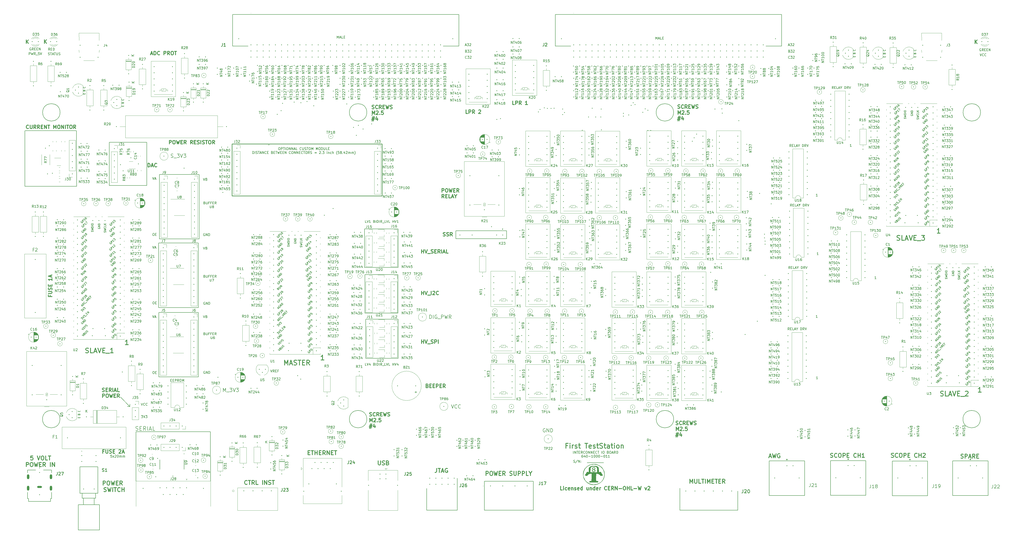
<source format=gto>
%TF.GenerationSoftware,KiCad,Pcbnew,7.0.5*%
%TF.CreationDate,2024-10-26T20:20:03-04:00*%
%TF.ProjectId,Interconnect,496e7465-7263-46f6-9e6e-6563742e6b69,1.1*%
%TF.SameCoordinates,Original*%
%TF.FileFunction,Legend,Top*%
%TF.FilePolarity,Positive*%
%FSLAX46Y46*%
G04 Gerber Fmt 4.6, Leading zero omitted, Abs format (unit mm)*
G04 Created by KiCad (PCBNEW 7.0.5) date 2024-10-26 20:20:03*
%MOMM*%
%LPD*%
G01*
G04 APERTURE LIST*
%ADD10C,0.150000*%
%ADD11C,0.254000*%
%ADD12C,0.300000*%
%ADD13C,0.200000*%
%ADD14C,0.120000*%
%ADD15C,0.100000*%
%ADD16C,0.127000*%
%ADD17C,0.076200*%
%ADD18C,0.240000*%
%ADD19C,0.350000*%
%ADD20O,2.005555X0.800000*%
%ADD21O,1.000000X2.000000*%
G04 APERTURE END LIST*
D10*
X155959278Y74330120D02*
X142497278Y74330120D01*
X155959278Y58074120D02*
X155959278Y74330120D01*
X142210778Y92872120D02*
X142210778Y76870120D01*
D11*
X86943000Y147180865D02*
X149283000Y147180865D01*
X149283000Y125600865D01*
X86943000Y125600865D01*
X86943000Y147180865D01*
D10*
X47130000Y7120000D02*
X47064500Y27600000D01*
X78076000Y7112331D02*
X78040000Y27600000D01*
X36025600Y147872465D02*
X51621200Y147872465D01*
X51621200Y129940065D01*
X36025600Y129940065D01*
X36025600Y147872465D01*
X999000Y152673065D02*
X22309600Y152673065D01*
X142046522Y111893865D02*
X142046522Y95891865D01*
X142046522Y95891865D02*
X156016522Y95891865D01*
X40623000Y42032800D02*
X44585400Y38070400D01*
X56548800Y77184265D02*
X73008000Y77184265D01*
X73008000Y50412665D01*
X56548800Y50412665D01*
X56548800Y77184265D01*
X155926778Y92872120D02*
X142210778Y92872120D01*
X156016522Y95891865D02*
X156016522Y111893865D01*
X155926778Y76870120D02*
X155926778Y92872120D01*
X156016522Y111893865D02*
X142046522Y111893865D01*
X142497278Y74330120D02*
X142497278Y58074120D01*
X397792500Y32854865D02*
G75*
G03*
X397792500Y32854865I-3619500J0D01*
G01*
X56853600Y134461265D02*
X73312800Y134461265D01*
X73312800Y107689665D01*
X56853600Y107689665D01*
X56853600Y134461265D01*
X922800Y129635265D02*
X922800Y152673065D01*
X142972300Y160272665D02*
G75*
G03*
X142972300Y160272665I-3619500J0D01*
G01*
X43518600Y38095800D02*
X44585400Y38095800D01*
X142210778Y76870120D02*
X155926778Y76870120D01*
X56523400Y105987865D02*
X72982600Y105987865D01*
X72982600Y79216265D01*
X56523400Y79216265D01*
X56523400Y105987865D01*
X15522500Y32854865D02*
G75*
G03*
X15522500Y32854865I-3619500J0D01*
G01*
X142497278Y58074120D02*
X155959278Y58074120D01*
X77995500Y27600000D02*
X47064500Y27600000D01*
X270382500Y160272665D02*
G75*
G03*
X270382500Y160272665I-3619500J0D01*
G01*
X397851500Y160272665D02*
G75*
G03*
X397851500Y160272665I-3619500J0D01*
G01*
X15572500Y160272665D02*
G75*
G03*
X15572500Y160272665I-3619500J0D01*
G01*
X22371600Y129546465D02*
X948200Y129546465D01*
X44585400Y39137200D02*
X44585400Y38070400D01*
X44585400Y38070400D02*
X44585400Y39137200D01*
X22397000Y152660465D02*
X22447800Y129597265D01*
X270412500Y32854865D02*
G75*
G03*
X270412500Y32854865I-3619500J0D01*
G01*
X142972300Y32854865D02*
G75*
G03*
X142972300Y32854865I-3619500J0D01*
G01*
X146928579Y95486981D02*
X146928579Y94677458D01*
X146928579Y94677458D02*
X146976198Y94582220D01*
X146976198Y94582220D02*
X147023817Y94534600D01*
X147023817Y94534600D02*
X147119055Y94486981D01*
X147119055Y94486981D02*
X147309531Y94486981D01*
X147309531Y94486981D02*
X147404769Y94534600D01*
X147404769Y94534600D02*
X147452388Y94582220D01*
X147452388Y94582220D02*
X147500007Y94677458D01*
X147500007Y94677458D02*
X147500007Y95486981D01*
X147928579Y95391743D02*
X147976198Y95439362D01*
X147976198Y95439362D02*
X148071436Y95486981D01*
X148071436Y95486981D02*
X148309531Y95486981D01*
X148309531Y95486981D02*
X148404769Y95439362D01*
X148404769Y95439362D02*
X148452388Y95391743D01*
X148452388Y95391743D02*
X148500007Y95296505D01*
X148500007Y95296505D02*
X148500007Y95201267D01*
X148500007Y95201267D02*
X148452388Y95058410D01*
X148452388Y95058410D02*
X147880960Y94486981D01*
X147880960Y94486981D02*
X148500007Y94486981D01*
X149119055Y95486981D02*
X149214293Y95486981D01*
X149214293Y95486981D02*
X149309531Y95439362D01*
X149309531Y95439362D02*
X149357150Y95391743D01*
X149357150Y95391743D02*
X149404769Y95296505D01*
X149404769Y95296505D02*
X149452388Y95106029D01*
X149452388Y95106029D02*
X149452388Y94867934D01*
X149452388Y94867934D02*
X149404769Y94677458D01*
X149404769Y94677458D02*
X149357150Y94582220D01*
X149357150Y94582220D02*
X149309531Y94534600D01*
X149309531Y94534600D02*
X149214293Y94486981D01*
X149214293Y94486981D02*
X149119055Y94486981D01*
X149119055Y94486981D02*
X149023817Y94534600D01*
X149023817Y94534600D02*
X148976198Y94582220D01*
X148976198Y94582220D02*
X148928579Y94677458D01*
X148928579Y94677458D02*
X148880960Y94867934D01*
X148880960Y94867934D02*
X148880960Y95106029D01*
X148880960Y95106029D02*
X148928579Y95296505D01*
X148928579Y95296505D02*
X148976198Y95391743D01*
X148976198Y95391743D02*
X149023817Y95439362D01*
X149023817Y95439362D02*
X149119055Y95486981D01*
D12*
X165739110Y84497572D02*
X165739110Y85997572D01*
X165739110Y85283286D02*
X166596253Y85283286D01*
X166596253Y84497572D02*
X166596253Y85997572D01*
X167096254Y85997572D02*
X167596254Y84497572D01*
X167596254Y84497572D02*
X168096254Y85997572D01*
X168239111Y84354715D02*
X169381968Y84354715D01*
X169739110Y84497572D02*
X169739110Y85997572D01*
X170381968Y85854715D02*
X170453396Y85926143D01*
X170453396Y85926143D02*
X170596254Y85997572D01*
X170596254Y85997572D02*
X170953396Y85997572D01*
X170953396Y85997572D02*
X171096254Y85926143D01*
X171096254Y85926143D02*
X171167682Y85854715D01*
X171167682Y85854715D02*
X171239111Y85711858D01*
X171239111Y85711858D02*
X171239111Y85569000D01*
X171239111Y85569000D02*
X171167682Y85354715D01*
X171167682Y85354715D02*
X170310539Y84497572D01*
X170310539Y84497572D02*
X171239111Y84497572D01*
X172739110Y84640429D02*
X172667682Y84569000D01*
X172667682Y84569000D02*
X172453396Y84497572D01*
X172453396Y84497572D02*
X172310539Y84497572D01*
X172310539Y84497572D02*
X172096253Y84569000D01*
X172096253Y84569000D02*
X171953396Y84711858D01*
X171953396Y84711858D02*
X171881967Y84854715D01*
X171881967Y84854715D02*
X171810539Y85140429D01*
X171810539Y85140429D02*
X171810539Y85354715D01*
X171810539Y85354715D02*
X171881967Y85640429D01*
X171881967Y85640429D02*
X171953396Y85783286D01*
X171953396Y85783286D02*
X172096253Y85926143D01*
X172096253Y85926143D02*
X172310539Y85997572D01*
X172310539Y85997572D02*
X172453396Y85997572D01*
X172453396Y85997572D02*
X172667682Y85926143D01*
X172667682Y85926143D02*
X172739110Y85854715D01*
X395558310Y188815372D02*
X395558310Y190315372D01*
X396415453Y188815372D02*
X395772596Y189672515D01*
X396415453Y190315372D02*
X395558310Y189458229D01*
D13*
X178057435Y38849972D02*
X178557435Y37349972D01*
X178557435Y37349972D02*
X179057435Y38849972D01*
X180414577Y37492829D02*
X180343149Y37421400D01*
X180343149Y37421400D02*
X180128863Y37349972D01*
X180128863Y37349972D02*
X179986006Y37349972D01*
X179986006Y37349972D02*
X179771720Y37421400D01*
X179771720Y37421400D02*
X179628863Y37564258D01*
X179628863Y37564258D02*
X179557434Y37707115D01*
X179557434Y37707115D02*
X179486006Y37992829D01*
X179486006Y37992829D02*
X179486006Y38207115D01*
X179486006Y38207115D02*
X179557434Y38492829D01*
X179557434Y38492829D02*
X179628863Y38635686D01*
X179628863Y38635686D02*
X179771720Y38778543D01*
X179771720Y38778543D02*
X179986006Y38849972D01*
X179986006Y38849972D02*
X180128863Y38849972D01*
X180128863Y38849972D02*
X180343149Y38778543D01*
X180343149Y38778543D02*
X180414577Y38707115D01*
X181914577Y37492829D02*
X181843149Y37421400D01*
X181843149Y37421400D02*
X181628863Y37349972D01*
X181628863Y37349972D02*
X181486006Y37349972D01*
X181486006Y37349972D02*
X181271720Y37421400D01*
X181271720Y37421400D02*
X181128863Y37564258D01*
X181128863Y37564258D02*
X181057434Y37707115D01*
X181057434Y37707115D02*
X180986006Y37992829D01*
X180986006Y37992829D02*
X180986006Y38207115D01*
X180986006Y38207115D02*
X181057434Y38492829D01*
X181057434Y38492829D02*
X181128863Y38635686D01*
X181128863Y38635686D02*
X181271720Y38778543D01*
X181271720Y38778543D02*
X181486006Y38849972D01*
X181486006Y38849972D02*
X181628863Y38849972D01*
X181628863Y38849972D02*
X181843149Y38778543D01*
X181843149Y38778543D02*
X181914577Y38707115D01*
D10*
X344251588Y146048981D02*
X343680160Y146048981D01*
X343965874Y146048981D02*
X343965874Y147048981D01*
X343965874Y147048981D02*
X343870636Y146906124D01*
X343870636Y146906124D02*
X343775398Y146810886D01*
X343775398Y146810886D02*
X343680160Y146763267D01*
D13*
X217030435Y28897943D02*
X216887578Y28969372D01*
X216887578Y28969372D02*
X216673292Y28969372D01*
X216673292Y28969372D02*
X216459006Y28897943D01*
X216459006Y28897943D02*
X216316149Y28755086D01*
X216316149Y28755086D02*
X216244720Y28612229D01*
X216244720Y28612229D02*
X216173292Y28326515D01*
X216173292Y28326515D02*
X216173292Y28112229D01*
X216173292Y28112229D02*
X216244720Y27826515D01*
X216244720Y27826515D02*
X216316149Y27683658D01*
X216316149Y27683658D02*
X216459006Y27540800D01*
X216459006Y27540800D02*
X216673292Y27469372D01*
X216673292Y27469372D02*
X216816149Y27469372D01*
X216816149Y27469372D02*
X217030435Y27540800D01*
X217030435Y27540800D02*
X217101863Y27612229D01*
X217101863Y27612229D02*
X217101863Y28112229D01*
X217101863Y28112229D02*
X216816149Y28112229D01*
X217744720Y27469372D02*
X217744720Y28969372D01*
X217744720Y28969372D02*
X218601863Y27469372D01*
X218601863Y27469372D02*
X218601863Y28969372D01*
X219316149Y27469372D02*
X219316149Y28969372D01*
X219316149Y28969372D02*
X219673292Y28969372D01*
X219673292Y28969372D02*
X219887578Y28897943D01*
X219887578Y28897943D02*
X220030435Y28755086D01*
X220030435Y28755086D02*
X220101864Y28612229D01*
X220101864Y28612229D02*
X220173292Y28326515D01*
X220173292Y28326515D02*
X220173292Y28112229D01*
X220173292Y28112229D02*
X220101864Y27826515D01*
X220101864Y27826515D02*
X220030435Y27683658D01*
X220030435Y27683658D02*
X219887578Y27540800D01*
X219887578Y27540800D02*
X219673292Y27469372D01*
X219673292Y27469372D02*
X219316149Y27469372D01*
D12*
X171989667Y12380347D02*
X171989667Y11166061D01*
X171989667Y11166061D02*
X171908714Y10923204D01*
X171908714Y10923204D02*
X171746810Y10761299D01*
X171746810Y10761299D02*
X171503952Y10680347D01*
X171503952Y10680347D02*
X171342048Y10680347D01*
X172556333Y12380347D02*
X173527762Y12380347D01*
X173042048Y10680347D02*
X173042048Y12380347D01*
X174013476Y11166061D02*
X174823000Y11166061D01*
X173851571Y10680347D02*
X174418238Y12380347D01*
X174418238Y12380347D02*
X174984905Y10680347D01*
X176442048Y12299395D02*
X176280143Y12380347D01*
X176280143Y12380347D02*
X176037286Y12380347D01*
X176037286Y12380347D02*
X175794429Y12299395D01*
X175794429Y12299395D02*
X175632524Y12137490D01*
X175632524Y12137490D02*
X175551571Y11975585D01*
X175551571Y11975585D02*
X175470619Y11651776D01*
X175470619Y11651776D02*
X175470619Y11408919D01*
X175470619Y11408919D02*
X175551571Y11085109D01*
X175551571Y11085109D02*
X175632524Y10923204D01*
X175632524Y10923204D02*
X175794429Y10761299D01*
X175794429Y10761299D02*
X176037286Y10680347D01*
X176037286Y10680347D02*
X176199190Y10680347D01*
X176199190Y10680347D02*
X176442048Y10761299D01*
X176442048Y10761299D02*
X176523000Y10842252D01*
X176523000Y10842252D02*
X176523000Y11408919D01*
X176523000Y11408919D02*
X176199190Y11408919D01*
D10*
X49294086Y34399181D02*
X49913133Y34399181D01*
X49913133Y34399181D02*
X49579800Y34018229D01*
X49579800Y34018229D02*
X49722657Y34018229D01*
X49722657Y34018229D02*
X49817895Y33970610D01*
X49817895Y33970610D02*
X49865514Y33922991D01*
X49865514Y33922991D02*
X49913133Y33827753D01*
X49913133Y33827753D02*
X49913133Y33589658D01*
X49913133Y33589658D02*
X49865514Y33494420D01*
X49865514Y33494420D02*
X49817895Y33446800D01*
X49817895Y33446800D02*
X49722657Y33399181D01*
X49722657Y33399181D02*
X49436943Y33399181D01*
X49436943Y33399181D02*
X49341705Y33446800D01*
X49341705Y33446800D02*
X49294086Y33494420D01*
X50198848Y34399181D02*
X50532181Y33399181D01*
X50532181Y33399181D02*
X50865514Y34399181D01*
X51103610Y34399181D02*
X51722657Y34399181D01*
X51722657Y34399181D02*
X51389324Y34018229D01*
X51389324Y34018229D02*
X51532181Y34018229D01*
X51532181Y34018229D02*
X51627419Y33970610D01*
X51627419Y33970610D02*
X51675038Y33922991D01*
X51675038Y33922991D02*
X51722657Y33827753D01*
X51722657Y33827753D02*
X51722657Y33589658D01*
X51722657Y33589658D02*
X51675038Y33494420D01*
X51675038Y33494420D02*
X51627419Y33446800D01*
X51627419Y33446800D02*
X51532181Y33399181D01*
X51532181Y33399181D02*
X51246467Y33399181D01*
X51246467Y33399181D02*
X51151229Y33446800D01*
X51151229Y33446800D02*
X51103610Y33494420D01*
D12*
X43868177Y63756162D02*
X42725320Y63756162D01*
X43296748Y63756162D02*
X43296748Y65756162D01*
X43296748Y65756162D02*
X43106272Y65470448D01*
X43106272Y65470448D02*
X42915796Y65279972D01*
X42915796Y65279972D02*
X42725320Y65184734D01*
X145144482Y161839800D02*
X145358768Y161768372D01*
X145358768Y161768372D02*
X145715910Y161768372D01*
X145715910Y161768372D02*
X145858768Y161839800D01*
X145858768Y161839800D02*
X145930196Y161911229D01*
X145930196Y161911229D02*
X146001625Y162054086D01*
X146001625Y162054086D02*
X146001625Y162196943D01*
X146001625Y162196943D02*
X145930196Y162339800D01*
X145930196Y162339800D02*
X145858768Y162411229D01*
X145858768Y162411229D02*
X145715910Y162482658D01*
X145715910Y162482658D02*
X145430196Y162554086D01*
X145430196Y162554086D02*
X145287339Y162625515D01*
X145287339Y162625515D02*
X145215910Y162696943D01*
X145215910Y162696943D02*
X145144482Y162839800D01*
X145144482Y162839800D02*
X145144482Y162982658D01*
X145144482Y162982658D02*
X145215910Y163125515D01*
X145215910Y163125515D02*
X145287339Y163196943D01*
X145287339Y163196943D02*
X145430196Y163268372D01*
X145430196Y163268372D02*
X145787339Y163268372D01*
X145787339Y163268372D02*
X146001625Y163196943D01*
X147501624Y161911229D02*
X147430196Y161839800D01*
X147430196Y161839800D02*
X147215910Y161768372D01*
X147215910Y161768372D02*
X147073053Y161768372D01*
X147073053Y161768372D02*
X146858767Y161839800D01*
X146858767Y161839800D02*
X146715910Y161982658D01*
X146715910Y161982658D02*
X146644481Y162125515D01*
X146644481Y162125515D02*
X146573053Y162411229D01*
X146573053Y162411229D02*
X146573053Y162625515D01*
X146573053Y162625515D02*
X146644481Y162911229D01*
X146644481Y162911229D02*
X146715910Y163054086D01*
X146715910Y163054086D02*
X146858767Y163196943D01*
X146858767Y163196943D02*
X147073053Y163268372D01*
X147073053Y163268372D02*
X147215910Y163268372D01*
X147215910Y163268372D02*
X147430196Y163196943D01*
X147430196Y163196943D02*
X147501624Y163125515D01*
X149001624Y161768372D02*
X148501624Y162482658D01*
X148144481Y161768372D02*
X148144481Y163268372D01*
X148144481Y163268372D02*
X148715910Y163268372D01*
X148715910Y163268372D02*
X148858767Y163196943D01*
X148858767Y163196943D02*
X148930196Y163125515D01*
X148930196Y163125515D02*
X149001624Y162982658D01*
X149001624Y162982658D02*
X149001624Y162768372D01*
X149001624Y162768372D02*
X148930196Y162625515D01*
X148930196Y162625515D02*
X148858767Y162554086D01*
X148858767Y162554086D02*
X148715910Y162482658D01*
X148715910Y162482658D02*
X148144481Y162482658D01*
X149644481Y162554086D02*
X150144481Y162554086D01*
X150358767Y161768372D02*
X149644481Y161768372D01*
X149644481Y161768372D02*
X149644481Y163268372D01*
X149644481Y163268372D02*
X150358767Y163268372D01*
X150858767Y163268372D02*
X151215910Y161768372D01*
X151215910Y161768372D02*
X151501624Y162839800D01*
X151501624Y162839800D02*
X151787339Y161768372D01*
X151787339Y161768372D02*
X152144482Y163268372D01*
X152644482Y161839800D02*
X152858768Y161768372D01*
X152858768Y161768372D02*
X153215910Y161768372D01*
X153215910Y161768372D02*
X153358768Y161839800D01*
X153358768Y161839800D02*
X153430196Y161911229D01*
X153430196Y161911229D02*
X153501625Y162054086D01*
X153501625Y162054086D02*
X153501625Y162196943D01*
X153501625Y162196943D02*
X153430196Y162339800D01*
X153430196Y162339800D02*
X153358768Y162411229D01*
X153358768Y162411229D02*
X153215910Y162482658D01*
X153215910Y162482658D02*
X152930196Y162554086D01*
X152930196Y162554086D02*
X152787339Y162625515D01*
X152787339Y162625515D02*
X152715910Y162696943D01*
X152715910Y162696943D02*
X152644482Y162839800D01*
X152644482Y162839800D02*
X152644482Y162982658D01*
X152644482Y162982658D02*
X152715910Y163125515D01*
X152715910Y163125515D02*
X152787339Y163196943D01*
X152787339Y163196943D02*
X152930196Y163268372D01*
X152930196Y163268372D02*
X153287339Y163268372D01*
X153287339Y163268372D02*
X153501625Y163196943D01*
X145215910Y159353372D02*
X145215910Y160853372D01*
X145215910Y160853372D02*
X145715910Y159781943D01*
X145715910Y159781943D02*
X146215910Y160853372D01*
X146215910Y160853372D02*
X146215910Y159353372D01*
X146858768Y160710515D02*
X146930196Y160781943D01*
X146930196Y160781943D02*
X147073054Y160853372D01*
X147073054Y160853372D02*
X147430196Y160853372D01*
X147430196Y160853372D02*
X147573054Y160781943D01*
X147573054Y160781943D02*
X147644482Y160710515D01*
X147644482Y160710515D02*
X147715911Y160567658D01*
X147715911Y160567658D02*
X147715911Y160424800D01*
X147715911Y160424800D02*
X147644482Y160210515D01*
X147644482Y160210515D02*
X146787339Y159353372D01*
X146787339Y159353372D02*
X147715911Y159353372D01*
X148358767Y159496229D02*
X148430196Y159424800D01*
X148430196Y159424800D02*
X148358767Y159353372D01*
X148358767Y159353372D02*
X148287339Y159424800D01*
X148287339Y159424800D02*
X148358767Y159496229D01*
X148358767Y159496229D02*
X148358767Y159353372D01*
X149787339Y160853372D02*
X149073053Y160853372D01*
X149073053Y160853372D02*
X149001625Y160139086D01*
X149001625Y160139086D02*
X149073053Y160210515D01*
X149073053Y160210515D02*
X149215911Y160281943D01*
X149215911Y160281943D02*
X149573053Y160281943D01*
X149573053Y160281943D02*
X149715911Y160210515D01*
X149715911Y160210515D02*
X149787339Y160139086D01*
X149787339Y160139086D02*
X149858768Y159996229D01*
X149858768Y159996229D02*
X149858768Y159639086D01*
X149858768Y159639086D02*
X149787339Y159496229D01*
X149787339Y159496229D02*
X149715911Y159424800D01*
X149715911Y159424800D02*
X149573053Y159353372D01*
X149573053Y159353372D02*
X149215911Y159353372D01*
X149215911Y159353372D02*
X149073053Y159424800D01*
X149073053Y159424800D02*
X149001625Y159496229D01*
X145144482Y157938372D02*
X146215910Y157938372D01*
X145573053Y158581229D02*
X145144482Y156652658D01*
X146073053Y157295515D02*
X145001625Y157295515D01*
X145644482Y156652658D02*
X146073053Y158581229D01*
X147358768Y157938372D02*
X147358768Y156938372D01*
X147001625Y158509800D02*
X146644482Y157438372D01*
X146644482Y157438372D02*
X147573053Y157438372D01*
D10*
X397585322Y184691781D02*
X397918655Y183691781D01*
X397918655Y183691781D02*
X398251988Y184691781D01*
X399156750Y183787020D02*
X399109131Y183739400D01*
X399109131Y183739400D02*
X398966274Y183691781D01*
X398966274Y183691781D02*
X398871036Y183691781D01*
X398871036Y183691781D02*
X398728179Y183739400D01*
X398728179Y183739400D02*
X398632941Y183834639D01*
X398632941Y183834639D02*
X398585322Y183929877D01*
X398585322Y183929877D02*
X398537703Y184120353D01*
X398537703Y184120353D02*
X398537703Y184263210D01*
X398537703Y184263210D02*
X398585322Y184453686D01*
X398585322Y184453686D02*
X398632941Y184548924D01*
X398632941Y184548924D02*
X398728179Y184644162D01*
X398728179Y184644162D02*
X398871036Y184691781D01*
X398871036Y184691781D02*
X398966274Y184691781D01*
X398966274Y184691781D02*
X399109131Y184644162D01*
X399109131Y184644162D02*
X399156750Y184596543D01*
X400156750Y183787020D02*
X400109131Y183739400D01*
X400109131Y183739400D02*
X399966274Y183691781D01*
X399966274Y183691781D02*
X399871036Y183691781D01*
X399871036Y183691781D02*
X399728179Y183739400D01*
X399728179Y183739400D02*
X399632941Y183834639D01*
X399632941Y183834639D02*
X399585322Y183929877D01*
X399585322Y183929877D02*
X399537703Y184120353D01*
X399537703Y184120353D02*
X399537703Y184263210D01*
X399537703Y184263210D02*
X399585322Y184453686D01*
X399585322Y184453686D02*
X399632941Y184548924D01*
X399632941Y184548924D02*
X399728179Y184644162D01*
X399728179Y184644162D02*
X399871036Y184691781D01*
X399871036Y184691781D02*
X399966274Y184691781D01*
X399966274Y184691781D02*
X400109131Y184644162D01*
X400109131Y184644162D02*
X400156750Y184596543D01*
D12*
X310083809Y17294861D02*
X310893333Y17294861D01*
X309921904Y16809147D02*
X310488571Y18509147D01*
X310488571Y18509147D02*
X311055238Y16809147D01*
X311460000Y18509147D02*
X311864762Y16809147D01*
X311864762Y16809147D02*
X312188571Y18023433D01*
X312188571Y18023433D02*
X312512381Y16809147D01*
X312512381Y16809147D02*
X312917143Y18509147D01*
X314455238Y18428195D02*
X314293333Y18509147D01*
X314293333Y18509147D02*
X314050476Y18509147D01*
X314050476Y18509147D02*
X313807619Y18428195D01*
X313807619Y18428195D02*
X313645714Y18266290D01*
X313645714Y18266290D02*
X313564761Y18104385D01*
X313564761Y18104385D02*
X313483809Y17780576D01*
X313483809Y17780576D02*
X313483809Y17537719D01*
X313483809Y17537719D02*
X313564761Y17213909D01*
X313564761Y17213909D02*
X313645714Y17052004D01*
X313645714Y17052004D02*
X313807619Y16890099D01*
X313807619Y16890099D02*
X314050476Y16809147D01*
X314050476Y16809147D02*
X314212380Y16809147D01*
X314212380Y16809147D02*
X314455238Y16890099D01*
X314455238Y16890099D02*
X314536190Y16971052D01*
X314536190Y16971052D02*
X314536190Y17537719D01*
X314536190Y17537719D02*
X314212380Y17537719D01*
D10*
X319229407Y145972781D02*
X318896074Y146448972D01*
X318657979Y145972781D02*
X318657979Y146972781D01*
X318657979Y146972781D02*
X319038931Y146972781D01*
X319038931Y146972781D02*
X319134169Y146925162D01*
X319134169Y146925162D02*
X319181788Y146877543D01*
X319181788Y146877543D02*
X319229407Y146782305D01*
X319229407Y146782305D02*
X319229407Y146639448D01*
X319229407Y146639448D02*
X319181788Y146544210D01*
X319181788Y146544210D02*
X319134169Y146496591D01*
X319134169Y146496591D02*
X319038931Y146448972D01*
X319038931Y146448972D02*
X318657979Y146448972D01*
X319657979Y146496591D02*
X319991312Y146496591D01*
X320134169Y145972781D02*
X319657979Y145972781D01*
X319657979Y145972781D02*
X319657979Y146972781D01*
X319657979Y146972781D02*
X320134169Y146972781D01*
X321038931Y145972781D02*
X320562741Y145972781D01*
X320562741Y145972781D02*
X320562741Y146972781D01*
X321324646Y146258496D02*
X321800836Y146258496D01*
X321229408Y145972781D02*
X321562741Y146972781D01*
X321562741Y146972781D02*
X321896074Y145972781D01*
X322419884Y146448972D02*
X322419884Y145972781D01*
X322086551Y146972781D02*
X322419884Y146448972D01*
X322419884Y146448972D02*
X322753217Y146972781D01*
X323848456Y145972781D02*
X323848456Y146972781D01*
X323848456Y146972781D02*
X324086551Y146972781D01*
X324086551Y146972781D02*
X324229408Y146925162D01*
X324229408Y146925162D02*
X324324646Y146829924D01*
X324324646Y146829924D02*
X324372265Y146734686D01*
X324372265Y146734686D02*
X324419884Y146544210D01*
X324419884Y146544210D02*
X324419884Y146401353D01*
X324419884Y146401353D02*
X324372265Y146210877D01*
X324372265Y146210877D02*
X324324646Y146115639D01*
X324324646Y146115639D02*
X324229408Y146020400D01*
X324229408Y146020400D02*
X324086551Y145972781D01*
X324086551Y145972781D02*
X323848456Y145972781D01*
X325419884Y145972781D02*
X325086551Y146448972D01*
X324848456Y145972781D02*
X324848456Y146972781D01*
X324848456Y146972781D02*
X325229408Y146972781D01*
X325229408Y146972781D02*
X325324646Y146925162D01*
X325324646Y146925162D02*
X325372265Y146877543D01*
X325372265Y146877543D02*
X325419884Y146782305D01*
X325419884Y146782305D02*
X325419884Y146639448D01*
X325419884Y146639448D02*
X325372265Y146544210D01*
X325372265Y146544210D02*
X325324646Y146496591D01*
X325324646Y146496591D02*
X325229408Y146448972D01*
X325229408Y146448972D02*
X324848456Y146448972D01*
X325705599Y146972781D02*
X326038932Y145972781D01*
X326038932Y145972781D02*
X326372265Y146972781D01*
X228815542Y14879400D02*
X228958399Y14831781D01*
X228958399Y14831781D02*
X229196494Y14831781D01*
X229196494Y14831781D02*
X229291732Y14879400D01*
X229291732Y14879400D02*
X229339351Y14927020D01*
X229339351Y14927020D02*
X229386970Y15022258D01*
X229386970Y15022258D02*
X229386970Y15117496D01*
X229386970Y15117496D02*
X229339351Y15212734D01*
X229339351Y15212734D02*
X229291732Y15260353D01*
X229291732Y15260353D02*
X229196494Y15307972D01*
X229196494Y15307972D02*
X229006018Y15355591D01*
X229006018Y15355591D02*
X228910780Y15403210D01*
X228910780Y15403210D02*
X228863161Y15450829D01*
X228863161Y15450829D02*
X228815542Y15546067D01*
X228815542Y15546067D02*
X228815542Y15641305D01*
X228815542Y15641305D02*
X228863161Y15736543D01*
X228863161Y15736543D02*
X228910780Y15784162D01*
X228910780Y15784162D02*
X229006018Y15831781D01*
X229006018Y15831781D02*
X229244113Y15831781D01*
X229244113Y15831781D02*
X229386970Y15784162D01*
X230529827Y15879400D02*
X229672685Y14593686D01*
X230863161Y14831781D02*
X230863161Y15831781D01*
X230863161Y15831781D02*
X231434589Y14831781D01*
X231434589Y14831781D02*
X231434589Y15831781D01*
X231910780Y14927020D02*
X231958399Y14879400D01*
X231958399Y14879400D02*
X231910780Y14831781D01*
X231910780Y14831781D02*
X231863161Y14879400D01*
X231863161Y14879400D02*
X231910780Y14927020D01*
X231910780Y14927020D02*
X231910780Y14831781D01*
X231910780Y15450829D02*
X231958399Y15403210D01*
X231958399Y15403210D02*
X231910780Y15355591D01*
X231910780Y15355591D02*
X231863161Y15403210D01*
X231863161Y15403210D02*
X231910780Y15450829D01*
X231910780Y15450829D02*
X231910780Y15355591D01*
X234434590Y14736543D02*
X235196494Y14736543D01*
X235196495Y14736543D02*
X235958399Y14736543D01*
X235958400Y14736543D02*
X236720304Y14736543D01*
X236720305Y14736543D02*
X237482209Y14736543D01*
X237482210Y14736543D02*
X238244114Y14736543D01*
X238244115Y14736543D02*
X239006019Y14736543D01*
X239006020Y14736543D02*
X239767924Y14736543D01*
X239767925Y14736543D02*
X240529829Y14736543D01*
X240529830Y14736543D02*
X241291734Y14736543D01*
X228750905Y18569781D02*
X228750905Y19569781D01*
X229227095Y18569781D02*
X229227095Y19569781D01*
X229227095Y19569781D02*
X229798523Y18569781D01*
X229798523Y18569781D02*
X229798523Y19569781D01*
X230131857Y19569781D02*
X230703285Y19569781D01*
X230417571Y18569781D02*
X230417571Y19569781D01*
X231036619Y19093591D02*
X231369952Y19093591D01*
X231512809Y18569781D02*
X231036619Y18569781D01*
X231036619Y18569781D02*
X231036619Y19569781D01*
X231036619Y19569781D02*
X231512809Y19569781D01*
X232512809Y18569781D02*
X232179476Y19045972D01*
X231941381Y18569781D02*
X231941381Y19569781D01*
X231941381Y19569781D02*
X232322333Y19569781D01*
X232322333Y19569781D02*
X232417571Y19522162D01*
X232417571Y19522162D02*
X232465190Y19474543D01*
X232465190Y19474543D02*
X232512809Y19379305D01*
X232512809Y19379305D02*
X232512809Y19236448D01*
X232512809Y19236448D02*
X232465190Y19141210D01*
X232465190Y19141210D02*
X232417571Y19093591D01*
X232417571Y19093591D02*
X232322333Y19045972D01*
X232322333Y19045972D02*
X231941381Y19045972D01*
X233512809Y18665020D02*
X233465190Y18617400D01*
X233465190Y18617400D02*
X233322333Y18569781D01*
X233322333Y18569781D02*
X233227095Y18569781D01*
X233227095Y18569781D02*
X233084238Y18617400D01*
X233084238Y18617400D02*
X232989000Y18712639D01*
X232989000Y18712639D02*
X232941381Y18807877D01*
X232941381Y18807877D02*
X232893762Y18998353D01*
X232893762Y18998353D02*
X232893762Y19141210D01*
X232893762Y19141210D02*
X232941381Y19331686D01*
X232941381Y19331686D02*
X232989000Y19426924D01*
X232989000Y19426924D02*
X233084238Y19522162D01*
X233084238Y19522162D02*
X233227095Y19569781D01*
X233227095Y19569781D02*
X233322333Y19569781D01*
X233322333Y19569781D02*
X233465190Y19522162D01*
X233465190Y19522162D02*
X233512809Y19474543D01*
X234131857Y19569781D02*
X234322333Y19569781D01*
X234322333Y19569781D02*
X234417571Y19522162D01*
X234417571Y19522162D02*
X234512809Y19426924D01*
X234512809Y19426924D02*
X234560428Y19236448D01*
X234560428Y19236448D02*
X234560428Y18903115D01*
X234560428Y18903115D02*
X234512809Y18712639D01*
X234512809Y18712639D02*
X234417571Y18617400D01*
X234417571Y18617400D02*
X234322333Y18569781D01*
X234322333Y18569781D02*
X234131857Y18569781D01*
X234131857Y18569781D02*
X234036619Y18617400D01*
X234036619Y18617400D02*
X233941381Y18712639D01*
X233941381Y18712639D02*
X233893762Y18903115D01*
X233893762Y18903115D02*
X233893762Y19236448D01*
X233893762Y19236448D02*
X233941381Y19426924D01*
X233941381Y19426924D02*
X234036619Y19522162D01*
X234036619Y19522162D02*
X234131857Y19569781D01*
X234989000Y18569781D02*
X234989000Y19569781D01*
X234989000Y19569781D02*
X235560428Y18569781D01*
X235560428Y18569781D02*
X235560428Y19569781D01*
X236036619Y18569781D02*
X236036619Y19569781D01*
X236036619Y19569781D02*
X236608047Y18569781D01*
X236608047Y18569781D02*
X236608047Y19569781D01*
X237084238Y19093591D02*
X237417571Y19093591D01*
X237560428Y18569781D02*
X237084238Y18569781D01*
X237084238Y18569781D02*
X237084238Y19569781D01*
X237084238Y19569781D02*
X237560428Y19569781D01*
X238560428Y18665020D02*
X238512809Y18617400D01*
X238512809Y18617400D02*
X238369952Y18569781D01*
X238369952Y18569781D02*
X238274714Y18569781D01*
X238274714Y18569781D02*
X238131857Y18617400D01*
X238131857Y18617400D02*
X238036619Y18712639D01*
X238036619Y18712639D02*
X237989000Y18807877D01*
X237989000Y18807877D02*
X237941381Y18998353D01*
X237941381Y18998353D02*
X237941381Y19141210D01*
X237941381Y19141210D02*
X237989000Y19331686D01*
X237989000Y19331686D02*
X238036619Y19426924D01*
X238036619Y19426924D02*
X238131857Y19522162D01*
X238131857Y19522162D02*
X238274714Y19569781D01*
X238274714Y19569781D02*
X238369952Y19569781D01*
X238369952Y19569781D02*
X238512809Y19522162D01*
X238512809Y19522162D02*
X238560428Y19474543D01*
X238846143Y19569781D02*
X239417571Y19569781D01*
X239131857Y18569781D02*
X239131857Y19569781D01*
X240512810Y18569781D02*
X240512810Y19569781D01*
X241179476Y19569781D02*
X241369952Y19569781D01*
X241369952Y19569781D02*
X241465190Y19522162D01*
X241465190Y19522162D02*
X241560428Y19426924D01*
X241560428Y19426924D02*
X241608047Y19236448D01*
X241608047Y19236448D02*
X241608047Y18903115D01*
X241608047Y18903115D02*
X241560428Y18712639D01*
X241560428Y18712639D02*
X241465190Y18617400D01*
X241465190Y18617400D02*
X241369952Y18569781D01*
X241369952Y18569781D02*
X241179476Y18569781D01*
X241179476Y18569781D02*
X241084238Y18617400D01*
X241084238Y18617400D02*
X240989000Y18712639D01*
X240989000Y18712639D02*
X240941381Y18903115D01*
X240941381Y18903115D02*
X240941381Y19236448D01*
X240941381Y19236448D02*
X240989000Y19426924D01*
X240989000Y19426924D02*
X241084238Y19522162D01*
X241084238Y19522162D02*
X241179476Y19569781D01*
X243131857Y19093591D02*
X243274714Y19045972D01*
X243274714Y19045972D02*
X243322333Y18998353D01*
X243322333Y18998353D02*
X243369952Y18903115D01*
X243369952Y18903115D02*
X243369952Y18760258D01*
X243369952Y18760258D02*
X243322333Y18665020D01*
X243322333Y18665020D02*
X243274714Y18617400D01*
X243274714Y18617400D02*
X243179476Y18569781D01*
X243179476Y18569781D02*
X242798524Y18569781D01*
X242798524Y18569781D02*
X242798524Y19569781D01*
X242798524Y19569781D02*
X243131857Y19569781D01*
X243131857Y19569781D02*
X243227095Y19522162D01*
X243227095Y19522162D02*
X243274714Y19474543D01*
X243274714Y19474543D02*
X243322333Y19379305D01*
X243322333Y19379305D02*
X243322333Y19284067D01*
X243322333Y19284067D02*
X243274714Y19188829D01*
X243274714Y19188829D02*
X243227095Y19141210D01*
X243227095Y19141210D02*
X243131857Y19093591D01*
X243131857Y19093591D02*
X242798524Y19093591D01*
X243989000Y19569781D02*
X244179476Y19569781D01*
X244179476Y19569781D02*
X244274714Y19522162D01*
X244274714Y19522162D02*
X244369952Y19426924D01*
X244369952Y19426924D02*
X244417571Y19236448D01*
X244417571Y19236448D02*
X244417571Y18903115D01*
X244417571Y18903115D02*
X244369952Y18712639D01*
X244369952Y18712639D02*
X244274714Y18617400D01*
X244274714Y18617400D02*
X244179476Y18569781D01*
X244179476Y18569781D02*
X243989000Y18569781D01*
X243989000Y18569781D02*
X243893762Y18617400D01*
X243893762Y18617400D02*
X243798524Y18712639D01*
X243798524Y18712639D02*
X243750905Y18903115D01*
X243750905Y18903115D02*
X243750905Y19236448D01*
X243750905Y19236448D02*
X243798524Y19426924D01*
X243798524Y19426924D02*
X243893762Y19522162D01*
X243893762Y19522162D02*
X243989000Y19569781D01*
X244798524Y18855496D02*
X245274714Y18855496D01*
X244703286Y18569781D02*
X245036619Y19569781D01*
X245036619Y19569781D02*
X245369952Y18569781D01*
X246274714Y18569781D02*
X245941381Y19045972D01*
X245703286Y18569781D02*
X245703286Y19569781D01*
X245703286Y19569781D02*
X246084238Y19569781D01*
X246084238Y19569781D02*
X246179476Y19522162D01*
X246179476Y19522162D02*
X246227095Y19474543D01*
X246227095Y19474543D02*
X246274714Y19379305D01*
X246274714Y19379305D02*
X246274714Y19236448D01*
X246274714Y19236448D02*
X246227095Y19141210D01*
X246227095Y19141210D02*
X246179476Y19093591D01*
X246179476Y19093591D02*
X246084238Y19045972D01*
X246084238Y19045972D02*
X245703286Y19045972D01*
X246703286Y18569781D02*
X246703286Y19569781D01*
X246703286Y19569781D02*
X246941381Y19569781D01*
X246941381Y19569781D02*
X247084238Y19522162D01*
X247084238Y19522162D02*
X247179476Y19426924D01*
X247179476Y19426924D02*
X247227095Y19331686D01*
X247227095Y19331686D02*
X247274714Y19141210D01*
X247274714Y19141210D02*
X247274714Y18998353D01*
X247274714Y18998353D02*
X247227095Y18807877D01*
X247227095Y18807877D02*
X247179476Y18712639D01*
X247179476Y18712639D02*
X247084238Y18617400D01*
X247084238Y18617400D02*
X246941381Y18569781D01*
X246941381Y18569781D02*
X246703286Y18569781D01*
X232655666Y17959781D02*
X232465190Y17959781D01*
X232465190Y17959781D02*
X232369952Y17912162D01*
X232369952Y17912162D02*
X232322333Y17864543D01*
X232322333Y17864543D02*
X232227095Y17721686D01*
X232227095Y17721686D02*
X232179476Y17531210D01*
X232179476Y17531210D02*
X232179476Y17150258D01*
X232179476Y17150258D02*
X232227095Y17055020D01*
X232227095Y17055020D02*
X232274714Y17007400D01*
X232274714Y17007400D02*
X232369952Y16959781D01*
X232369952Y16959781D02*
X232560428Y16959781D01*
X232560428Y16959781D02*
X232655666Y17007400D01*
X232655666Y17007400D02*
X232703285Y17055020D01*
X232703285Y17055020D02*
X232750904Y17150258D01*
X232750904Y17150258D02*
X232750904Y17388353D01*
X232750904Y17388353D02*
X232703285Y17483591D01*
X232703285Y17483591D02*
X232655666Y17531210D01*
X232655666Y17531210D02*
X232560428Y17578829D01*
X232560428Y17578829D02*
X232369952Y17578829D01*
X232369952Y17578829D02*
X232274714Y17531210D01*
X232274714Y17531210D02*
X232227095Y17483591D01*
X232227095Y17483591D02*
X232179476Y17388353D01*
X233608047Y17626448D02*
X233608047Y16959781D01*
X233369952Y18007400D02*
X233131857Y17293115D01*
X233131857Y17293115D02*
X233750904Y17293115D01*
X234322333Y17959781D02*
X234417571Y17959781D01*
X234417571Y17959781D02*
X234512809Y17912162D01*
X234512809Y17912162D02*
X234560428Y17864543D01*
X234560428Y17864543D02*
X234608047Y17769305D01*
X234608047Y17769305D02*
X234655666Y17578829D01*
X234655666Y17578829D02*
X234655666Y17340734D01*
X234655666Y17340734D02*
X234608047Y17150258D01*
X234608047Y17150258D02*
X234560428Y17055020D01*
X234560428Y17055020D02*
X234512809Y17007400D01*
X234512809Y17007400D02*
X234417571Y16959781D01*
X234417571Y16959781D02*
X234322333Y16959781D01*
X234322333Y16959781D02*
X234227095Y17007400D01*
X234227095Y17007400D02*
X234179476Y17055020D01*
X234179476Y17055020D02*
X234131857Y17150258D01*
X234131857Y17150258D02*
X234084238Y17340734D01*
X234084238Y17340734D02*
X234084238Y17578829D01*
X234084238Y17578829D02*
X234131857Y17769305D01*
X234131857Y17769305D02*
X234179476Y17864543D01*
X234179476Y17864543D02*
X234227095Y17912162D01*
X234227095Y17912162D02*
X234322333Y17959781D01*
X235084238Y17340734D02*
X235846143Y17340734D01*
X236846142Y16959781D02*
X236274714Y16959781D01*
X236560428Y16959781D02*
X236560428Y17959781D01*
X236560428Y17959781D02*
X236465190Y17816924D01*
X236465190Y17816924D02*
X236369952Y17721686D01*
X236369952Y17721686D02*
X236274714Y17674067D01*
X237465190Y17959781D02*
X237560428Y17959781D01*
X237560428Y17959781D02*
X237655666Y17912162D01*
X237655666Y17912162D02*
X237703285Y17864543D01*
X237703285Y17864543D02*
X237750904Y17769305D01*
X237750904Y17769305D02*
X237798523Y17578829D01*
X237798523Y17578829D02*
X237798523Y17340734D01*
X237798523Y17340734D02*
X237750904Y17150258D01*
X237750904Y17150258D02*
X237703285Y17055020D01*
X237703285Y17055020D02*
X237655666Y17007400D01*
X237655666Y17007400D02*
X237560428Y16959781D01*
X237560428Y16959781D02*
X237465190Y16959781D01*
X237465190Y16959781D02*
X237369952Y17007400D01*
X237369952Y17007400D02*
X237322333Y17055020D01*
X237322333Y17055020D02*
X237274714Y17150258D01*
X237274714Y17150258D02*
X237227095Y17340734D01*
X237227095Y17340734D02*
X237227095Y17578829D01*
X237227095Y17578829D02*
X237274714Y17769305D01*
X237274714Y17769305D02*
X237322333Y17864543D01*
X237322333Y17864543D02*
X237369952Y17912162D01*
X237369952Y17912162D02*
X237465190Y17959781D01*
X238417571Y17959781D02*
X238512809Y17959781D01*
X238512809Y17959781D02*
X238608047Y17912162D01*
X238608047Y17912162D02*
X238655666Y17864543D01*
X238655666Y17864543D02*
X238703285Y17769305D01*
X238703285Y17769305D02*
X238750904Y17578829D01*
X238750904Y17578829D02*
X238750904Y17340734D01*
X238750904Y17340734D02*
X238703285Y17150258D01*
X238703285Y17150258D02*
X238655666Y17055020D01*
X238655666Y17055020D02*
X238608047Y17007400D01*
X238608047Y17007400D02*
X238512809Y16959781D01*
X238512809Y16959781D02*
X238417571Y16959781D01*
X238417571Y16959781D02*
X238322333Y17007400D01*
X238322333Y17007400D02*
X238274714Y17055020D01*
X238274714Y17055020D02*
X238227095Y17150258D01*
X238227095Y17150258D02*
X238179476Y17340734D01*
X238179476Y17340734D02*
X238179476Y17578829D01*
X238179476Y17578829D02*
X238227095Y17769305D01*
X238227095Y17769305D02*
X238274714Y17864543D01*
X238274714Y17864543D02*
X238322333Y17912162D01*
X238322333Y17912162D02*
X238417571Y17959781D01*
X239369952Y17959781D02*
X239465190Y17959781D01*
X239465190Y17959781D02*
X239560428Y17912162D01*
X239560428Y17912162D02*
X239608047Y17864543D01*
X239608047Y17864543D02*
X239655666Y17769305D01*
X239655666Y17769305D02*
X239703285Y17578829D01*
X239703285Y17578829D02*
X239703285Y17340734D01*
X239703285Y17340734D02*
X239655666Y17150258D01*
X239655666Y17150258D02*
X239608047Y17055020D01*
X239608047Y17055020D02*
X239560428Y17007400D01*
X239560428Y17007400D02*
X239465190Y16959781D01*
X239465190Y16959781D02*
X239369952Y16959781D01*
X239369952Y16959781D02*
X239274714Y17007400D01*
X239274714Y17007400D02*
X239227095Y17055020D01*
X239227095Y17055020D02*
X239179476Y17150258D01*
X239179476Y17150258D02*
X239131857Y17340734D01*
X239131857Y17340734D02*
X239131857Y17578829D01*
X239131857Y17578829D02*
X239179476Y17769305D01*
X239179476Y17769305D02*
X239227095Y17864543D01*
X239227095Y17864543D02*
X239274714Y17912162D01*
X239274714Y17912162D02*
X239369952Y17959781D01*
X240131857Y17340734D02*
X240893762Y17340734D01*
X241560428Y17959781D02*
X241655666Y17959781D01*
X241655666Y17959781D02*
X241750904Y17912162D01*
X241750904Y17912162D02*
X241798523Y17864543D01*
X241798523Y17864543D02*
X241846142Y17769305D01*
X241846142Y17769305D02*
X241893761Y17578829D01*
X241893761Y17578829D02*
X241893761Y17340734D01*
X241893761Y17340734D02*
X241846142Y17150258D01*
X241846142Y17150258D02*
X241798523Y17055020D01*
X241798523Y17055020D02*
X241750904Y17007400D01*
X241750904Y17007400D02*
X241655666Y16959781D01*
X241655666Y16959781D02*
X241560428Y16959781D01*
X241560428Y16959781D02*
X241465190Y17007400D01*
X241465190Y17007400D02*
X241417571Y17055020D01*
X241417571Y17055020D02*
X241369952Y17150258D01*
X241369952Y17150258D02*
X241322333Y17340734D01*
X241322333Y17340734D02*
X241322333Y17578829D01*
X241322333Y17578829D02*
X241369952Y17769305D01*
X241369952Y17769305D02*
X241417571Y17864543D01*
X241417571Y17864543D02*
X241465190Y17912162D01*
X241465190Y17912162D02*
X241560428Y17959781D01*
X242846142Y16959781D02*
X242274714Y16959781D01*
X242560428Y16959781D02*
X242560428Y17959781D01*
X242560428Y17959781D02*
X242465190Y17816924D01*
X242465190Y17816924D02*
X242369952Y17721686D01*
X242369952Y17721686D02*
X242274714Y17674067D01*
X243798523Y16959781D02*
X243227095Y16959781D01*
X243512809Y16959781D02*
X243512809Y17959781D01*
X243512809Y17959781D02*
X243417571Y17816924D01*
X243417571Y17816924D02*
X243322333Y17721686D01*
X243322333Y17721686D02*
X243227095Y17674067D01*
X37067169Y17991581D02*
X36590979Y17991581D01*
X36590979Y17991581D02*
X36543360Y17515391D01*
X36543360Y17515391D02*
X36590979Y17563010D01*
X36590979Y17563010D02*
X36686217Y17610629D01*
X36686217Y17610629D02*
X36924312Y17610629D01*
X36924312Y17610629D02*
X37019550Y17563010D01*
X37019550Y17563010D02*
X37067169Y17515391D01*
X37067169Y17515391D02*
X37114788Y17420153D01*
X37114788Y17420153D02*
X37114788Y17182058D01*
X37114788Y17182058D02*
X37067169Y17086820D01*
X37067169Y17086820D02*
X37019550Y17039200D01*
X37019550Y17039200D02*
X36924312Y16991581D01*
X36924312Y16991581D02*
X36686217Y16991581D01*
X36686217Y16991581D02*
X36590979Y17039200D01*
X36590979Y17039200D02*
X36543360Y17086820D01*
X37448122Y16991581D02*
X37971931Y17658248D01*
X37448122Y17658248D02*
X37971931Y16991581D01*
X38305265Y17896343D02*
X38352884Y17943962D01*
X38352884Y17943962D02*
X38448122Y17991581D01*
X38448122Y17991581D02*
X38686217Y17991581D01*
X38686217Y17991581D02*
X38781455Y17943962D01*
X38781455Y17943962D02*
X38829074Y17896343D01*
X38829074Y17896343D02*
X38876693Y17801105D01*
X38876693Y17801105D02*
X38876693Y17705867D01*
X38876693Y17705867D02*
X38829074Y17563010D01*
X38829074Y17563010D02*
X38257646Y16991581D01*
X38257646Y16991581D02*
X38876693Y16991581D01*
X39495741Y17991581D02*
X39590979Y17991581D01*
X39590979Y17991581D02*
X39686217Y17943962D01*
X39686217Y17943962D02*
X39733836Y17896343D01*
X39733836Y17896343D02*
X39781455Y17801105D01*
X39781455Y17801105D02*
X39829074Y17610629D01*
X39829074Y17610629D02*
X39829074Y17372534D01*
X39829074Y17372534D02*
X39781455Y17182058D01*
X39781455Y17182058D02*
X39733836Y17086820D01*
X39733836Y17086820D02*
X39686217Y17039200D01*
X39686217Y17039200D02*
X39590979Y16991581D01*
X39590979Y16991581D02*
X39495741Y16991581D01*
X39495741Y16991581D02*
X39400503Y17039200D01*
X39400503Y17039200D02*
X39352884Y17086820D01*
X39352884Y17086820D02*
X39305265Y17182058D01*
X39305265Y17182058D02*
X39257646Y17372534D01*
X39257646Y17372534D02*
X39257646Y17610629D01*
X39257646Y17610629D02*
X39305265Y17801105D01*
X39305265Y17801105D02*
X39352884Y17896343D01*
X39352884Y17896343D02*
X39400503Y17943962D01*
X39400503Y17943962D02*
X39495741Y17991581D01*
X40257646Y16991581D02*
X40257646Y17658248D01*
X40257646Y17563010D02*
X40305265Y17610629D01*
X40305265Y17610629D02*
X40400503Y17658248D01*
X40400503Y17658248D02*
X40543360Y17658248D01*
X40543360Y17658248D02*
X40638598Y17610629D01*
X40638598Y17610629D02*
X40686217Y17515391D01*
X40686217Y17515391D02*
X40686217Y16991581D01*
X40686217Y17515391D02*
X40733836Y17610629D01*
X40733836Y17610629D02*
X40829074Y17658248D01*
X40829074Y17658248D02*
X40971931Y17658248D01*
X40971931Y17658248D02*
X41067170Y17610629D01*
X41067170Y17610629D02*
X41114789Y17515391D01*
X41114789Y17515391D02*
X41114789Y16991581D01*
X41590979Y16991581D02*
X41590979Y17658248D01*
X41590979Y17563010D02*
X41638598Y17610629D01*
X41638598Y17610629D02*
X41733836Y17658248D01*
X41733836Y17658248D02*
X41876693Y17658248D01*
X41876693Y17658248D02*
X41971931Y17610629D01*
X41971931Y17610629D02*
X42019550Y17515391D01*
X42019550Y17515391D02*
X42019550Y16991581D01*
X42019550Y17515391D02*
X42067169Y17610629D01*
X42067169Y17610629D02*
X42162407Y17658248D01*
X42162407Y17658248D02*
X42305264Y17658248D01*
X42305264Y17658248D02*
X42400503Y17610629D01*
X42400503Y17610629D02*
X42448122Y17515391D01*
X42448122Y17515391D02*
X42448122Y16991581D01*
D12*
X381027777Y110085762D02*
X379884920Y110085762D01*
X380456348Y110085762D02*
X380456348Y112085762D01*
X380456348Y112085762D02*
X380265872Y111800048D01*
X380265872Y111800048D02*
X380075396Y111609572D01*
X380075396Y111609572D02*
X379884920Y111514334D01*
X4242381Y17577647D02*
X3432857Y17577647D01*
X3432857Y17577647D02*
X3351905Y16768123D01*
X3351905Y16768123D02*
X3432857Y16849076D01*
X3432857Y16849076D02*
X3594762Y16930028D01*
X3594762Y16930028D02*
X3999524Y16930028D01*
X3999524Y16930028D02*
X4161429Y16849076D01*
X4161429Y16849076D02*
X4242381Y16768123D01*
X4242381Y16768123D02*
X4323334Y16606219D01*
X4323334Y16606219D02*
X4323334Y16201457D01*
X4323334Y16201457D02*
X4242381Y16039552D01*
X4242381Y16039552D02*
X4161429Y15958599D01*
X4161429Y15958599D02*
X3999524Y15877647D01*
X3999524Y15877647D02*
X3594762Y15877647D01*
X3594762Y15877647D02*
X3432857Y15958599D01*
X3432857Y15958599D02*
X3351905Y16039552D01*
X6104286Y17577647D02*
X6670953Y15877647D01*
X6670953Y15877647D02*
X7237620Y17577647D01*
X8128096Y17577647D02*
X8451905Y17577647D01*
X8451905Y17577647D02*
X8613810Y17496695D01*
X8613810Y17496695D02*
X8775715Y17334790D01*
X8775715Y17334790D02*
X8856667Y17010980D01*
X8856667Y17010980D02*
X8856667Y16444314D01*
X8856667Y16444314D02*
X8775715Y16120504D01*
X8775715Y16120504D02*
X8613810Y15958599D01*
X8613810Y15958599D02*
X8451905Y15877647D01*
X8451905Y15877647D02*
X8128096Y15877647D01*
X8128096Y15877647D02*
X7966191Y15958599D01*
X7966191Y15958599D02*
X7804286Y16120504D01*
X7804286Y16120504D02*
X7723334Y16444314D01*
X7723334Y16444314D02*
X7723334Y17010980D01*
X7723334Y17010980D02*
X7804286Y17334790D01*
X7804286Y17334790D02*
X7966191Y17496695D01*
X7966191Y17496695D02*
X8128096Y17577647D01*
X10394762Y15877647D02*
X9585238Y15877647D01*
X9585238Y15877647D02*
X9585238Y17577647D01*
X10718571Y17577647D02*
X11690000Y17577647D01*
X11204286Y15877647D02*
X11204286Y17577647D01*
X1570952Y13140647D02*
X1570952Y14840647D01*
X1570952Y14840647D02*
X2218571Y14840647D01*
X2218571Y14840647D02*
X2380476Y14759695D01*
X2380476Y14759695D02*
X2461429Y14678742D01*
X2461429Y14678742D02*
X2542381Y14516838D01*
X2542381Y14516838D02*
X2542381Y14273980D01*
X2542381Y14273980D02*
X2461429Y14112076D01*
X2461429Y14112076D02*
X2380476Y14031123D01*
X2380476Y14031123D02*
X2218571Y13950171D01*
X2218571Y13950171D02*
X1570952Y13950171D01*
X3594762Y14840647D02*
X3918571Y14840647D01*
X3918571Y14840647D02*
X4080476Y14759695D01*
X4080476Y14759695D02*
X4242381Y14597790D01*
X4242381Y14597790D02*
X4323333Y14273980D01*
X4323333Y14273980D02*
X4323333Y13707314D01*
X4323333Y13707314D02*
X4242381Y13383504D01*
X4242381Y13383504D02*
X4080476Y13221599D01*
X4080476Y13221599D02*
X3918571Y13140647D01*
X3918571Y13140647D02*
X3594762Y13140647D01*
X3594762Y13140647D02*
X3432857Y13221599D01*
X3432857Y13221599D02*
X3270952Y13383504D01*
X3270952Y13383504D02*
X3190000Y13707314D01*
X3190000Y13707314D02*
X3190000Y14273980D01*
X3190000Y14273980D02*
X3270952Y14597790D01*
X3270952Y14597790D02*
X3432857Y14759695D01*
X3432857Y14759695D02*
X3594762Y14840647D01*
X4890000Y14840647D02*
X5294762Y13140647D01*
X5294762Y13140647D02*
X5618571Y14354933D01*
X5618571Y14354933D02*
X5942381Y13140647D01*
X5942381Y13140647D02*
X6347143Y14840647D01*
X6994761Y14031123D02*
X7561428Y14031123D01*
X7804285Y13140647D02*
X6994761Y13140647D01*
X6994761Y13140647D02*
X6994761Y14840647D01*
X6994761Y14840647D02*
X7804285Y14840647D01*
X9504285Y13140647D02*
X8937618Y13950171D01*
X8532856Y13140647D02*
X8532856Y14840647D01*
X8532856Y14840647D02*
X9180475Y14840647D01*
X9180475Y14840647D02*
X9342380Y14759695D01*
X9342380Y14759695D02*
X9423333Y14678742D01*
X9423333Y14678742D02*
X9504285Y14516838D01*
X9504285Y14516838D02*
X9504285Y14273980D01*
X9504285Y14273980D02*
X9423333Y14112076D01*
X9423333Y14112076D02*
X9342380Y14031123D01*
X9342380Y14031123D02*
X9180475Y13950171D01*
X9180475Y13950171D02*
X8532856Y13950171D01*
X11528094Y13140647D02*
X11528094Y14840647D01*
X12337618Y13140647D02*
X12337618Y14840647D01*
X12337618Y14840647D02*
X13309047Y13140647D01*
X13309047Y13140647D02*
X13309047Y14840647D01*
D10*
X318746807Y95325181D02*
X318413474Y95801372D01*
X318175379Y95325181D02*
X318175379Y96325181D01*
X318175379Y96325181D02*
X318556331Y96325181D01*
X318556331Y96325181D02*
X318651569Y96277562D01*
X318651569Y96277562D02*
X318699188Y96229943D01*
X318699188Y96229943D02*
X318746807Y96134705D01*
X318746807Y96134705D02*
X318746807Y95991848D01*
X318746807Y95991848D02*
X318699188Y95896610D01*
X318699188Y95896610D02*
X318651569Y95848991D01*
X318651569Y95848991D02*
X318556331Y95801372D01*
X318556331Y95801372D02*
X318175379Y95801372D01*
X319175379Y95848991D02*
X319508712Y95848991D01*
X319651569Y95325181D02*
X319175379Y95325181D01*
X319175379Y95325181D02*
X319175379Y96325181D01*
X319175379Y96325181D02*
X319651569Y96325181D01*
X320556331Y95325181D02*
X320080141Y95325181D01*
X320080141Y95325181D02*
X320080141Y96325181D01*
X320842046Y95610896D02*
X321318236Y95610896D01*
X320746808Y95325181D02*
X321080141Y96325181D01*
X321080141Y96325181D02*
X321413474Y95325181D01*
X321937284Y95801372D02*
X321937284Y95325181D01*
X321603951Y96325181D02*
X321937284Y95801372D01*
X321937284Y95801372D02*
X322270617Y96325181D01*
X323365856Y95325181D02*
X323365856Y96325181D01*
X323365856Y96325181D02*
X323603951Y96325181D01*
X323603951Y96325181D02*
X323746808Y96277562D01*
X323746808Y96277562D02*
X323842046Y96182324D01*
X323842046Y96182324D02*
X323889665Y96087086D01*
X323889665Y96087086D02*
X323937284Y95896610D01*
X323937284Y95896610D02*
X323937284Y95753753D01*
X323937284Y95753753D02*
X323889665Y95563277D01*
X323889665Y95563277D02*
X323842046Y95468039D01*
X323842046Y95468039D02*
X323746808Y95372800D01*
X323746808Y95372800D02*
X323603951Y95325181D01*
X323603951Y95325181D02*
X323365856Y95325181D01*
X324937284Y95325181D02*
X324603951Y95801372D01*
X324365856Y95325181D02*
X324365856Y96325181D01*
X324365856Y96325181D02*
X324746808Y96325181D01*
X324746808Y96325181D02*
X324842046Y96277562D01*
X324842046Y96277562D02*
X324889665Y96229943D01*
X324889665Y96229943D02*
X324937284Y96134705D01*
X324937284Y96134705D02*
X324937284Y95991848D01*
X324937284Y95991848D02*
X324889665Y95896610D01*
X324889665Y95896610D02*
X324842046Y95848991D01*
X324842046Y95848991D02*
X324746808Y95801372D01*
X324746808Y95801372D02*
X324365856Y95801372D01*
X325222999Y96325181D02*
X325556332Y95325181D01*
X325556332Y95325181D02*
X325889665Y96325181D01*
D12*
X2488570Y153644529D02*
X2417142Y153573100D01*
X2417142Y153573100D02*
X2202856Y153501672D01*
X2202856Y153501672D02*
X2059999Y153501672D01*
X2059999Y153501672D02*
X1845713Y153573100D01*
X1845713Y153573100D02*
X1702856Y153715958D01*
X1702856Y153715958D02*
X1631427Y153858815D01*
X1631427Y153858815D02*
X1559999Y154144529D01*
X1559999Y154144529D02*
X1559999Y154358815D01*
X1559999Y154358815D02*
X1631427Y154644529D01*
X1631427Y154644529D02*
X1702856Y154787386D01*
X1702856Y154787386D02*
X1845713Y154930243D01*
X1845713Y154930243D02*
X2059999Y155001672D01*
X2059999Y155001672D02*
X2202856Y155001672D01*
X2202856Y155001672D02*
X2417142Y154930243D01*
X2417142Y154930243D02*
X2488570Y154858815D01*
X3131427Y155001672D02*
X3131427Y153787386D01*
X3131427Y153787386D02*
X3202856Y153644529D01*
X3202856Y153644529D02*
X3274285Y153573100D01*
X3274285Y153573100D02*
X3417142Y153501672D01*
X3417142Y153501672D02*
X3702856Y153501672D01*
X3702856Y153501672D02*
X3845713Y153573100D01*
X3845713Y153573100D02*
X3917142Y153644529D01*
X3917142Y153644529D02*
X3988570Y153787386D01*
X3988570Y153787386D02*
X3988570Y155001672D01*
X5559999Y153501672D02*
X5059999Y154215958D01*
X4702856Y153501672D02*
X4702856Y155001672D01*
X4702856Y155001672D02*
X5274285Y155001672D01*
X5274285Y155001672D02*
X5417142Y154930243D01*
X5417142Y154930243D02*
X5488571Y154858815D01*
X5488571Y154858815D02*
X5559999Y154715958D01*
X5559999Y154715958D02*
X5559999Y154501672D01*
X5559999Y154501672D02*
X5488571Y154358815D01*
X5488571Y154358815D02*
X5417142Y154287386D01*
X5417142Y154287386D02*
X5274285Y154215958D01*
X5274285Y154215958D02*
X4702856Y154215958D01*
X7059999Y153501672D02*
X6559999Y154215958D01*
X6202856Y153501672D02*
X6202856Y155001672D01*
X6202856Y155001672D02*
X6774285Y155001672D01*
X6774285Y155001672D02*
X6917142Y154930243D01*
X6917142Y154930243D02*
X6988571Y154858815D01*
X6988571Y154858815D02*
X7059999Y154715958D01*
X7059999Y154715958D02*
X7059999Y154501672D01*
X7059999Y154501672D02*
X6988571Y154358815D01*
X6988571Y154358815D02*
X6917142Y154287386D01*
X6917142Y154287386D02*
X6774285Y154215958D01*
X6774285Y154215958D02*
X6202856Y154215958D01*
X7702856Y154287386D02*
X8202856Y154287386D01*
X8417142Y153501672D02*
X7702856Y153501672D01*
X7702856Y153501672D02*
X7702856Y155001672D01*
X7702856Y155001672D02*
X8417142Y155001672D01*
X9059999Y153501672D02*
X9059999Y155001672D01*
X9059999Y155001672D02*
X9917142Y153501672D01*
X9917142Y153501672D02*
X9917142Y155001672D01*
X10417143Y155001672D02*
X11274286Y155001672D01*
X10845714Y153501672D02*
X10845714Y155001672D01*
X12917142Y153501672D02*
X12917142Y155001672D01*
X12917142Y155001672D02*
X13417142Y153930243D01*
X13417142Y153930243D02*
X13917142Y155001672D01*
X13917142Y155001672D02*
X13917142Y153501672D01*
X14917143Y155001672D02*
X15202857Y155001672D01*
X15202857Y155001672D02*
X15345714Y154930243D01*
X15345714Y154930243D02*
X15488571Y154787386D01*
X15488571Y154787386D02*
X15560000Y154501672D01*
X15560000Y154501672D02*
X15560000Y154001672D01*
X15560000Y154001672D02*
X15488571Y153715958D01*
X15488571Y153715958D02*
X15345714Y153573100D01*
X15345714Y153573100D02*
X15202857Y153501672D01*
X15202857Y153501672D02*
X14917143Y153501672D01*
X14917143Y153501672D02*
X14774286Y153573100D01*
X14774286Y153573100D02*
X14631428Y153715958D01*
X14631428Y153715958D02*
X14560000Y154001672D01*
X14560000Y154001672D02*
X14560000Y154501672D01*
X14560000Y154501672D02*
X14631428Y154787386D01*
X14631428Y154787386D02*
X14774286Y154930243D01*
X14774286Y154930243D02*
X14917143Y155001672D01*
X16202857Y153501672D02*
X16202857Y155001672D01*
X16202857Y155001672D02*
X17060000Y153501672D01*
X17060000Y153501672D02*
X17060000Y155001672D01*
X17774286Y153501672D02*
X17774286Y155001672D01*
X18274287Y155001672D02*
X19131430Y155001672D01*
X18702858Y153501672D02*
X18702858Y155001672D01*
X19917144Y155001672D02*
X20202858Y155001672D01*
X20202858Y155001672D02*
X20345715Y154930243D01*
X20345715Y154930243D02*
X20488572Y154787386D01*
X20488572Y154787386D02*
X20560001Y154501672D01*
X20560001Y154501672D02*
X20560001Y154001672D01*
X20560001Y154001672D02*
X20488572Y153715958D01*
X20488572Y153715958D02*
X20345715Y153573100D01*
X20345715Y153573100D02*
X20202858Y153501672D01*
X20202858Y153501672D02*
X19917144Y153501672D01*
X19917144Y153501672D02*
X19774287Y153573100D01*
X19774287Y153573100D02*
X19631429Y153715958D01*
X19631429Y153715958D02*
X19560001Y154001672D01*
X19560001Y154001672D02*
X19560001Y154501672D01*
X19560001Y154501672D02*
X19631429Y154787386D01*
X19631429Y154787386D02*
X19774287Y154930243D01*
X19774287Y154930243D02*
X19917144Y155001672D01*
X22060001Y153501672D02*
X21560001Y154215958D01*
X21202858Y153501672D02*
X21202858Y155001672D01*
X21202858Y155001672D02*
X21774287Y155001672D01*
X21774287Y155001672D02*
X21917144Y154930243D01*
X21917144Y154930243D02*
X21988573Y154858815D01*
X21988573Y154858815D02*
X22060001Y154715958D01*
X22060001Y154715958D02*
X22060001Y154501672D01*
X22060001Y154501672D02*
X21988573Y154358815D01*
X21988573Y154358815D02*
X21917144Y154287386D01*
X21917144Y154287386D02*
X21774287Y154215958D01*
X21774287Y154215958D02*
X21202858Y154215958D01*
X11418714Y84260711D02*
X11418714Y83760711D01*
X12204428Y83760711D02*
X10704428Y83760711D01*
X10704428Y83760711D02*
X10704428Y84474997D01*
X10704428Y85046425D02*
X11918714Y85046425D01*
X11918714Y85046425D02*
X12061571Y85117854D01*
X12061571Y85117854D02*
X12133000Y85189282D01*
X12133000Y85189282D02*
X12204428Y85332140D01*
X12204428Y85332140D02*
X12204428Y85617854D01*
X12204428Y85617854D02*
X12133000Y85760711D01*
X12133000Y85760711D02*
X12061571Y85832140D01*
X12061571Y85832140D02*
X11918714Y85903568D01*
X11918714Y85903568D02*
X10704428Y85903568D01*
X12133000Y86546426D02*
X12204428Y86760711D01*
X12204428Y86760711D02*
X12204428Y87117854D01*
X12204428Y87117854D02*
X12133000Y87260711D01*
X12133000Y87260711D02*
X12061571Y87332140D01*
X12061571Y87332140D02*
X11918714Y87403569D01*
X11918714Y87403569D02*
X11775857Y87403569D01*
X11775857Y87403569D02*
X11633000Y87332140D01*
X11633000Y87332140D02*
X11561571Y87260711D01*
X11561571Y87260711D02*
X11490142Y87117854D01*
X11490142Y87117854D02*
X11418714Y86832140D01*
X11418714Y86832140D02*
X11347285Y86689283D01*
X11347285Y86689283D02*
X11275857Y86617854D01*
X11275857Y86617854D02*
X11133000Y86546426D01*
X11133000Y86546426D02*
X10990142Y86546426D01*
X10990142Y86546426D02*
X10847285Y86617854D01*
X10847285Y86617854D02*
X10775857Y86689283D01*
X10775857Y86689283D02*
X10704428Y86832140D01*
X10704428Y86832140D02*
X10704428Y87189283D01*
X10704428Y87189283D02*
X10775857Y87403569D01*
X11418714Y88046425D02*
X11418714Y88546425D01*
X12204428Y88760711D02*
X12204428Y88046425D01*
X12204428Y88046425D02*
X10704428Y88046425D01*
X10704428Y88046425D02*
X10704428Y88760711D01*
X12204428Y91332140D02*
X12204428Y90474997D01*
X12204428Y90903568D02*
X10704428Y90903568D01*
X10704428Y90903568D02*
X10918714Y90760711D01*
X10918714Y90760711D02*
X11061571Y90617854D01*
X11061571Y90617854D02*
X11133000Y90474997D01*
X11775857Y91903568D02*
X11775857Y92617853D01*
X12204428Y91760711D02*
X10704428Y92260711D01*
X10704428Y92260711D02*
X12204428Y92760711D01*
X52096085Y137595072D02*
X52096085Y139095072D01*
X52096085Y139095072D02*
X52453228Y139095072D01*
X52453228Y139095072D02*
X52667514Y139023643D01*
X52667514Y139023643D02*
X52810371Y138880786D01*
X52810371Y138880786D02*
X52881800Y138737929D01*
X52881800Y138737929D02*
X52953228Y138452215D01*
X52953228Y138452215D02*
X52953228Y138237929D01*
X52953228Y138237929D02*
X52881800Y137952215D01*
X52881800Y137952215D02*
X52810371Y137809358D01*
X52810371Y137809358D02*
X52667514Y137666500D01*
X52667514Y137666500D02*
X52453228Y137595072D01*
X52453228Y137595072D02*
X52096085Y137595072D01*
X53524657Y138023643D02*
X54238943Y138023643D01*
X53381800Y137595072D02*
X53881800Y139095072D01*
X53881800Y139095072D02*
X54381800Y137595072D01*
X55738942Y137737929D02*
X55667514Y137666500D01*
X55667514Y137666500D02*
X55453228Y137595072D01*
X55453228Y137595072D02*
X55310371Y137595072D01*
X55310371Y137595072D02*
X55096085Y137666500D01*
X55096085Y137666500D02*
X54953228Y137809358D01*
X54953228Y137809358D02*
X54881799Y137952215D01*
X54881799Y137952215D02*
X54810371Y138237929D01*
X54810371Y138237929D02*
X54810371Y138452215D01*
X54810371Y138452215D02*
X54881799Y138737929D01*
X54881799Y138737929D02*
X54953228Y138880786D01*
X54953228Y138880786D02*
X55096085Y139023643D01*
X55096085Y139023643D02*
X55310371Y139095072D01*
X55310371Y139095072D02*
X55453228Y139095072D01*
X55453228Y139095072D02*
X55667514Y139023643D01*
X55667514Y139023643D02*
X55738942Y138952215D01*
X272144482Y161966800D02*
X272358768Y161895372D01*
X272358768Y161895372D02*
X272715910Y161895372D01*
X272715910Y161895372D02*
X272858768Y161966800D01*
X272858768Y161966800D02*
X272930196Y162038229D01*
X272930196Y162038229D02*
X273001625Y162181086D01*
X273001625Y162181086D02*
X273001625Y162323943D01*
X273001625Y162323943D02*
X272930196Y162466800D01*
X272930196Y162466800D02*
X272858768Y162538229D01*
X272858768Y162538229D02*
X272715910Y162609658D01*
X272715910Y162609658D02*
X272430196Y162681086D01*
X272430196Y162681086D02*
X272287339Y162752515D01*
X272287339Y162752515D02*
X272215910Y162823943D01*
X272215910Y162823943D02*
X272144482Y162966800D01*
X272144482Y162966800D02*
X272144482Y163109658D01*
X272144482Y163109658D02*
X272215910Y163252515D01*
X272215910Y163252515D02*
X272287339Y163323943D01*
X272287339Y163323943D02*
X272430196Y163395372D01*
X272430196Y163395372D02*
X272787339Y163395372D01*
X272787339Y163395372D02*
X273001625Y163323943D01*
X274501624Y162038229D02*
X274430196Y161966800D01*
X274430196Y161966800D02*
X274215910Y161895372D01*
X274215910Y161895372D02*
X274073053Y161895372D01*
X274073053Y161895372D02*
X273858767Y161966800D01*
X273858767Y161966800D02*
X273715910Y162109658D01*
X273715910Y162109658D02*
X273644481Y162252515D01*
X273644481Y162252515D02*
X273573053Y162538229D01*
X273573053Y162538229D02*
X273573053Y162752515D01*
X273573053Y162752515D02*
X273644481Y163038229D01*
X273644481Y163038229D02*
X273715910Y163181086D01*
X273715910Y163181086D02*
X273858767Y163323943D01*
X273858767Y163323943D02*
X274073053Y163395372D01*
X274073053Y163395372D02*
X274215910Y163395372D01*
X274215910Y163395372D02*
X274430196Y163323943D01*
X274430196Y163323943D02*
X274501624Y163252515D01*
X276001624Y161895372D02*
X275501624Y162609658D01*
X275144481Y161895372D02*
X275144481Y163395372D01*
X275144481Y163395372D02*
X275715910Y163395372D01*
X275715910Y163395372D02*
X275858767Y163323943D01*
X275858767Y163323943D02*
X275930196Y163252515D01*
X275930196Y163252515D02*
X276001624Y163109658D01*
X276001624Y163109658D02*
X276001624Y162895372D01*
X276001624Y162895372D02*
X275930196Y162752515D01*
X275930196Y162752515D02*
X275858767Y162681086D01*
X275858767Y162681086D02*
X275715910Y162609658D01*
X275715910Y162609658D02*
X275144481Y162609658D01*
X276644481Y162681086D02*
X277144481Y162681086D01*
X277358767Y161895372D02*
X276644481Y161895372D01*
X276644481Y161895372D02*
X276644481Y163395372D01*
X276644481Y163395372D02*
X277358767Y163395372D01*
X277858767Y163395372D02*
X278215910Y161895372D01*
X278215910Y161895372D02*
X278501624Y162966800D01*
X278501624Y162966800D02*
X278787339Y161895372D01*
X278787339Y161895372D02*
X279144482Y163395372D01*
X279644482Y161966800D02*
X279858768Y161895372D01*
X279858768Y161895372D02*
X280215910Y161895372D01*
X280215910Y161895372D02*
X280358768Y161966800D01*
X280358768Y161966800D02*
X280430196Y162038229D01*
X280430196Y162038229D02*
X280501625Y162181086D01*
X280501625Y162181086D02*
X280501625Y162323943D01*
X280501625Y162323943D02*
X280430196Y162466800D01*
X280430196Y162466800D02*
X280358768Y162538229D01*
X280358768Y162538229D02*
X280215910Y162609658D01*
X280215910Y162609658D02*
X279930196Y162681086D01*
X279930196Y162681086D02*
X279787339Y162752515D01*
X279787339Y162752515D02*
X279715910Y162823943D01*
X279715910Y162823943D02*
X279644482Y162966800D01*
X279644482Y162966800D02*
X279644482Y163109658D01*
X279644482Y163109658D02*
X279715910Y163252515D01*
X279715910Y163252515D02*
X279787339Y163323943D01*
X279787339Y163323943D02*
X279930196Y163395372D01*
X279930196Y163395372D02*
X280287339Y163395372D01*
X280287339Y163395372D02*
X280501625Y163323943D01*
X272215910Y159480372D02*
X272215910Y160980372D01*
X272215910Y160980372D02*
X272715910Y159908943D01*
X272715910Y159908943D02*
X273215910Y160980372D01*
X273215910Y160980372D02*
X273215910Y159480372D01*
X273858768Y160837515D02*
X273930196Y160908943D01*
X273930196Y160908943D02*
X274073054Y160980372D01*
X274073054Y160980372D02*
X274430196Y160980372D01*
X274430196Y160980372D02*
X274573054Y160908943D01*
X274573054Y160908943D02*
X274644482Y160837515D01*
X274644482Y160837515D02*
X274715911Y160694658D01*
X274715911Y160694658D02*
X274715911Y160551800D01*
X274715911Y160551800D02*
X274644482Y160337515D01*
X274644482Y160337515D02*
X273787339Y159480372D01*
X273787339Y159480372D02*
X274715911Y159480372D01*
X275358767Y159623229D02*
X275430196Y159551800D01*
X275430196Y159551800D02*
X275358767Y159480372D01*
X275358767Y159480372D02*
X275287339Y159551800D01*
X275287339Y159551800D02*
X275358767Y159623229D01*
X275358767Y159623229D02*
X275358767Y159480372D01*
X276787339Y160980372D02*
X276073053Y160980372D01*
X276073053Y160980372D02*
X276001625Y160266086D01*
X276001625Y160266086D02*
X276073053Y160337515D01*
X276073053Y160337515D02*
X276215911Y160408943D01*
X276215911Y160408943D02*
X276573053Y160408943D01*
X276573053Y160408943D02*
X276715911Y160337515D01*
X276715911Y160337515D02*
X276787339Y160266086D01*
X276787339Y160266086D02*
X276858768Y160123229D01*
X276858768Y160123229D02*
X276858768Y159766086D01*
X276858768Y159766086D02*
X276787339Y159623229D01*
X276787339Y159623229D02*
X276715911Y159551800D01*
X276715911Y159551800D02*
X276573053Y159480372D01*
X276573053Y159480372D02*
X276215911Y159480372D01*
X276215911Y159480372D02*
X276073053Y159551800D01*
X276073053Y159551800D02*
X276001625Y159623229D01*
X272144482Y158065372D02*
X273215910Y158065372D01*
X272573053Y158708229D02*
X272144482Y156779658D01*
X273073053Y157422515D02*
X272001625Y157422515D01*
X272644482Y156779658D02*
X273073053Y158708229D01*
X274358768Y158065372D02*
X274358768Y157065372D01*
X274001625Y158636800D02*
X273644482Y157565372D01*
X273644482Y157565372D02*
X274573053Y157565372D01*
D13*
X61665092Y141561400D02*
X61879378Y141489972D01*
X61879378Y141489972D02*
X62236520Y141489972D01*
X62236520Y141489972D02*
X62379378Y141561400D01*
X62379378Y141561400D02*
X62450806Y141632829D01*
X62450806Y141632829D02*
X62522235Y141775686D01*
X62522235Y141775686D02*
X62522235Y141918543D01*
X62522235Y141918543D02*
X62450806Y142061400D01*
X62450806Y142061400D02*
X62379378Y142132829D01*
X62379378Y142132829D02*
X62236520Y142204258D01*
X62236520Y142204258D02*
X61950806Y142275686D01*
X61950806Y142275686D02*
X61807949Y142347115D01*
X61807949Y142347115D02*
X61736520Y142418543D01*
X61736520Y142418543D02*
X61665092Y142561400D01*
X61665092Y142561400D02*
X61665092Y142704258D01*
X61665092Y142704258D02*
X61736520Y142847115D01*
X61736520Y142847115D02*
X61807949Y142918543D01*
X61807949Y142918543D02*
X61950806Y142989972D01*
X61950806Y142989972D02*
X62307949Y142989972D01*
X62307949Y142989972D02*
X62522235Y142918543D01*
X62807949Y141347115D02*
X63950806Y141347115D01*
X64165091Y142989972D02*
X65093663Y142989972D01*
X65093663Y142989972D02*
X64593663Y142418543D01*
X64593663Y142418543D02*
X64807948Y142418543D01*
X64807948Y142418543D02*
X64950806Y142347115D01*
X64950806Y142347115D02*
X65022234Y142275686D01*
X65022234Y142275686D02*
X65093663Y142132829D01*
X65093663Y142132829D02*
X65093663Y141775686D01*
X65093663Y141775686D02*
X65022234Y141632829D01*
X65022234Y141632829D02*
X64950806Y141561400D01*
X64950806Y141561400D02*
X64807948Y141489972D01*
X64807948Y141489972D02*
X64379377Y141489972D01*
X64379377Y141489972D02*
X64236520Y141561400D01*
X64236520Y141561400D02*
X64165091Y141632829D01*
X65522234Y142989972D02*
X66022234Y141489972D01*
X66022234Y141489972D02*
X66522234Y142989972D01*
X66879376Y142989972D02*
X67807948Y142989972D01*
X67807948Y142989972D02*
X67307948Y142418543D01*
X67307948Y142418543D02*
X67522233Y142418543D01*
X67522233Y142418543D02*
X67665091Y142347115D01*
X67665091Y142347115D02*
X67736519Y142275686D01*
X67736519Y142275686D02*
X67807948Y142132829D01*
X67807948Y142132829D02*
X67807948Y141775686D01*
X67807948Y141775686D02*
X67736519Y141632829D01*
X67736519Y141632829D02*
X67665091Y141561400D01*
X67665091Y141561400D02*
X67522233Y141489972D01*
X67522233Y141489972D02*
X67093662Y141489972D01*
X67093662Y141489972D02*
X66950805Y141561400D01*
X66950805Y141561400D02*
X66879376Y141632829D01*
D10*
X142801647Y55141581D02*
X142325457Y55141581D01*
X142325457Y55141581D02*
X142325457Y56141581D01*
X142992124Y56141581D02*
X143325457Y55141581D01*
X143325457Y55141581D02*
X143658790Y56141581D01*
X144420695Y55808248D02*
X144420695Y55141581D01*
X144182600Y56189200D02*
X143944505Y55474915D01*
X143944505Y55474915D02*
X144563552Y55474915D01*
X146039743Y55665391D02*
X146182600Y55617772D01*
X146182600Y55617772D02*
X146230219Y55570153D01*
X146230219Y55570153D02*
X146277838Y55474915D01*
X146277838Y55474915D02*
X146277838Y55332058D01*
X146277838Y55332058D02*
X146230219Y55236820D01*
X146230219Y55236820D02*
X146182600Y55189200D01*
X146182600Y55189200D02*
X146087362Y55141581D01*
X146087362Y55141581D02*
X145706410Y55141581D01*
X145706410Y55141581D02*
X145706410Y56141581D01*
X145706410Y56141581D02*
X146039743Y56141581D01*
X146039743Y56141581D02*
X146134981Y56093962D01*
X146134981Y56093962D02*
X146182600Y56046343D01*
X146182600Y56046343D02*
X146230219Y55951105D01*
X146230219Y55951105D02*
X146230219Y55855867D01*
X146230219Y55855867D02*
X146182600Y55760629D01*
X146182600Y55760629D02*
X146134981Y55713010D01*
X146134981Y55713010D02*
X146039743Y55665391D01*
X146039743Y55665391D02*
X145706410Y55665391D01*
X146706410Y55141581D02*
X146706410Y56141581D01*
X147182600Y55141581D02*
X147182600Y56141581D01*
X147182600Y56141581D02*
X147420695Y56141581D01*
X147420695Y56141581D02*
X147563552Y56093962D01*
X147563552Y56093962D02*
X147658790Y55998724D01*
X147658790Y55998724D02*
X147706409Y55903486D01*
X147706409Y55903486D02*
X147754028Y55713010D01*
X147754028Y55713010D02*
X147754028Y55570153D01*
X147754028Y55570153D02*
X147706409Y55379677D01*
X147706409Y55379677D02*
X147658790Y55284439D01*
X147658790Y55284439D02*
X147563552Y55189200D01*
X147563552Y55189200D02*
X147420695Y55141581D01*
X147420695Y55141581D02*
X147182600Y55141581D01*
X148182600Y55141581D02*
X148182600Y56141581D01*
X149230218Y55141581D02*
X148896885Y55617772D01*
X148658790Y55141581D02*
X148658790Y56141581D01*
X148658790Y56141581D02*
X149039742Y56141581D01*
X149039742Y56141581D02*
X149134980Y56093962D01*
X149134980Y56093962D02*
X149182599Y56046343D01*
X149182599Y56046343D02*
X149230218Y55951105D01*
X149230218Y55951105D02*
X149230218Y55808248D01*
X149230218Y55808248D02*
X149182599Y55713010D01*
X149182599Y55713010D02*
X149134980Y55665391D01*
X149134980Y55665391D02*
X149039742Y55617772D01*
X149039742Y55617772D02*
X148658790Y55617772D01*
X149420695Y55046343D02*
X150182599Y55046343D01*
X150896885Y55141581D02*
X150420695Y55141581D01*
X150420695Y55141581D02*
X150420695Y56141581D01*
X151087362Y56141581D02*
X151420695Y55141581D01*
X151420695Y55141581D02*
X151754028Y56141581D01*
X152563552Y55141581D02*
X152087362Y55141581D01*
X152087362Y55141581D02*
X152087362Y56141581D01*
X153658791Y55141581D02*
X153658791Y56141581D01*
X153658791Y55665391D02*
X154230219Y55665391D01*
X154230219Y55141581D02*
X154230219Y56141581D01*
X154563553Y56141581D02*
X154896886Y55141581D01*
X154896886Y55141581D02*
X155230219Y56141581D01*
X155992124Y55808248D02*
X155992124Y55141581D01*
X155754029Y56189200D02*
X155515934Y55474915D01*
X155515934Y55474915D02*
X156134981Y55474915D01*
X10660760Y184145800D02*
X10803617Y184098181D01*
X10803617Y184098181D02*
X11041712Y184098181D01*
X11041712Y184098181D02*
X11136950Y184145800D01*
X11136950Y184145800D02*
X11184569Y184193420D01*
X11184569Y184193420D02*
X11232188Y184288658D01*
X11232188Y184288658D02*
X11232188Y184383896D01*
X11232188Y184383896D02*
X11184569Y184479134D01*
X11184569Y184479134D02*
X11136950Y184526753D01*
X11136950Y184526753D02*
X11041712Y184574372D01*
X11041712Y184574372D02*
X10851236Y184621991D01*
X10851236Y184621991D02*
X10755998Y184669610D01*
X10755998Y184669610D02*
X10708379Y184717229D01*
X10708379Y184717229D02*
X10660760Y184812467D01*
X10660760Y184812467D02*
X10660760Y184907705D01*
X10660760Y184907705D02*
X10708379Y185002943D01*
X10708379Y185002943D02*
X10755998Y185050562D01*
X10755998Y185050562D02*
X10851236Y185098181D01*
X10851236Y185098181D02*
X11089331Y185098181D01*
X11089331Y185098181D02*
X11232188Y185050562D01*
X11517903Y185098181D02*
X12089331Y185098181D01*
X11803617Y184098181D02*
X11803617Y185098181D01*
X12375046Y184383896D02*
X12851236Y184383896D01*
X12279808Y184098181D02*
X12613141Y185098181D01*
X12613141Y185098181D02*
X12946474Y184098181D01*
X13136951Y185098181D02*
X13708379Y185098181D01*
X13422665Y184098181D02*
X13422665Y185098181D01*
X14041713Y185098181D02*
X14041713Y184288658D01*
X14041713Y184288658D02*
X14089332Y184193420D01*
X14089332Y184193420D02*
X14136951Y184145800D01*
X14136951Y184145800D02*
X14232189Y184098181D01*
X14232189Y184098181D02*
X14422665Y184098181D01*
X14422665Y184098181D02*
X14517903Y184145800D01*
X14517903Y184145800D02*
X14565522Y184193420D01*
X14565522Y184193420D02*
X14613141Y184288658D01*
X14613141Y184288658D02*
X14613141Y185098181D01*
X15041713Y184145800D02*
X15184570Y184098181D01*
X15184570Y184098181D02*
X15422665Y184098181D01*
X15422665Y184098181D02*
X15517903Y184145800D01*
X15517903Y184145800D02*
X15565522Y184193420D01*
X15565522Y184193420D02*
X15613141Y184288658D01*
X15613141Y184288658D02*
X15613141Y184383896D01*
X15613141Y184383896D02*
X15565522Y184479134D01*
X15565522Y184479134D02*
X15517903Y184526753D01*
X15517903Y184526753D02*
X15422665Y184574372D01*
X15422665Y184574372D02*
X15232189Y184621991D01*
X15232189Y184621991D02*
X15136951Y184669610D01*
X15136951Y184669610D02*
X15089332Y184717229D01*
X15089332Y184717229D02*
X15041713Y184812467D01*
X15041713Y184812467D02*
X15041713Y184907705D01*
X15041713Y184907705D02*
X15089332Y185002943D01*
X15089332Y185002943D02*
X15136951Y185050562D01*
X15136951Y185050562D02*
X15232189Y185098181D01*
X15232189Y185098181D02*
X15470284Y185098181D01*
X15470284Y185098181D02*
X15613141Y185050562D01*
D12*
X60964110Y147133972D02*
X60964110Y148633972D01*
X60964110Y148633972D02*
X61535539Y148633972D01*
X61535539Y148633972D02*
X61678396Y148562543D01*
X61678396Y148562543D02*
X61749825Y148491115D01*
X61749825Y148491115D02*
X61821253Y148348258D01*
X61821253Y148348258D02*
X61821253Y148133972D01*
X61821253Y148133972D02*
X61749825Y147991115D01*
X61749825Y147991115D02*
X61678396Y147919686D01*
X61678396Y147919686D02*
X61535539Y147848258D01*
X61535539Y147848258D02*
X60964110Y147848258D01*
X62749825Y148633972D02*
X63035539Y148633972D01*
X63035539Y148633972D02*
X63178396Y148562543D01*
X63178396Y148562543D02*
X63321253Y148419686D01*
X63321253Y148419686D02*
X63392682Y148133972D01*
X63392682Y148133972D02*
X63392682Y147633972D01*
X63392682Y147633972D02*
X63321253Y147348258D01*
X63321253Y147348258D02*
X63178396Y147205400D01*
X63178396Y147205400D02*
X63035539Y147133972D01*
X63035539Y147133972D02*
X62749825Y147133972D01*
X62749825Y147133972D02*
X62606968Y147205400D01*
X62606968Y147205400D02*
X62464110Y147348258D01*
X62464110Y147348258D02*
X62392682Y147633972D01*
X62392682Y147633972D02*
X62392682Y148133972D01*
X62392682Y148133972D02*
X62464110Y148419686D01*
X62464110Y148419686D02*
X62606968Y148562543D01*
X62606968Y148562543D02*
X62749825Y148633972D01*
X63892682Y148633972D02*
X64249825Y147133972D01*
X64249825Y147133972D02*
X64535539Y148205400D01*
X64535539Y148205400D02*
X64821254Y147133972D01*
X64821254Y147133972D02*
X65178397Y148633972D01*
X65749825Y147919686D02*
X66249825Y147919686D01*
X66464111Y147133972D02*
X65749825Y147133972D01*
X65749825Y147133972D02*
X65749825Y148633972D01*
X65749825Y148633972D02*
X66464111Y148633972D01*
X67964111Y147133972D02*
X67464111Y147848258D01*
X67106968Y147133972D02*
X67106968Y148633972D01*
X67106968Y148633972D02*
X67678397Y148633972D01*
X67678397Y148633972D02*
X67821254Y148562543D01*
X67821254Y148562543D02*
X67892683Y148491115D01*
X67892683Y148491115D02*
X67964111Y148348258D01*
X67964111Y148348258D02*
X67964111Y148133972D01*
X67964111Y148133972D02*
X67892683Y147991115D01*
X67892683Y147991115D02*
X67821254Y147919686D01*
X67821254Y147919686D02*
X67678397Y147848258D01*
X67678397Y147848258D02*
X67106968Y147848258D01*
X70606968Y147133972D02*
X70106968Y147848258D01*
X69749825Y147133972D02*
X69749825Y148633972D01*
X69749825Y148633972D02*
X70321254Y148633972D01*
X70321254Y148633972D02*
X70464111Y148562543D01*
X70464111Y148562543D02*
X70535540Y148491115D01*
X70535540Y148491115D02*
X70606968Y148348258D01*
X70606968Y148348258D02*
X70606968Y148133972D01*
X70606968Y148133972D02*
X70535540Y147991115D01*
X70535540Y147991115D02*
X70464111Y147919686D01*
X70464111Y147919686D02*
X70321254Y147848258D01*
X70321254Y147848258D02*
X69749825Y147848258D01*
X71249825Y147919686D02*
X71749825Y147919686D01*
X71964111Y147133972D02*
X71249825Y147133972D01*
X71249825Y147133972D02*
X71249825Y148633972D01*
X71249825Y148633972D02*
X71964111Y148633972D01*
X72535540Y147205400D02*
X72749826Y147133972D01*
X72749826Y147133972D02*
X73106968Y147133972D01*
X73106968Y147133972D02*
X73249826Y147205400D01*
X73249826Y147205400D02*
X73321254Y147276829D01*
X73321254Y147276829D02*
X73392683Y147419686D01*
X73392683Y147419686D02*
X73392683Y147562543D01*
X73392683Y147562543D02*
X73321254Y147705400D01*
X73321254Y147705400D02*
X73249826Y147776829D01*
X73249826Y147776829D02*
X73106968Y147848258D01*
X73106968Y147848258D02*
X72821254Y147919686D01*
X72821254Y147919686D02*
X72678397Y147991115D01*
X72678397Y147991115D02*
X72606968Y148062543D01*
X72606968Y148062543D02*
X72535540Y148205400D01*
X72535540Y148205400D02*
X72535540Y148348258D01*
X72535540Y148348258D02*
X72606968Y148491115D01*
X72606968Y148491115D02*
X72678397Y148562543D01*
X72678397Y148562543D02*
X72821254Y148633972D01*
X72821254Y148633972D02*
X73178397Y148633972D01*
X73178397Y148633972D02*
X73392683Y148562543D01*
X74035539Y147133972D02*
X74035539Y148633972D01*
X74678397Y147205400D02*
X74892683Y147133972D01*
X74892683Y147133972D02*
X75249825Y147133972D01*
X75249825Y147133972D02*
X75392683Y147205400D01*
X75392683Y147205400D02*
X75464111Y147276829D01*
X75464111Y147276829D02*
X75535540Y147419686D01*
X75535540Y147419686D02*
X75535540Y147562543D01*
X75535540Y147562543D02*
X75464111Y147705400D01*
X75464111Y147705400D02*
X75392683Y147776829D01*
X75392683Y147776829D02*
X75249825Y147848258D01*
X75249825Y147848258D02*
X74964111Y147919686D01*
X74964111Y147919686D02*
X74821254Y147991115D01*
X74821254Y147991115D02*
X74749825Y148062543D01*
X74749825Y148062543D02*
X74678397Y148205400D01*
X74678397Y148205400D02*
X74678397Y148348258D01*
X74678397Y148348258D02*
X74749825Y148491115D01*
X74749825Y148491115D02*
X74821254Y148562543D01*
X74821254Y148562543D02*
X74964111Y148633972D01*
X74964111Y148633972D02*
X75321254Y148633972D01*
X75321254Y148633972D02*
X75535540Y148562543D01*
X75964111Y148633972D02*
X76821254Y148633972D01*
X76392682Y147133972D02*
X76392682Y148633972D01*
X77606968Y148633972D02*
X77892682Y148633972D01*
X77892682Y148633972D02*
X78035539Y148562543D01*
X78035539Y148562543D02*
X78178396Y148419686D01*
X78178396Y148419686D02*
X78249825Y148133972D01*
X78249825Y148133972D02*
X78249825Y147633972D01*
X78249825Y147633972D02*
X78178396Y147348258D01*
X78178396Y147348258D02*
X78035539Y147205400D01*
X78035539Y147205400D02*
X77892682Y147133972D01*
X77892682Y147133972D02*
X77606968Y147133972D01*
X77606968Y147133972D02*
X77464111Y147205400D01*
X77464111Y147205400D02*
X77321253Y147348258D01*
X77321253Y147348258D02*
X77249825Y147633972D01*
X77249825Y147633972D02*
X77249825Y148133972D01*
X77249825Y148133972D02*
X77321253Y148419686D01*
X77321253Y148419686D02*
X77464111Y148562543D01*
X77464111Y148562543D02*
X77606968Y148633972D01*
X79749825Y147133972D02*
X79249825Y147848258D01*
X78892682Y147133972D02*
X78892682Y148633972D01*
X78892682Y148633972D02*
X79464111Y148633972D01*
X79464111Y148633972D02*
X79606968Y148562543D01*
X79606968Y148562543D02*
X79678397Y148491115D01*
X79678397Y148491115D02*
X79749825Y148348258D01*
X79749825Y148348258D02*
X79749825Y148133972D01*
X79749825Y148133972D02*
X79678397Y147991115D01*
X79678397Y147991115D02*
X79606968Y147919686D01*
X79606968Y147919686D02*
X79464111Y147848258D01*
X79464111Y147848258D02*
X78892682Y147848258D01*
D10*
X184230112Y185698656D02*
X184372969Y185651037D01*
X184372969Y185651037D02*
X184420588Y185603418D01*
X184420588Y185603418D02*
X184468207Y185508180D01*
X184468207Y185508180D02*
X184468207Y185365323D01*
X184468207Y185365323D02*
X184420588Y185270085D01*
X184420588Y185270085D02*
X184372969Y185222465D01*
X184372969Y185222465D02*
X184277731Y185174846D01*
X184277731Y185174846D02*
X183896779Y185174846D01*
X183896779Y185174846D02*
X183896779Y186174846D01*
X183896779Y186174846D02*
X184230112Y186174846D01*
X184230112Y186174846D02*
X184325350Y186127227D01*
X184325350Y186127227D02*
X184372969Y186079608D01*
X184372969Y186079608D02*
X184420588Y185984370D01*
X184420588Y185984370D02*
X184420588Y185889132D01*
X184420588Y185889132D02*
X184372969Y185793894D01*
X184372969Y185793894D02*
X184325350Y185746275D01*
X184325350Y185746275D02*
X184230112Y185698656D01*
X184230112Y185698656D02*
X183896779Y185698656D01*
X184801541Y186174846D02*
X185420588Y186174846D01*
X185420588Y186174846D02*
X185087255Y185793894D01*
X185087255Y185793894D02*
X185230112Y185793894D01*
X185230112Y185793894D02*
X185325350Y185746275D01*
X185325350Y185746275D02*
X185372969Y185698656D01*
X185372969Y185698656D02*
X185420588Y185603418D01*
X185420588Y185603418D02*
X185420588Y185365323D01*
X185420588Y185365323D02*
X185372969Y185270085D01*
X185372969Y185270085D02*
X185325350Y185222465D01*
X185325350Y185222465D02*
X185230112Y185174846D01*
X185230112Y185174846D02*
X184944398Y185174846D01*
X184944398Y185174846D02*
X184849160Y185222465D01*
X184849160Y185222465D02*
X184801541Y185270085D01*
X185801541Y186079608D02*
X185849160Y186127227D01*
X185849160Y186127227D02*
X185944398Y186174846D01*
X185944398Y186174846D02*
X186182493Y186174846D01*
X186182493Y186174846D02*
X186277731Y186127227D01*
X186277731Y186127227D02*
X186325350Y186079608D01*
X186325350Y186079608D02*
X186372969Y185984370D01*
X186372969Y185984370D02*
X186372969Y185889132D01*
X186372969Y185889132D02*
X186325350Y185746275D01*
X186325350Y185746275D02*
X185753922Y185174846D01*
X185753922Y185174846D02*
X186372969Y185174846D01*
X3497933Y187054227D02*
X3402695Y187101846D01*
X3402695Y187101846D02*
X3259838Y187101846D01*
X3259838Y187101846D02*
X3116981Y187054227D01*
X3116981Y187054227D02*
X3021743Y186958989D01*
X3021743Y186958989D02*
X2974124Y186863751D01*
X2974124Y186863751D02*
X2926505Y186673275D01*
X2926505Y186673275D02*
X2926505Y186530418D01*
X2926505Y186530418D02*
X2974124Y186339942D01*
X2974124Y186339942D02*
X3021743Y186244704D01*
X3021743Y186244704D02*
X3116981Y186149465D01*
X3116981Y186149465D02*
X3259838Y186101846D01*
X3259838Y186101846D02*
X3355076Y186101846D01*
X3355076Y186101846D02*
X3497933Y186149465D01*
X3497933Y186149465D02*
X3545552Y186197085D01*
X3545552Y186197085D02*
X3545552Y186530418D01*
X3545552Y186530418D02*
X3355076Y186530418D01*
X4545552Y186101846D02*
X4212219Y186578037D01*
X3974124Y186101846D02*
X3974124Y187101846D01*
X3974124Y187101846D02*
X4355076Y187101846D01*
X4355076Y187101846D02*
X4450314Y187054227D01*
X4450314Y187054227D02*
X4497933Y187006608D01*
X4497933Y187006608D02*
X4545552Y186911370D01*
X4545552Y186911370D02*
X4545552Y186768513D01*
X4545552Y186768513D02*
X4497933Y186673275D01*
X4497933Y186673275D02*
X4450314Y186625656D01*
X4450314Y186625656D02*
X4355076Y186578037D01*
X4355076Y186578037D02*
X3974124Y186578037D01*
X4974124Y186625656D02*
X5307457Y186625656D01*
X5450314Y186101846D02*
X4974124Y186101846D01*
X4974124Y186101846D02*
X4974124Y187101846D01*
X4974124Y187101846D02*
X5450314Y187101846D01*
X5878886Y186625656D02*
X6212219Y186625656D01*
X6355076Y186101846D02*
X5878886Y186101846D01*
X5878886Y186101846D02*
X5878886Y187101846D01*
X5878886Y187101846D02*
X6355076Y187101846D01*
X6783648Y186101846D02*
X6783648Y187101846D01*
X6783648Y187101846D02*
X7355076Y186101846D01*
X7355076Y186101846D02*
X7355076Y187101846D01*
D12*
X9097310Y188942372D02*
X9097310Y190442372D01*
X9954453Y188942372D02*
X9311596Y189799515D01*
X9954453Y190442372D02*
X9097310Y189585229D01*
D10*
X75071905Y104372316D02*
X75405238Y103372316D01*
X75405238Y103372316D02*
X75738571Y104372316D01*
X76405238Y103896126D02*
X76548095Y103848507D01*
X76548095Y103848507D02*
X76595714Y103800888D01*
X76595714Y103800888D02*
X76643333Y103705650D01*
X76643333Y103705650D02*
X76643333Y103562793D01*
X76643333Y103562793D02*
X76595714Y103467555D01*
X76595714Y103467555D02*
X76548095Y103419935D01*
X76548095Y103419935D02*
X76452857Y103372316D01*
X76452857Y103372316D02*
X76071905Y103372316D01*
X76071905Y103372316D02*
X76071905Y104372316D01*
X76071905Y104372316D02*
X76405238Y104372316D01*
X76405238Y104372316D02*
X76500476Y104324697D01*
X76500476Y104324697D02*
X76548095Y104277078D01*
X76548095Y104277078D02*
X76595714Y104181840D01*
X76595714Y104181840D02*
X76595714Y104086602D01*
X76595714Y104086602D02*
X76548095Y103991364D01*
X76548095Y103991364D02*
X76500476Y103943745D01*
X76500476Y103943745D02*
X76405238Y103896126D01*
X76405238Y103896126D02*
X76071905Y103896126D01*
X318668207Y182760085D02*
X318620588Y182712465D01*
X318620588Y182712465D02*
X318477731Y182664846D01*
X318477731Y182664846D02*
X318382493Y182664846D01*
X318382493Y182664846D02*
X318239636Y182712465D01*
X318239636Y182712465D02*
X318144398Y182807704D01*
X318144398Y182807704D02*
X318096779Y182902942D01*
X318096779Y182902942D02*
X318049160Y183093418D01*
X318049160Y183093418D02*
X318049160Y183236275D01*
X318049160Y183236275D02*
X318096779Y183426751D01*
X318096779Y183426751D02*
X318144398Y183521989D01*
X318144398Y183521989D02*
X318239636Y183617227D01*
X318239636Y183617227D02*
X318382493Y183664846D01*
X318382493Y183664846D02*
X318477731Y183664846D01*
X318477731Y183664846D02*
X318620588Y183617227D01*
X318620588Y183617227D02*
X318668207Y183569608D01*
X319001541Y183664846D02*
X319620588Y183664846D01*
X319620588Y183664846D02*
X319287255Y183283894D01*
X319287255Y183283894D02*
X319430112Y183283894D01*
X319430112Y183283894D02*
X319525350Y183236275D01*
X319525350Y183236275D02*
X319572969Y183188656D01*
X319572969Y183188656D02*
X319620588Y183093418D01*
X319620588Y183093418D02*
X319620588Y182855323D01*
X319620588Y182855323D02*
X319572969Y182760085D01*
X319572969Y182760085D02*
X319525350Y182712465D01*
X319525350Y182712465D02*
X319430112Y182664846D01*
X319430112Y182664846D02*
X319144398Y182664846D01*
X319144398Y182664846D02*
X319049160Y182712465D01*
X319049160Y182712465D02*
X319001541Y182760085D01*
X320001541Y183569608D02*
X320049160Y183617227D01*
X320049160Y183617227D02*
X320144398Y183664846D01*
X320144398Y183664846D02*
X320382493Y183664846D01*
X320382493Y183664846D02*
X320477731Y183617227D01*
X320477731Y183617227D02*
X320525350Y183569608D01*
X320525350Y183569608D02*
X320572969Y183474370D01*
X320572969Y183474370D02*
X320572969Y183379132D01*
X320572969Y183379132D02*
X320525350Y183236275D01*
X320525350Y183236275D02*
X319953922Y182664846D01*
X319953922Y182664846D02*
X320572969Y182664846D01*
X54282381Y81645181D02*
X54472857Y81645181D01*
X54472857Y81645181D02*
X54568095Y81597562D01*
X54568095Y81597562D02*
X54663333Y81502324D01*
X54663333Y81502324D02*
X54710952Y81311848D01*
X54710952Y81311848D02*
X54710952Y80978515D01*
X54710952Y80978515D02*
X54663333Y80788039D01*
X54663333Y80788039D02*
X54568095Y80692800D01*
X54568095Y80692800D02*
X54472857Y80645181D01*
X54472857Y80645181D02*
X54282381Y80645181D01*
X54282381Y80645181D02*
X54187143Y80692800D01*
X54187143Y80692800D02*
X54091905Y80788039D01*
X54091905Y80788039D02*
X54044286Y80978515D01*
X54044286Y80978515D02*
X54044286Y81311848D01*
X54044286Y81311848D02*
X54091905Y81502324D01*
X54091905Y81502324D02*
X54187143Y81597562D01*
X54187143Y81597562D02*
X54282381Y81645181D01*
X55139524Y81168991D02*
X55472857Y81168991D01*
X55615714Y80645181D02*
X55139524Y80645181D01*
X55139524Y80645181D02*
X55139524Y81645181D01*
X55139524Y81645181D02*
X55615714Y81645181D01*
X11354342Y186025646D02*
X11021009Y186501837D01*
X10782914Y186025646D02*
X10782914Y187025646D01*
X10782914Y187025646D02*
X11163866Y187025646D01*
X11163866Y187025646D02*
X11259104Y186978027D01*
X11259104Y186978027D02*
X11306723Y186930408D01*
X11306723Y186930408D02*
X11354342Y186835170D01*
X11354342Y186835170D02*
X11354342Y186692313D01*
X11354342Y186692313D02*
X11306723Y186597075D01*
X11306723Y186597075D02*
X11259104Y186549456D01*
X11259104Y186549456D02*
X11163866Y186501837D01*
X11163866Y186501837D02*
X10782914Y186501837D01*
X11782914Y186549456D02*
X12116247Y186549456D01*
X12259104Y186025646D02*
X11782914Y186025646D01*
X11782914Y186025646D02*
X11782914Y187025646D01*
X11782914Y187025646D02*
X12259104Y187025646D01*
X12687676Y186025646D02*
X12687676Y187025646D01*
X12687676Y187025646D02*
X12925771Y187025646D01*
X12925771Y187025646D02*
X13068628Y186978027D01*
X13068628Y186978027D02*
X13163866Y186882789D01*
X13163866Y186882789D02*
X13211485Y186787551D01*
X13211485Y186787551D02*
X13259104Y186597075D01*
X13259104Y186597075D02*
X13259104Y186454218D01*
X13259104Y186454218D02*
X13211485Y186263742D01*
X13211485Y186263742D02*
X13163866Y186168504D01*
X13163866Y186168504D02*
X13068628Y186073265D01*
X13068628Y186073265D02*
X12925771Y186025646D01*
X12925771Y186025646D02*
X12687676Y186025646D01*
D12*
X224178796Y3429172D02*
X223464510Y3429172D01*
X223464510Y3429172D02*
X223464510Y4929172D01*
X224678796Y3429172D02*
X224678796Y4429172D01*
X224678796Y4929172D02*
X224607368Y4857743D01*
X224607368Y4857743D02*
X224678796Y4786315D01*
X224678796Y4786315D02*
X224750225Y4857743D01*
X224750225Y4857743D02*
X224678796Y4929172D01*
X224678796Y4929172D02*
X224678796Y4786315D01*
X226035940Y3500600D02*
X225893082Y3429172D01*
X225893082Y3429172D02*
X225607368Y3429172D01*
X225607368Y3429172D02*
X225464511Y3500600D01*
X225464511Y3500600D02*
X225393082Y3572029D01*
X225393082Y3572029D02*
X225321654Y3714886D01*
X225321654Y3714886D02*
X225321654Y4143458D01*
X225321654Y4143458D02*
X225393082Y4286315D01*
X225393082Y4286315D02*
X225464511Y4357743D01*
X225464511Y4357743D02*
X225607368Y4429172D01*
X225607368Y4429172D02*
X225893082Y4429172D01*
X225893082Y4429172D02*
X226035940Y4357743D01*
X227250225Y3500600D02*
X227107368Y3429172D01*
X227107368Y3429172D02*
X226821654Y3429172D01*
X226821654Y3429172D02*
X226678796Y3500600D01*
X226678796Y3500600D02*
X226607368Y3643458D01*
X226607368Y3643458D02*
X226607368Y4214886D01*
X226607368Y4214886D02*
X226678796Y4357743D01*
X226678796Y4357743D02*
X226821654Y4429172D01*
X226821654Y4429172D02*
X227107368Y4429172D01*
X227107368Y4429172D02*
X227250225Y4357743D01*
X227250225Y4357743D02*
X227321654Y4214886D01*
X227321654Y4214886D02*
X227321654Y4072029D01*
X227321654Y4072029D02*
X226607368Y3929172D01*
X227964510Y4429172D02*
X227964510Y3429172D01*
X227964510Y4286315D02*
X228035939Y4357743D01*
X228035939Y4357743D02*
X228178796Y4429172D01*
X228178796Y4429172D02*
X228393082Y4429172D01*
X228393082Y4429172D02*
X228535939Y4357743D01*
X228535939Y4357743D02*
X228607368Y4214886D01*
X228607368Y4214886D02*
X228607368Y3429172D01*
X229250225Y3500600D02*
X229393082Y3429172D01*
X229393082Y3429172D02*
X229678796Y3429172D01*
X229678796Y3429172D02*
X229821653Y3500600D01*
X229821653Y3500600D02*
X229893082Y3643458D01*
X229893082Y3643458D02*
X229893082Y3714886D01*
X229893082Y3714886D02*
X229821653Y3857743D01*
X229821653Y3857743D02*
X229678796Y3929172D01*
X229678796Y3929172D02*
X229464511Y3929172D01*
X229464511Y3929172D02*
X229321653Y4000600D01*
X229321653Y4000600D02*
X229250225Y4143458D01*
X229250225Y4143458D02*
X229250225Y4214886D01*
X229250225Y4214886D02*
X229321653Y4357743D01*
X229321653Y4357743D02*
X229464511Y4429172D01*
X229464511Y4429172D02*
X229678796Y4429172D01*
X229678796Y4429172D02*
X229821653Y4357743D01*
X231107368Y3500600D02*
X230964511Y3429172D01*
X230964511Y3429172D02*
X230678797Y3429172D01*
X230678797Y3429172D02*
X230535939Y3500600D01*
X230535939Y3500600D02*
X230464511Y3643458D01*
X230464511Y3643458D02*
X230464511Y4214886D01*
X230464511Y4214886D02*
X230535939Y4357743D01*
X230535939Y4357743D02*
X230678797Y4429172D01*
X230678797Y4429172D02*
X230964511Y4429172D01*
X230964511Y4429172D02*
X231107368Y4357743D01*
X231107368Y4357743D02*
X231178797Y4214886D01*
X231178797Y4214886D02*
X231178797Y4072029D01*
X231178797Y4072029D02*
X230464511Y3929172D01*
X232464511Y3429172D02*
X232464511Y4929172D01*
X232464511Y3500600D02*
X232321653Y3429172D01*
X232321653Y3429172D02*
X232035939Y3429172D01*
X232035939Y3429172D02*
X231893082Y3500600D01*
X231893082Y3500600D02*
X231821653Y3572029D01*
X231821653Y3572029D02*
X231750225Y3714886D01*
X231750225Y3714886D02*
X231750225Y4143458D01*
X231750225Y4143458D02*
X231821653Y4286315D01*
X231821653Y4286315D02*
X231893082Y4357743D01*
X231893082Y4357743D02*
X232035939Y4429172D01*
X232035939Y4429172D02*
X232321653Y4429172D01*
X232321653Y4429172D02*
X232464511Y4357743D01*
X234964511Y4429172D02*
X234964511Y3429172D01*
X234321653Y4429172D02*
X234321653Y3643458D01*
X234321653Y3643458D02*
X234393082Y3500600D01*
X234393082Y3500600D02*
X234535939Y3429172D01*
X234535939Y3429172D02*
X234750225Y3429172D01*
X234750225Y3429172D02*
X234893082Y3500600D01*
X234893082Y3500600D02*
X234964511Y3572029D01*
X235678796Y4429172D02*
X235678796Y3429172D01*
X235678796Y4286315D02*
X235750225Y4357743D01*
X235750225Y4357743D02*
X235893082Y4429172D01*
X235893082Y4429172D02*
X236107368Y4429172D01*
X236107368Y4429172D02*
X236250225Y4357743D01*
X236250225Y4357743D02*
X236321654Y4214886D01*
X236321654Y4214886D02*
X236321654Y3429172D01*
X237678797Y3429172D02*
X237678797Y4929172D01*
X237678797Y3500600D02*
X237535939Y3429172D01*
X237535939Y3429172D02*
X237250225Y3429172D01*
X237250225Y3429172D02*
X237107368Y3500600D01*
X237107368Y3500600D02*
X237035939Y3572029D01*
X237035939Y3572029D02*
X236964511Y3714886D01*
X236964511Y3714886D02*
X236964511Y4143458D01*
X236964511Y4143458D02*
X237035939Y4286315D01*
X237035939Y4286315D02*
X237107368Y4357743D01*
X237107368Y4357743D02*
X237250225Y4429172D01*
X237250225Y4429172D02*
X237535939Y4429172D01*
X237535939Y4429172D02*
X237678797Y4357743D01*
X238964511Y3500600D02*
X238821654Y3429172D01*
X238821654Y3429172D02*
X238535940Y3429172D01*
X238535940Y3429172D02*
X238393082Y3500600D01*
X238393082Y3500600D02*
X238321654Y3643458D01*
X238321654Y3643458D02*
X238321654Y4214886D01*
X238321654Y4214886D02*
X238393082Y4357743D01*
X238393082Y4357743D02*
X238535940Y4429172D01*
X238535940Y4429172D02*
X238821654Y4429172D01*
X238821654Y4429172D02*
X238964511Y4357743D01*
X238964511Y4357743D02*
X239035940Y4214886D01*
X239035940Y4214886D02*
X239035940Y4072029D01*
X239035940Y4072029D02*
X238321654Y3929172D01*
X239678796Y3429172D02*
X239678796Y4429172D01*
X239678796Y4143458D02*
X239750225Y4286315D01*
X239750225Y4286315D02*
X239821654Y4357743D01*
X239821654Y4357743D02*
X239964511Y4429172D01*
X239964511Y4429172D02*
X240107368Y4429172D01*
X242607367Y3572029D02*
X242535939Y3500600D01*
X242535939Y3500600D02*
X242321653Y3429172D01*
X242321653Y3429172D02*
X242178796Y3429172D01*
X242178796Y3429172D02*
X241964510Y3500600D01*
X241964510Y3500600D02*
X241821653Y3643458D01*
X241821653Y3643458D02*
X241750224Y3786315D01*
X241750224Y3786315D02*
X241678796Y4072029D01*
X241678796Y4072029D02*
X241678796Y4286315D01*
X241678796Y4286315D02*
X241750224Y4572029D01*
X241750224Y4572029D02*
X241821653Y4714886D01*
X241821653Y4714886D02*
X241964510Y4857743D01*
X241964510Y4857743D02*
X242178796Y4929172D01*
X242178796Y4929172D02*
X242321653Y4929172D01*
X242321653Y4929172D02*
X242535939Y4857743D01*
X242535939Y4857743D02*
X242607367Y4786315D01*
X243250224Y4214886D02*
X243750224Y4214886D01*
X243964510Y3429172D02*
X243250224Y3429172D01*
X243250224Y3429172D02*
X243250224Y4929172D01*
X243250224Y4929172D02*
X243964510Y4929172D01*
X245464510Y3429172D02*
X244964510Y4143458D01*
X244607367Y3429172D02*
X244607367Y4929172D01*
X244607367Y4929172D02*
X245178796Y4929172D01*
X245178796Y4929172D02*
X245321653Y4857743D01*
X245321653Y4857743D02*
X245393082Y4786315D01*
X245393082Y4786315D02*
X245464510Y4643458D01*
X245464510Y4643458D02*
X245464510Y4429172D01*
X245464510Y4429172D02*
X245393082Y4286315D01*
X245393082Y4286315D02*
X245321653Y4214886D01*
X245321653Y4214886D02*
X245178796Y4143458D01*
X245178796Y4143458D02*
X244607367Y4143458D01*
X246107367Y3429172D02*
X246107367Y4929172D01*
X246107367Y4929172D02*
X246964510Y3429172D01*
X246964510Y3429172D02*
X246964510Y4929172D01*
X247678796Y4000600D02*
X248821654Y4000600D01*
X249821654Y4929172D02*
X250107368Y4929172D01*
X250107368Y4929172D02*
X250250225Y4857743D01*
X250250225Y4857743D02*
X250393082Y4714886D01*
X250393082Y4714886D02*
X250464511Y4429172D01*
X250464511Y4429172D02*
X250464511Y3929172D01*
X250464511Y3929172D02*
X250393082Y3643458D01*
X250393082Y3643458D02*
X250250225Y3500600D01*
X250250225Y3500600D02*
X250107368Y3429172D01*
X250107368Y3429172D02*
X249821654Y3429172D01*
X249821654Y3429172D02*
X249678797Y3500600D01*
X249678797Y3500600D02*
X249535939Y3643458D01*
X249535939Y3643458D02*
X249464511Y3929172D01*
X249464511Y3929172D02*
X249464511Y4429172D01*
X249464511Y4429172D02*
X249535939Y4714886D01*
X249535939Y4714886D02*
X249678797Y4857743D01*
X249678797Y4857743D02*
X249821654Y4929172D01*
X251107368Y3429172D02*
X251107368Y4929172D01*
X251107368Y4214886D02*
X251964511Y4214886D01*
X251964511Y3429172D02*
X251964511Y4929172D01*
X253393083Y3429172D02*
X252678797Y3429172D01*
X252678797Y3429172D02*
X252678797Y4929172D01*
X253893083Y4000600D02*
X255035941Y4000600D01*
X255607369Y4929172D02*
X255964512Y3429172D01*
X255964512Y3429172D02*
X256250226Y4500600D01*
X256250226Y4500600D02*
X256535941Y3429172D01*
X256535941Y3429172D02*
X256893084Y4929172D01*
X258464512Y4429172D02*
X258821655Y3429172D01*
X258821655Y3429172D02*
X259178798Y4429172D01*
X259678798Y4786315D02*
X259750226Y4857743D01*
X259750226Y4857743D02*
X259893084Y4929172D01*
X259893084Y4929172D02*
X260250226Y4929172D01*
X260250226Y4929172D02*
X260393084Y4857743D01*
X260393084Y4857743D02*
X260464512Y4786315D01*
X260464512Y4786315D02*
X260535941Y4643458D01*
X260535941Y4643458D02*
X260535941Y4500600D01*
X260535941Y4500600D02*
X260464512Y4286315D01*
X260464512Y4286315D02*
X259607369Y3429172D01*
X259607369Y3429172D02*
X260535941Y3429172D01*
D10*
X41635247Y162757256D02*
X41635247Y163007256D01*
X42054295Y163114399D02*
X42054295Y162757256D01*
X42054295Y162757256D02*
X41254295Y162757256D01*
X41254295Y162757256D02*
X41254295Y163114399D01*
X41635247Y164257256D02*
X41673342Y164364399D01*
X41673342Y164364399D02*
X41711438Y164400113D01*
X41711438Y164400113D02*
X41787628Y164435827D01*
X41787628Y164435827D02*
X41901914Y164435827D01*
X41901914Y164435827D02*
X41978104Y164400113D01*
X41978104Y164400113D02*
X42016200Y164364399D01*
X42016200Y164364399D02*
X42054295Y164292970D01*
X42054295Y164292970D02*
X42054295Y164007256D01*
X42054295Y164007256D02*
X41254295Y164007256D01*
X41254295Y164007256D02*
X41254295Y164257256D01*
X41254295Y164257256D02*
X41292390Y164328684D01*
X41292390Y164328684D02*
X41330485Y164364399D01*
X41330485Y164364399D02*
X41406676Y164400113D01*
X41406676Y164400113D02*
X41482866Y164400113D01*
X41482866Y164400113D02*
X41559057Y164364399D01*
X41559057Y164364399D02*
X41597152Y164328684D01*
X41597152Y164328684D02*
X41635247Y164257256D01*
X41635247Y164257256D02*
X41635247Y164007256D01*
X41978104Y165757256D02*
X42016200Y165721542D01*
X42016200Y165721542D02*
X42054295Y165614399D01*
X42054295Y165614399D02*
X42054295Y165542971D01*
X42054295Y165542971D02*
X42016200Y165435828D01*
X42016200Y165435828D02*
X41940009Y165364399D01*
X41940009Y165364399D02*
X41863819Y165328685D01*
X41863819Y165328685D02*
X41711438Y165292971D01*
X41711438Y165292971D02*
X41597152Y165292971D01*
X41597152Y165292971D02*
X41444771Y165328685D01*
X41444771Y165328685D02*
X41368580Y165364399D01*
X41368580Y165364399D02*
X41292390Y165435828D01*
X41292390Y165435828D02*
X41254295Y165542971D01*
X41254295Y165542971D02*
X41254295Y165614399D01*
X41254295Y165614399D02*
X41292390Y165721542D01*
X41292390Y165721542D02*
X41330485Y165757256D01*
X54282381Y52705181D02*
X54472857Y52705181D01*
X54472857Y52705181D02*
X54568095Y52657562D01*
X54568095Y52657562D02*
X54663333Y52562324D01*
X54663333Y52562324D02*
X54710952Y52371848D01*
X54710952Y52371848D02*
X54710952Y52038515D01*
X54710952Y52038515D02*
X54663333Y51848039D01*
X54663333Y51848039D02*
X54568095Y51752800D01*
X54568095Y51752800D02*
X54472857Y51705181D01*
X54472857Y51705181D02*
X54282381Y51705181D01*
X54282381Y51705181D02*
X54187143Y51752800D01*
X54187143Y51752800D02*
X54091905Y51848039D01*
X54091905Y51848039D02*
X54044286Y52038515D01*
X54044286Y52038515D02*
X54044286Y52371848D01*
X54044286Y52371848D02*
X54091905Y52562324D01*
X54091905Y52562324D02*
X54187143Y52657562D01*
X54187143Y52657562D02*
X54282381Y52705181D01*
X55139524Y52228991D02*
X55472857Y52228991D01*
X55615714Y51705181D02*
X55139524Y51705181D01*
X55139524Y51705181D02*
X55139524Y52705181D01*
X55139524Y52705181D02*
X55615714Y52705181D01*
X2631179Y184148981D02*
X2631179Y185148981D01*
X2631179Y185148981D02*
X3012131Y185148981D01*
X3012131Y185148981D02*
X3107369Y185101362D01*
X3107369Y185101362D02*
X3154988Y185053743D01*
X3154988Y185053743D02*
X3202607Y184958505D01*
X3202607Y184958505D02*
X3202607Y184815648D01*
X3202607Y184815648D02*
X3154988Y184720410D01*
X3154988Y184720410D02*
X3107369Y184672791D01*
X3107369Y184672791D02*
X3012131Y184625172D01*
X3012131Y184625172D02*
X2631179Y184625172D01*
X3535941Y185148981D02*
X3774036Y184148981D01*
X3774036Y184148981D02*
X3964512Y184863267D01*
X3964512Y184863267D02*
X4154988Y184148981D01*
X4154988Y184148981D02*
X4393084Y185148981D01*
X5345464Y184148981D02*
X5012131Y184625172D01*
X4774036Y184148981D02*
X4774036Y185148981D01*
X4774036Y185148981D02*
X5154988Y185148981D01*
X5154988Y185148981D02*
X5250226Y185101362D01*
X5250226Y185101362D02*
X5297845Y185053743D01*
X5297845Y185053743D02*
X5345464Y184958505D01*
X5345464Y184958505D02*
X5345464Y184815648D01*
X5345464Y184815648D02*
X5297845Y184720410D01*
X5297845Y184720410D02*
X5250226Y184672791D01*
X5250226Y184672791D02*
X5154988Y184625172D01*
X5154988Y184625172D02*
X4774036Y184625172D01*
X5535941Y184053743D02*
X6297845Y184053743D01*
X7012131Y185148981D02*
X6535941Y185148981D01*
X6535941Y185148981D02*
X6488322Y184672791D01*
X6488322Y184672791D02*
X6535941Y184720410D01*
X6535941Y184720410D02*
X6631179Y184768029D01*
X6631179Y184768029D02*
X6869274Y184768029D01*
X6869274Y184768029D02*
X6964512Y184720410D01*
X6964512Y184720410D02*
X7012131Y184672791D01*
X7012131Y184672791D02*
X7059750Y184577553D01*
X7059750Y184577553D02*
X7059750Y184339458D01*
X7059750Y184339458D02*
X7012131Y184244220D01*
X7012131Y184244220D02*
X6964512Y184196600D01*
X6964512Y184196600D02*
X6869274Y184148981D01*
X6869274Y184148981D02*
X6631179Y184148981D01*
X6631179Y184148981D02*
X6535941Y184196600D01*
X6535941Y184196600D02*
X6488322Y184244220D01*
X7345465Y185148981D02*
X7678798Y184148981D01*
X7678798Y184148981D02*
X8012131Y185148981D01*
D12*
X174684682Y108953000D02*
X174898968Y108881572D01*
X174898968Y108881572D02*
X175256110Y108881572D01*
X175256110Y108881572D02*
X175398968Y108953000D01*
X175398968Y108953000D02*
X175470396Y109024429D01*
X175470396Y109024429D02*
X175541825Y109167286D01*
X175541825Y109167286D02*
X175541825Y109310143D01*
X175541825Y109310143D02*
X175470396Y109453000D01*
X175470396Y109453000D02*
X175398968Y109524429D01*
X175398968Y109524429D02*
X175256110Y109595858D01*
X175256110Y109595858D02*
X174970396Y109667286D01*
X174970396Y109667286D02*
X174827539Y109738715D01*
X174827539Y109738715D02*
X174756110Y109810143D01*
X174756110Y109810143D02*
X174684682Y109953000D01*
X174684682Y109953000D02*
X174684682Y110095858D01*
X174684682Y110095858D02*
X174756110Y110238715D01*
X174756110Y110238715D02*
X174827539Y110310143D01*
X174827539Y110310143D02*
X174970396Y110381572D01*
X174970396Y110381572D02*
X175327539Y110381572D01*
X175327539Y110381572D02*
X175541825Y110310143D01*
X176113253Y108953000D02*
X176327539Y108881572D01*
X176327539Y108881572D02*
X176684681Y108881572D01*
X176684681Y108881572D02*
X176827539Y108953000D01*
X176827539Y108953000D02*
X176898967Y109024429D01*
X176898967Y109024429D02*
X176970396Y109167286D01*
X176970396Y109167286D02*
X176970396Y109310143D01*
X176970396Y109310143D02*
X176898967Y109453000D01*
X176898967Y109453000D02*
X176827539Y109524429D01*
X176827539Y109524429D02*
X176684681Y109595858D01*
X176684681Y109595858D02*
X176398967Y109667286D01*
X176398967Y109667286D02*
X176256110Y109738715D01*
X176256110Y109738715D02*
X176184681Y109810143D01*
X176184681Y109810143D02*
X176113253Y109953000D01*
X176113253Y109953000D02*
X176113253Y110095858D01*
X176113253Y110095858D02*
X176184681Y110238715D01*
X176184681Y110238715D02*
X176256110Y110310143D01*
X176256110Y110310143D02*
X176398967Y110381572D01*
X176398967Y110381572D02*
X176756110Y110381572D01*
X176756110Y110381572D02*
X176970396Y110310143D01*
X178470395Y108881572D02*
X177970395Y109595858D01*
X177613252Y108881572D02*
X177613252Y110381572D01*
X177613252Y110381572D02*
X178184681Y110381572D01*
X178184681Y110381572D02*
X178327538Y110310143D01*
X178327538Y110310143D02*
X178398967Y110238715D01*
X178398967Y110238715D02*
X178470395Y110095858D01*
X178470395Y110095858D02*
X178470395Y109881572D01*
X178470395Y109881572D02*
X178398967Y109738715D01*
X178398967Y109738715D02*
X178327538Y109667286D01*
X178327538Y109667286D02*
X178184681Y109595858D01*
X178184681Y109595858D02*
X177613252Y109595858D01*
X165739110Y101769572D02*
X165739110Y103269572D01*
X165739110Y102555286D02*
X166596253Y102555286D01*
X166596253Y101769572D02*
X166596253Y103269572D01*
X167096254Y103269572D02*
X167596254Y101769572D01*
X167596254Y101769572D02*
X168096254Y103269572D01*
X168239111Y101626715D02*
X169381968Y101626715D01*
X169667682Y101841000D02*
X169881968Y101769572D01*
X169881968Y101769572D02*
X170239110Y101769572D01*
X170239110Y101769572D02*
X170381968Y101841000D01*
X170381968Y101841000D02*
X170453396Y101912429D01*
X170453396Y101912429D02*
X170524825Y102055286D01*
X170524825Y102055286D02*
X170524825Y102198143D01*
X170524825Y102198143D02*
X170453396Y102341000D01*
X170453396Y102341000D02*
X170381968Y102412429D01*
X170381968Y102412429D02*
X170239110Y102483858D01*
X170239110Y102483858D02*
X169953396Y102555286D01*
X169953396Y102555286D02*
X169810539Y102626715D01*
X169810539Y102626715D02*
X169739110Y102698143D01*
X169739110Y102698143D02*
X169667682Y102841000D01*
X169667682Y102841000D02*
X169667682Y102983858D01*
X169667682Y102983858D02*
X169739110Y103126715D01*
X169739110Y103126715D02*
X169810539Y103198143D01*
X169810539Y103198143D02*
X169953396Y103269572D01*
X169953396Y103269572D02*
X170310539Y103269572D01*
X170310539Y103269572D02*
X170524825Y103198143D01*
X171167681Y102555286D02*
X171667681Y102555286D01*
X171881967Y101769572D02*
X171167681Y101769572D01*
X171167681Y101769572D02*
X171167681Y103269572D01*
X171167681Y103269572D02*
X171881967Y103269572D01*
X173381967Y101769572D02*
X172881967Y102483858D01*
X172524824Y101769572D02*
X172524824Y103269572D01*
X172524824Y103269572D02*
X173096253Y103269572D01*
X173096253Y103269572D02*
X173239110Y103198143D01*
X173239110Y103198143D02*
X173310539Y103126715D01*
X173310539Y103126715D02*
X173381967Y102983858D01*
X173381967Y102983858D02*
X173381967Y102769572D01*
X173381967Y102769572D02*
X173310539Y102626715D01*
X173310539Y102626715D02*
X173239110Y102555286D01*
X173239110Y102555286D02*
X173096253Y102483858D01*
X173096253Y102483858D02*
X172524824Y102483858D01*
X174024824Y101769572D02*
X174024824Y103269572D01*
X174667682Y102198143D02*
X175381968Y102198143D01*
X174524825Y101769572D02*
X175024825Y103269572D01*
X175024825Y103269572D02*
X175524825Y101769572D01*
X176739110Y101769572D02*
X176024824Y101769572D01*
X176024824Y101769572D02*
X176024824Y103269572D01*
X33458390Y5470247D02*
X33458390Y7170247D01*
X33458390Y7170247D02*
X34106009Y7170247D01*
X34106009Y7170247D02*
X34267914Y7089295D01*
X34267914Y7089295D02*
X34348867Y7008342D01*
X34348867Y7008342D02*
X34429819Y6846438D01*
X34429819Y6846438D02*
X34429819Y6603580D01*
X34429819Y6603580D02*
X34348867Y6441676D01*
X34348867Y6441676D02*
X34267914Y6360723D01*
X34267914Y6360723D02*
X34106009Y6279771D01*
X34106009Y6279771D02*
X33458390Y6279771D01*
X35482200Y7170247D02*
X35806009Y7170247D01*
X35806009Y7170247D02*
X35967914Y7089295D01*
X35967914Y7089295D02*
X36129819Y6927390D01*
X36129819Y6927390D02*
X36210771Y6603580D01*
X36210771Y6603580D02*
X36210771Y6036914D01*
X36210771Y6036914D02*
X36129819Y5713104D01*
X36129819Y5713104D02*
X35967914Y5551199D01*
X35967914Y5551199D02*
X35806009Y5470247D01*
X35806009Y5470247D02*
X35482200Y5470247D01*
X35482200Y5470247D02*
X35320295Y5551199D01*
X35320295Y5551199D02*
X35158390Y5713104D01*
X35158390Y5713104D02*
X35077438Y6036914D01*
X35077438Y6036914D02*
X35077438Y6603580D01*
X35077438Y6603580D02*
X35158390Y6927390D01*
X35158390Y6927390D02*
X35320295Y7089295D01*
X35320295Y7089295D02*
X35482200Y7170247D01*
X36777438Y7170247D02*
X37182200Y5470247D01*
X37182200Y5470247D02*
X37506009Y6684533D01*
X37506009Y6684533D02*
X37829819Y5470247D01*
X37829819Y5470247D02*
X38234581Y7170247D01*
X38882199Y6360723D02*
X39448866Y6360723D01*
X39691723Y5470247D02*
X38882199Y5470247D01*
X38882199Y5470247D02*
X38882199Y7170247D01*
X38882199Y7170247D02*
X39691723Y7170247D01*
X41391723Y5470247D02*
X40825056Y6279771D01*
X40420294Y5470247D02*
X40420294Y7170247D01*
X40420294Y7170247D02*
X41067913Y7170247D01*
X41067913Y7170247D02*
X41229818Y7089295D01*
X41229818Y7089295D02*
X41310771Y7008342D01*
X41310771Y7008342D02*
X41391723Y6846438D01*
X41391723Y6846438D02*
X41391723Y6603580D01*
X41391723Y6603580D02*
X41310771Y6441676D01*
X41310771Y6441676D02*
X41229818Y6360723D01*
X41229818Y6360723D02*
X41067913Y6279771D01*
X41067913Y6279771D02*
X40420294Y6279771D01*
X33782200Y2814199D02*
X34025057Y2733247D01*
X34025057Y2733247D02*
X34429819Y2733247D01*
X34429819Y2733247D02*
X34591724Y2814199D01*
X34591724Y2814199D02*
X34672676Y2895152D01*
X34672676Y2895152D02*
X34753629Y3057057D01*
X34753629Y3057057D02*
X34753629Y3218961D01*
X34753629Y3218961D02*
X34672676Y3380866D01*
X34672676Y3380866D02*
X34591724Y3461819D01*
X34591724Y3461819D02*
X34429819Y3542771D01*
X34429819Y3542771D02*
X34106010Y3623723D01*
X34106010Y3623723D02*
X33944105Y3704676D01*
X33944105Y3704676D02*
X33863152Y3785628D01*
X33863152Y3785628D02*
X33782200Y3947533D01*
X33782200Y3947533D02*
X33782200Y4109438D01*
X33782200Y4109438D02*
X33863152Y4271342D01*
X33863152Y4271342D02*
X33944105Y4352295D01*
X33944105Y4352295D02*
X34106010Y4433247D01*
X34106010Y4433247D02*
X34510771Y4433247D01*
X34510771Y4433247D02*
X34753629Y4352295D01*
X35320296Y4433247D02*
X35725058Y2733247D01*
X35725058Y2733247D02*
X36048867Y3947533D01*
X36048867Y3947533D02*
X36372677Y2733247D01*
X36372677Y2733247D02*
X36777439Y4433247D01*
X37425057Y2733247D02*
X37425057Y4433247D01*
X37991724Y4433247D02*
X38963153Y4433247D01*
X38477439Y2733247D02*
X38477439Y4433247D01*
X40501248Y2895152D02*
X40420296Y2814199D01*
X40420296Y2814199D02*
X40177438Y2733247D01*
X40177438Y2733247D02*
X40015534Y2733247D01*
X40015534Y2733247D02*
X39772677Y2814199D01*
X39772677Y2814199D02*
X39610772Y2976104D01*
X39610772Y2976104D02*
X39529819Y3138009D01*
X39529819Y3138009D02*
X39448867Y3461819D01*
X39448867Y3461819D02*
X39448867Y3704676D01*
X39448867Y3704676D02*
X39529819Y4028485D01*
X39529819Y4028485D02*
X39610772Y4190390D01*
X39610772Y4190390D02*
X39772677Y4352295D01*
X39772677Y4352295D02*
X40015534Y4433247D01*
X40015534Y4433247D02*
X40177438Y4433247D01*
X40177438Y4433247D02*
X40420296Y4352295D01*
X40420296Y4352295D02*
X40501248Y4271342D01*
X41229819Y2733247D02*
X41229819Y4433247D01*
X41229819Y3623723D02*
X42201248Y3623723D01*
X42201248Y2733247D02*
X42201248Y4433247D01*
X398096577Y44071162D02*
X396953720Y44071162D01*
X397525148Y44071162D02*
X397525148Y46071162D01*
X397525148Y46071162D02*
X397334672Y45785448D01*
X397334672Y45785448D02*
X397144196Y45594972D01*
X397144196Y45594972D02*
X396953720Y45499734D01*
X1528110Y188891572D02*
X1528110Y190391572D01*
X2385253Y188891572D02*
X1742396Y189748715D01*
X2385253Y190391572D02*
X1528110Y189534429D01*
D10*
X106526666Y145700181D02*
X106717142Y145700181D01*
X106717142Y145700181D02*
X106812380Y145652562D01*
X106812380Y145652562D02*
X106907618Y145557324D01*
X106907618Y145557324D02*
X106955237Y145366848D01*
X106955237Y145366848D02*
X106955237Y145033515D01*
X106955237Y145033515D02*
X106907618Y144843039D01*
X106907618Y144843039D02*
X106812380Y144747800D01*
X106812380Y144747800D02*
X106717142Y144700181D01*
X106717142Y144700181D02*
X106526666Y144700181D01*
X106526666Y144700181D02*
X106431428Y144747800D01*
X106431428Y144747800D02*
X106336190Y144843039D01*
X106336190Y144843039D02*
X106288571Y145033515D01*
X106288571Y145033515D02*
X106288571Y145366848D01*
X106288571Y145366848D02*
X106336190Y145557324D01*
X106336190Y145557324D02*
X106431428Y145652562D01*
X106431428Y145652562D02*
X106526666Y145700181D01*
X107383809Y144700181D02*
X107383809Y145700181D01*
X107383809Y145700181D02*
X107764761Y145700181D01*
X107764761Y145700181D02*
X107859999Y145652562D01*
X107859999Y145652562D02*
X107907618Y145604943D01*
X107907618Y145604943D02*
X107955237Y145509705D01*
X107955237Y145509705D02*
X107955237Y145366848D01*
X107955237Y145366848D02*
X107907618Y145271610D01*
X107907618Y145271610D02*
X107859999Y145223991D01*
X107859999Y145223991D02*
X107764761Y145176372D01*
X107764761Y145176372D02*
X107383809Y145176372D01*
X108240952Y145700181D02*
X108812380Y145700181D01*
X108526666Y144700181D02*
X108526666Y145700181D01*
X109145714Y144700181D02*
X109145714Y145700181D01*
X109812380Y145700181D02*
X110002856Y145700181D01*
X110002856Y145700181D02*
X110098094Y145652562D01*
X110098094Y145652562D02*
X110193332Y145557324D01*
X110193332Y145557324D02*
X110240951Y145366848D01*
X110240951Y145366848D02*
X110240951Y145033515D01*
X110240951Y145033515D02*
X110193332Y144843039D01*
X110193332Y144843039D02*
X110098094Y144747800D01*
X110098094Y144747800D02*
X110002856Y144700181D01*
X110002856Y144700181D02*
X109812380Y144700181D01*
X109812380Y144700181D02*
X109717142Y144747800D01*
X109717142Y144747800D02*
X109621904Y144843039D01*
X109621904Y144843039D02*
X109574285Y145033515D01*
X109574285Y145033515D02*
X109574285Y145366848D01*
X109574285Y145366848D02*
X109621904Y145557324D01*
X109621904Y145557324D02*
X109717142Y145652562D01*
X109717142Y145652562D02*
X109812380Y145700181D01*
X110669523Y144700181D02*
X110669523Y145700181D01*
X110669523Y145700181D02*
X111240951Y144700181D01*
X111240951Y144700181D02*
X111240951Y145700181D01*
X111717142Y144700181D02*
X111717142Y145700181D01*
X111717142Y145700181D02*
X112288570Y144700181D01*
X112288570Y144700181D02*
X112288570Y145700181D01*
X112717142Y144985896D02*
X113193332Y144985896D01*
X112621904Y144700181D02*
X112955237Y145700181D01*
X112955237Y145700181D02*
X113288570Y144700181D01*
X114098094Y144700181D02*
X113621904Y144700181D01*
X113621904Y144700181D02*
X113621904Y145700181D01*
X115764761Y144795420D02*
X115717142Y144747800D01*
X115717142Y144747800D02*
X115574285Y144700181D01*
X115574285Y144700181D02*
X115479047Y144700181D01*
X115479047Y144700181D02*
X115336190Y144747800D01*
X115336190Y144747800D02*
X115240952Y144843039D01*
X115240952Y144843039D02*
X115193333Y144938277D01*
X115193333Y144938277D02*
X115145714Y145128753D01*
X115145714Y145128753D02*
X115145714Y145271610D01*
X115145714Y145271610D02*
X115193333Y145462086D01*
X115193333Y145462086D02*
X115240952Y145557324D01*
X115240952Y145557324D02*
X115336190Y145652562D01*
X115336190Y145652562D02*
X115479047Y145700181D01*
X115479047Y145700181D02*
X115574285Y145700181D01*
X115574285Y145700181D02*
X115717142Y145652562D01*
X115717142Y145652562D02*
X115764761Y145604943D01*
X116193333Y145700181D02*
X116193333Y144890658D01*
X116193333Y144890658D02*
X116240952Y144795420D01*
X116240952Y144795420D02*
X116288571Y144747800D01*
X116288571Y144747800D02*
X116383809Y144700181D01*
X116383809Y144700181D02*
X116574285Y144700181D01*
X116574285Y144700181D02*
X116669523Y144747800D01*
X116669523Y144747800D02*
X116717142Y144795420D01*
X116717142Y144795420D02*
X116764761Y144890658D01*
X116764761Y144890658D02*
X116764761Y145700181D01*
X117193333Y144747800D02*
X117336190Y144700181D01*
X117336190Y144700181D02*
X117574285Y144700181D01*
X117574285Y144700181D02*
X117669523Y144747800D01*
X117669523Y144747800D02*
X117717142Y144795420D01*
X117717142Y144795420D02*
X117764761Y144890658D01*
X117764761Y144890658D02*
X117764761Y144985896D01*
X117764761Y144985896D02*
X117717142Y145081134D01*
X117717142Y145081134D02*
X117669523Y145128753D01*
X117669523Y145128753D02*
X117574285Y145176372D01*
X117574285Y145176372D02*
X117383809Y145223991D01*
X117383809Y145223991D02*
X117288571Y145271610D01*
X117288571Y145271610D02*
X117240952Y145319229D01*
X117240952Y145319229D02*
X117193333Y145414467D01*
X117193333Y145414467D02*
X117193333Y145509705D01*
X117193333Y145509705D02*
X117240952Y145604943D01*
X117240952Y145604943D02*
X117288571Y145652562D01*
X117288571Y145652562D02*
X117383809Y145700181D01*
X117383809Y145700181D02*
X117621904Y145700181D01*
X117621904Y145700181D02*
X117764761Y145652562D01*
X118050476Y145700181D02*
X118621904Y145700181D01*
X118336190Y144700181D02*
X118336190Y145700181D01*
X119145714Y145700181D02*
X119336190Y145700181D01*
X119336190Y145700181D02*
X119431428Y145652562D01*
X119431428Y145652562D02*
X119526666Y145557324D01*
X119526666Y145557324D02*
X119574285Y145366848D01*
X119574285Y145366848D02*
X119574285Y145033515D01*
X119574285Y145033515D02*
X119526666Y144843039D01*
X119526666Y144843039D02*
X119431428Y144747800D01*
X119431428Y144747800D02*
X119336190Y144700181D01*
X119336190Y144700181D02*
X119145714Y144700181D01*
X119145714Y144700181D02*
X119050476Y144747800D01*
X119050476Y144747800D02*
X118955238Y144843039D01*
X118955238Y144843039D02*
X118907619Y145033515D01*
X118907619Y145033515D02*
X118907619Y145366848D01*
X118907619Y145366848D02*
X118955238Y145557324D01*
X118955238Y145557324D02*
X119050476Y145652562D01*
X119050476Y145652562D02*
X119145714Y145700181D01*
X120002857Y144700181D02*
X120002857Y145700181D01*
X120002857Y145700181D02*
X120336190Y144985896D01*
X120336190Y144985896D02*
X120669523Y145700181D01*
X120669523Y145700181D02*
X120669523Y144700181D01*
X121907619Y144700181D02*
X121907619Y145700181D01*
X121907619Y145700181D02*
X122240952Y144985896D01*
X122240952Y144985896D02*
X122574285Y145700181D01*
X122574285Y145700181D02*
X122574285Y144700181D01*
X123240952Y145700181D02*
X123431428Y145700181D01*
X123431428Y145700181D02*
X123526666Y145652562D01*
X123526666Y145652562D02*
X123621904Y145557324D01*
X123621904Y145557324D02*
X123669523Y145366848D01*
X123669523Y145366848D02*
X123669523Y145033515D01*
X123669523Y145033515D02*
X123621904Y144843039D01*
X123621904Y144843039D02*
X123526666Y144747800D01*
X123526666Y144747800D02*
X123431428Y144700181D01*
X123431428Y144700181D02*
X123240952Y144700181D01*
X123240952Y144700181D02*
X123145714Y144747800D01*
X123145714Y144747800D02*
X123050476Y144843039D01*
X123050476Y144843039D02*
X123002857Y145033515D01*
X123002857Y145033515D02*
X123002857Y145366848D01*
X123002857Y145366848D02*
X123050476Y145557324D01*
X123050476Y145557324D02*
X123145714Y145652562D01*
X123145714Y145652562D02*
X123240952Y145700181D01*
X124098095Y144700181D02*
X124098095Y145700181D01*
X124098095Y145700181D02*
X124336190Y145700181D01*
X124336190Y145700181D02*
X124479047Y145652562D01*
X124479047Y145652562D02*
X124574285Y145557324D01*
X124574285Y145557324D02*
X124621904Y145462086D01*
X124621904Y145462086D02*
X124669523Y145271610D01*
X124669523Y145271610D02*
X124669523Y145128753D01*
X124669523Y145128753D02*
X124621904Y144938277D01*
X124621904Y144938277D02*
X124574285Y144843039D01*
X124574285Y144843039D02*
X124479047Y144747800D01*
X124479047Y144747800D02*
X124336190Y144700181D01*
X124336190Y144700181D02*
X124098095Y144700181D01*
X125098095Y145700181D02*
X125098095Y144890658D01*
X125098095Y144890658D02*
X125145714Y144795420D01*
X125145714Y144795420D02*
X125193333Y144747800D01*
X125193333Y144747800D02*
X125288571Y144700181D01*
X125288571Y144700181D02*
X125479047Y144700181D01*
X125479047Y144700181D02*
X125574285Y144747800D01*
X125574285Y144747800D02*
X125621904Y144795420D01*
X125621904Y144795420D02*
X125669523Y144890658D01*
X125669523Y144890658D02*
X125669523Y145700181D01*
X126621904Y144700181D02*
X126145714Y144700181D01*
X126145714Y144700181D02*
X126145714Y145700181D01*
X126955238Y145223991D02*
X127288571Y145223991D01*
X127431428Y144700181D02*
X126955238Y144700181D01*
X126955238Y144700181D02*
X126955238Y145700181D01*
X126955238Y145700181D02*
X127431428Y145700181D01*
X95550476Y143090181D02*
X95550476Y144090181D01*
X95550476Y144090181D02*
X95788571Y144090181D01*
X95788571Y144090181D02*
X95931428Y144042562D01*
X95931428Y144042562D02*
X96026666Y143947324D01*
X96026666Y143947324D02*
X96074285Y143852086D01*
X96074285Y143852086D02*
X96121904Y143661610D01*
X96121904Y143661610D02*
X96121904Y143518753D01*
X96121904Y143518753D02*
X96074285Y143328277D01*
X96074285Y143328277D02*
X96026666Y143233039D01*
X96026666Y143233039D02*
X95931428Y143137800D01*
X95931428Y143137800D02*
X95788571Y143090181D01*
X95788571Y143090181D02*
X95550476Y143090181D01*
X96550476Y143090181D02*
X96550476Y144090181D01*
X96979047Y143137800D02*
X97121904Y143090181D01*
X97121904Y143090181D02*
X97359999Y143090181D01*
X97359999Y143090181D02*
X97455237Y143137800D01*
X97455237Y143137800D02*
X97502856Y143185420D01*
X97502856Y143185420D02*
X97550475Y143280658D01*
X97550475Y143280658D02*
X97550475Y143375896D01*
X97550475Y143375896D02*
X97502856Y143471134D01*
X97502856Y143471134D02*
X97455237Y143518753D01*
X97455237Y143518753D02*
X97359999Y143566372D01*
X97359999Y143566372D02*
X97169523Y143613991D01*
X97169523Y143613991D02*
X97074285Y143661610D01*
X97074285Y143661610D02*
X97026666Y143709229D01*
X97026666Y143709229D02*
X96979047Y143804467D01*
X96979047Y143804467D02*
X96979047Y143899705D01*
X96979047Y143899705D02*
X97026666Y143994943D01*
X97026666Y143994943D02*
X97074285Y144042562D01*
X97074285Y144042562D02*
X97169523Y144090181D01*
X97169523Y144090181D02*
X97407618Y144090181D01*
X97407618Y144090181D02*
X97550475Y144042562D01*
X97836190Y144090181D02*
X98407618Y144090181D01*
X98121904Y143090181D02*
X98121904Y144090181D01*
X98693333Y143375896D02*
X99169523Y143375896D01*
X98598095Y143090181D02*
X98931428Y144090181D01*
X98931428Y144090181D02*
X99264761Y143090181D01*
X99598095Y143090181D02*
X99598095Y144090181D01*
X99598095Y144090181D02*
X100169523Y143090181D01*
X100169523Y143090181D02*
X100169523Y144090181D01*
X101217142Y143185420D02*
X101169523Y143137800D01*
X101169523Y143137800D02*
X101026666Y143090181D01*
X101026666Y143090181D02*
X100931428Y143090181D01*
X100931428Y143090181D02*
X100788571Y143137800D01*
X100788571Y143137800D02*
X100693333Y143233039D01*
X100693333Y143233039D02*
X100645714Y143328277D01*
X100645714Y143328277D02*
X100598095Y143518753D01*
X100598095Y143518753D02*
X100598095Y143661610D01*
X100598095Y143661610D02*
X100645714Y143852086D01*
X100645714Y143852086D02*
X100693333Y143947324D01*
X100693333Y143947324D02*
X100788571Y144042562D01*
X100788571Y144042562D02*
X100931428Y144090181D01*
X100931428Y144090181D02*
X101026666Y144090181D01*
X101026666Y144090181D02*
X101169523Y144042562D01*
X101169523Y144042562D02*
X101217142Y143994943D01*
X101645714Y143613991D02*
X101979047Y143613991D01*
X102121904Y143090181D02*
X101645714Y143090181D01*
X101645714Y143090181D02*
X101645714Y144090181D01*
X101645714Y144090181D02*
X102121904Y144090181D01*
X103645714Y143613991D02*
X103788571Y143566372D01*
X103788571Y143566372D02*
X103836190Y143518753D01*
X103836190Y143518753D02*
X103883809Y143423515D01*
X103883809Y143423515D02*
X103883809Y143280658D01*
X103883809Y143280658D02*
X103836190Y143185420D01*
X103836190Y143185420D02*
X103788571Y143137800D01*
X103788571Y143137800D02*
X103693333Y143090181D01*
X103693333Y143090181D02*
X103312381Y143090181D01*
X103312381Y143090181D02*
X103312381Y144090181D01*
X103312381Y144090181D02*
X103645714Y144090181D01*
X103645714Y144090181D02*
X103740952Y144042562D01*
X103740952Y144042562D02*
X103788571Y143994943D01*
X103788571Y143994943D02*
X103836190Y143899705D01*
X103836190Y143899705D02*
X103836190Y143804467D01*
X103836190Y143804467D02*
X103788571Y143709229D01*
X103788571Y143709229D02*
X103740952Y143661610D01*
X103740952Y143661610D02*
X103645714Y143613991D01*
X103645714Y143613991D02*
X103312381Y143613991D01*
X104312381Y143613991D02*
X104645714Y143613991D01*
X104788571Y143090181D02*
X104312381Y143090181D01*
X104312381Y143090181D02*
X104312381Y144090181D01*
X104312381Y144090181D02*
X104788571Y144090181D01*
X105074286Y144090181D02*
X105645714Y144090181D01*
X105360000Y143090181D02*
X105360000Y144090181D01*
X105883810Y144090181D02*
X106121905Y143090181D01*
X106121905Y143090181D02*
X106312381Y143804467D01*
X106312381Y143804467D02*
X106502857Y143090181D01*
X106502857Y143090181D02*
X106740953Y144090181D01*
X107121905Y143613991D02*
X107455238Y143613991D01*
X107598095Y143090181D02*
X107121905Y143090181D01*
X107121905Y143090181D02*
X107121905Y144090181D01*
X107121905Y144090181D02*
X107598095Y144090181D01*
X108026667Y143613991D02*
X108360000Y143613991D01*
X108502857Y143090181D02*
X108026667Y143090181D01*
X108026667Y143090181D02*
X108026667Y144090181D01*
X108026667Y144090181D02*
X108502857Y144090181D01*
X108931429Y143090181D02*
X108931429Y144090181D01*
X108931429Y144090181D02*
X109502857Y143090181D01*
X109502857Y143090181D02*
X109502857Y144090181D01*
X111312381Y143185420D02*
X111264762Y143137800D01*
X111264762Y143137800D02*
X111121905Y143090181D01*
X111121905Y143090181D02*
X111026667Y143090181D01*
X111026667Y143090181D02*
X110883810Y143137800D01*
X110883810Y143137800D02*
X110788572Y143233039D01*
X110788572Y143233039D02*
X110740953Y143328277D01*
X110740953Y143328277D02*
X110693334Y143518753D01*
X110693334Y143518753D02*
X110693334Y143661610D01*
X110693334Y143661610D02*
X110740953Y143852086D01*
X110740953Y143852086D02*
X110788572Y143947324D01*
X110788572Y143947324D02*
X110883810Y144042562D01*
X110883810Y144042562D02*
X111026667Y144090181D01*
X111026667Y144090181D02*
X111121905Y144090181D01*
X111121905Y144090181D02*
X111264762Y144042562D01*
X111264762Y144042562D02*
X111312381Y143994943D01*
X111931429Y144090181D02*
X112121905Y144090181D01*
X112121905Y144090181D02*
X112217143Y144042562D01*
X112217143Y144042562D02*
X112312381Y143947324D01*
X112312381Y143947324D02*
X112360000Y143756848D01*
X112360000Y143756848D02*
X112360000Y143423515D01*
X112360000Y143423515D02*
X112312381Y143233039D01*
X112312381Y143233039D02*
X112217143Y143137800D01*
X112217143Y143137800D02*
X112121905Y143090181D01*
X112121905Y143090181D02*
X111931429Y143090181D01*
X111931429Y143090181D02*
X111836191Y143137800D01*
X111836191Y143137800D02*
X111740953Y143233039D01*
X111740953Y143233039D02*
X111693334Y143423515D01*
X111693334Y143423515D02*
X111693334Y143756848D01*
X111693334Y143756848D02*
X111740953Y143947324D01*
X111740953Y143947324D02*
X111836191Y144042562D01*
X111836191Y144042562D02*
X111931429Y144090181D01*
X112788572Y143090181D02*
X112788572Y144090181D01*
X112788572Y144090181D02*
X113360000Y143090181D01*
X113360000Y143090181D02*
X113360000Y144090181D01*
X113836191Y143090181D02*
X113836191Y144090181D01*
X113836191Y144090181D02*
X114407619Y143090181D01*
X114407619Y143090181D02*
X114407619Y144090181D01*
X114883810Y143613991D02*
X115217143Y143613991D01*
X115360000Y143090181D02*
X114883810Y143090181D01*
X114883810Y143090181D02*
X114883810Y144090181D01*
X114883810Y144090181D02*
X115360000Y144090181D01*
X116360000Y143185420D02*
X116312381Y143137800D01*
X116312381Y143137800D02*
X116169524Y143090181D01*
X116169524Y143090181D02*
X116074286Y143090181D01*
X116074286Y143090181D02*
X115931429Y143137800D01*
X115931429Y143137800D02*
X115836191Y143233039D01*
X115836191Y143233039D02*
X115788572Y143328277D01*
X115788572Y143328277D02*
X115740953Y143518753D01*
X115740953Y143518753D02*
X115740953Y143661610D01*
X115740953Y143661610D02*
X115788572Y143852086D01*
X115788572Y143852086D02*
X115836191Y143947324D01*
X115836191Y143947324D02*
X115931429Y144042562D01*
X115931429Y144042562D02*
X116074286Y144090181D01*
X116074286Y144090181D02*
X116169524Y144090181D01*
X116169524Y144090181D02*
X116312381Y144042562D01*
X116312381Y144042562D02*
X116360000Y143994943D01*
X116645715Y144090181D02*
X117217143Y144090181D01*
X116931429Y143090181D02*
X116931429Y144090181D01*
X117740953Y144090181D02*
X117931429Y144090181D01*
X117931429Y144090181D02*
X118026667Y144042562D01*
X118026667Y144042562D02*
X118121905Y143947324D01*
X118121905Y143947324D02*
X118169524Y143756848D01*
X118169524Y143756848D02*
X118169524Y143423515D01*
X118169524Y143423515D02*
X118121905Y143233039D01*
X118121905Y143233039D02*
X118026667Y143137800D01*
X118026667Y143137800D02*
X117931429Y143090181D01*
X117931429Y143090181D02*
X117740953Y143090181D01*
X117740953Y143090181D02*
X117645715Y143137800D01*
X117645715Y143137800D02*
X117550477Y143233039D01*
X117550477Y143233039D02*
X117502858Y143423515D01*
X117502858Y143423515D02*
X117502858Y143756848D01*
X117502858Y143756848D02*
X117550477Y143947324D01*
X117550477Y143947324D02*
X117645715Y144042562D01*
X117645715Y144042562D02*
X117740953Y144090181D01*
X119169524Y143090181D02*
X118836191Y143566372D01*
X118598096Y143090181D02*
X118598096Y144090181D01*
X118598096Y144090181D02*
X118979048Y144090181D01*
X118979048Y144090181D02*
X119074286Y144042562D01*
X119074286Y144042562D02*
X119121905Y143994943D01*
X119121905Y143994943D02*
X119169524Y143899705D01*
X119169524Y143899705D02*
X119169524Y143756848D01*
X119169524Y143756848D02*
X119121905Y143661610D01*
X119121905Y143661610D02*
X119074286Y143613991D01*
X119074286Y143613991D02*
X118979048Y143566372D01*
X118979048Y143566372D02*
X118598096Y143566372D01*
X119550477Y143137800D02*
X119693334Y143090181D01*
X119693334Y143090181D02*
X119931429Y143090181D01*
X119931429Y143090181D02*
X120026667Y143137800D01*
X120026667Y143137800D02*
X120074286Y143185420D01*
X120074286Y143185420D02*
X120121905Y143280658D01*
X120121905Y143280658D02*
X120121905Y143375896D01*
X120121905Y143375896D02*
X120074286Y143471134D01*
X120074286Y143471134D02*
X120026667Y143518753D01*
X120026667Y143518753D02*
X119931429Y143566372D01*
X119931429Y143566372D02*
X119740953Y143613991D01*
X119740953Y143613991D02*
X119645715Y143661610D01*
X119645715Y143661610D02*
X119598096Y143709229D01*
X119598096Y143709229D02*
X119550477Y143804467D01*
X119550477Y143804467D02*
X119550477Y143899705D01*
X119550477Y143899705D02*
X119598096Y143994943D01*
X119598096Y143994943D02*
X119645715Y144042562D01*
X119645715Y144042562D02*
X119740953Y144090181D01*
X119740953Y144090181D02*
X119979048Y144090181D01*
X119979048Y144090181D02*
X120121905Y144042562D01*
X121312382Y143613991D02*
X122074287Y143613991D01*
X122074287Y143328277D02*
X121312382Y143328277D01*
X123264763Y143994943D02*
X123312382Y144042562D01*
X123312382Y144042562D02*
X123407620Y144090181D01*
X123407620Y144090181D02*
X123645715Y144090181D01*
X123645715Y144090181D02*
X123740953Y144042562D01*
X123740953Y144042562D02*
X123788572Y143994943D01*
X123788572Y143994943D02*
X123836191Y143899705D01*
X123836191Y143899705D02*
X123836191Y143804467D01*
X123836191Y143804467D02*
X123788572Y143661610D01*
X123788572Y143661610D02*
X123217144Y143090181D01*
X123217144Y143090181D02*
X123836191Y143090181D01*
X124264763Y143185420D02*
X124312382Y143137800D01*
X124312382Y143137800D02*
X124264763Y143090181D01*
X124264763Y143090181D02*
X124217144Y143137800D01*
X124217144Y143137800D02*
X124264763Y143185420D01*
X124264763Y143185420D02*
X124264763Y143090181D01*
X124645715Y144090181D02*
X125264762Y144090181D01*
X125264762Y144090181D02*
X124931429Y143709229D01*
X124931429Y143709229D02*
X125074286Y143709229D01*
X125074286Y143709229D02*
X125169524Y143661610D01*
X125169524Y143661610D02*
X125217143Y143613991D01*
X125217143Y143613991D02*
X125264762Y143518753D01*
X125264762Y143518753D02*
X125264762Y143280658D01*
X125264762Y143280658D02*
X125217143Y143185420D01*
X125217143Y143185420D02*
X125169524Y143137800D01*
X125169524Y143137800D02*
X125074286Y143090181D01*
X125074286Y143090181D02*
X124788572Y143090181D01*
X124788572Y143090181D02*
X124693334Y143137800D01*
X124693334Y143137800D02*
X124645715Y143185420D01*
X126455239Y143090181D02*
X126455239Y143756848D01*
X126455239Y144090181D02*
X126407620Y144042562D01*
X126407620Y144042562D02*
X126455239Y143994943D01*
X126455239Y143994943D02*
X126502858Y144042562D01*
X126502858Y144042562D02*
X126455239Y144090181D01*
X126455239Y144090181D02*
X126455239Y143994943D01*
X126931429Y143756848D02*
X126931429Y143090181D01*
X126931429Y143661610D02*
X126979048Y143709229D01*
X126979048Y143709229D02*
X127074286Y143756848D01*
X127074286Y143756848D02*
X127217143Y143756848D01*
X127217143Y143756848D02*
X127312381Y143709229D01*
X127312381Y143709229D02*
X127360000Y143613991D01*
X127360000Y143613991D02*
X127360000Y143090181D01*
X128264762Y143137800D02*
X128169524Y143090181D01*
X128169524Y143090181D02*
X127979048Y143090181D01*
X127979048Y143090181D02*
X127883810Y143137800D01*
X127883810Y143137800D02*
X127836191Y143185420D01*
X127836191Y143185420D02*
X127788572Y143280658D01*
X127788572Y143280658D02*
X127788572Y143566372D01*
X127788572Y143566372D02*
X127836191Y143661610D01*
X127836191Y143661610D02*
X127883810Y143709229D01*
X127883810Y143709229D02*
X127979048Y143756848D01*
X127979048Y143756848D02*
X128169524Y143756848D01*
X128169524Y143756848D02*
X128264762Y143709229D01*
X128693334Y143090181D02*
X128693334Y144090181D01*
X129121905Y143090181D02*
X129121905Y143613991D01*
X129121905Y143613991D02*
X129074286Y143709229D01*
X129074286Y143709229D02*
X128979048Y143756848D01*
X128979048Y143756848D02*
X128836191Y143756848D01*
X128836191Y143756848D02*
X128740953Y143709229D01*
X128740953Y143709229D02*
X128693334Y143661610D01*
X130645715Y142709229D02*
X130598096Y142756848D01*
X130598096Y142756848D02*
X130502858Y142899705D01*
X130502858Y142899705D02*
X130455239Y142994943D01*
X130455239Y142994943D02*
X130407620Y143137800D01*
X130407620Y143137800D02*
X130360001Y143375896D01*
X130360001Y143375896D02*
X130360001Y143566372D01*
X130360001Y143566372D02*
X130407620Y143804467D01*
X130407620Y143804467D02*
X130455239Y143947324D01*
X130455239Y143947324D02*
X130502858Y144042562D01*
X130502858Y144042562D02*
X130598096Y144185420D01*
X130598096Y144185420D02*
X130645715Y144233039D01*
X131502858Y144090181D02*
X131026668Y144090181D01*
X131026668Y144090181D02*
X130979049Y143613991D01*
X130979049Y143613991D02*
X131026668Y143661610D01*
X131026668Y143661610D02*
X131121906Y143709229D01*
X131121906Y143709229D02*
X131360001Y143709229D01*
X131360001Y143709229D02*
X131455239Y143661610D01*
X131455239Y143661610D02*
X131502858Y143613991D01*
X131502858Y143613991D02*
X131550477Y143518753D01*
X131550477Y143518753D02*
X131550477Y143280658D01*
X131550477Y143280658D02*
X131502858Y143185420D01*
X131502858Y143185420D02*
X131455239Y143137800D01*
X131455239Y143137800D02*
X131360001Y143090181D01*
X131360001Y143090181D02*
X131121906Y143090181D01*
X131121906Y143090181D02*
X131026668Y143137800D01*
X131026668Y143137800D02*
X130979049Y143185420D01*
X132121906Y143661610D02*
X132026668Y143709229D01*
X132026668Y143709229D02*
X131979049Y143756848D01*
X131979049Y143756848D02*
X131931430Y143852086D01*
X131931430Y143852086D02*
X131931430Y143899705D01*
X131931430Y143899705D02*
X131979049Y143994943D01*
X131979049Y143994943D02*
X132026668Y144042562D01*
X132026668Y144042562D02*
X132121906Y144090181D01*
X132121906Y144090181D02*
X132312382Y144090181D01*
X132312382Y144090181D02*
X132407620Y144042562D01*
X132407620Y144042562D02*
X132455239Y143994943D01*
X132455239Y143994943D02*
X132502858Y143899705D01*
X132502858Y143899705D02*
X132502858Y143852086D01*
X132502858Y143852086D02*
X132455239Y143756848D01*
X132455239Y143756848D02*
X132407620Y143709229D01*
X132407620Y143709229D02*
X132312382Y143661610D01*
X132312382Y143661610D02*
X132121906Y143661610D01*
X132121906Y143661610D02*
X132026668Y143613991D01*
X132026668Y143613991D02*
X131979049Y143566372D01*
X131979049Y143566372D02*
X131931430Y143471134D01*
X131931430Y143471134D02*
X131931430Y143280658D01*
X131931430Y143280658D02*
X131979049Y143185420D01*
X131979049Y143185420D02*
X132026668Y143137800D01*
X132026668Y143137800D02*
X132121906Y143090181D01*
X132121906Y143090181D02*
X132312382Y143090181D01*
X132312382Y143090181D02*
X132407620Y143137800D01*
X132407620Y143137800D02*
X132455239Y143185420D01*
X132455239Y143185420D02*
X132502858Y143280658D01*
X132502858Y143280658D02*
X132502858Y143471134D01*
X132502858Y143471134D02*
X132455239Y143566372D01*
X132455239Y143566372D02*
X132407620Y143613991D01*
X132407620Y143613991D02*
X132312382Y143661610D01*
X132931430Y143185420D02*
X132979049Y143137800D01*
X132979049Y143137800D02*
X132931430Y143090181D01*
X132931430Y143090181D02*
X132883811Y143137800D01*
X132883811Y143137800D02*
X132931430Y143185420D01*
X132931430Y143185420D02*
X132931430Y143090181D01*
X133836191Y143756848D02*
X133836191Y143090181D01*
X133598096Y144137800D02*
X133360001Y143423515D01*
X133360001Y143423515D02*
X133979048Y143423515D01*
X134312382Y143994943D02*
X134360001Y144042562D01*
X134360001Y144042562D02*
X134455239Y144090181D01*
X134455239Y144090181D02*
X134693334Y144090181D01*
X134693334Y144090181D02*
X134788572Y144042562D01*
X134788572Y144042562D02*
X134836191Y143994943D01*
X134836191Y143994943D02*
X134883810Y143899705D01*
X134883810Y143899705D02*
X134883810Y143804467D01*
X134883810Y143804467D02*
X134836191Y143661610D01*
X134836191Y143661610D02*
X134264763Y143090181D01*
X134264763Y143090181D02*
X134883810Y143090181D01*
X135312382Y143090181D02*
X135312382Y143756848D01*
X135312382Y143661610D02*
X135360001Y143709229D01*
X135360001Y143709229D02*
X135455239Y143756848D01*
X135455239Y143756848D02*
X135598096Y143756848D01*
X135598096Y143756848D02*
X135693334Y143709229D01*
X135693334Y143709229D02*
X135740953Y143613991D01*
X135740953Y143613991D02*
X135740953Y143090181D01*
X135740953Y143613991D02*
X135788572Y143709229D01*
X135788572Y143709229D02*
X135883810Y143756848D01*
X135883810Y143756848D02*
X136026667Y143756848D01*
X136026667Y143756848D02*
X136121906Y143709229D01*
X136121906Y143709229D02*
X136169525Y143613991D01*
X136169525Y143613991D02*
X136169525Y143090181D01*
X136645715Y143090181D02*
X136645715Y143756848D01*
X136645715Y143661610D02*
X136693334Y143709229D01*
X136693334Y143709229D02*
X136788572Y143756848D01*
X136788572Y143756848D02*
X136931429Y143756848D01*
X136931429Y143756848D02*
X137026667Y143709229D01*
X137026667Y143709229D02*
X137074286Y143613991D01*
X137074286Y143613991D02*
X137074286Y143090181D01*
X137074286Y143613991D02*
X137121905Y143709229D01*
X137121905Y143709229D02*
X137217143Y143756848D01*
X137217143Y143756848D02*
X137360000Y143756848D01*
X137360000Y143756848D02*
X137455239Y143709229D01*
X137455239Y143709229D02*
X137502858Y143613991D01*
X137502858Y143613991D02*
X137502858Y143090181D01*
X137883810Y142709229D02*
X137931429Y142756848D01*
X137931429Y142756848D02*
X138026667Y142899705D01*
X138026667Y142899705D02*
X138074286Y142994943D01*
X138074286Y142994943D02*
X138121905Y143137800D01*
X138121905Y143137800D02*
X138169524Y143375896D01*
X138169524Y143375896D02*
X138169524Y143566372D01*
X138169524Y143566372D02*
X138121905Y143804467D01*
X138121905Y143804467D02*
X138074286Y143947324D01*
X138074286Y143947324D02*
X138026667Y144042562D01*
X138026667Y144042562D02*
X137931429Y144185420D01*
X137931429Y144185420D02*
X137883810Y144233039D01*
X183849160Y188190561D02*
X184325350Y188190561D01*
X183753922Y187904846D02*
X184087255Y188904846D01*
X184087255Y188904846D02*
X184420588Y187904846D01*
X184658684Y188904846D02*
X185277731Y188904846D01*
X185277731Y188904846D02*
X184944398Y188523894D01*
X184944398Y188523894D02*
X185087255Y188523894D01*
X185087255Y188523894D02*
X185182493Y188476275D01*
X185182493Y188476275D02*
X185230112Y188428656D01*
X185230112Y188428656D02*
X185277731Y188333418D01*
X185277731Y188333418D02*
X185277731Y188095323D01*
X185277731Y188095323D02*
X185230112Y188000085D01*
X185230112Y188000085D02*
X185182493Y187952465D01*
X185182493Y187952465D02*
X185087255Y187904846D01*
X185087255Y187904846D02*
X184801541Y187904846D01*
X184801541Y187904846D02*
X184706303Y187952465D01*
X184706303Y187952465D02*
X184658684Y188000085D01*
X185658684Y188809608D02*
X185706303Y188857227D01*
X185706303Y188857227D02*
X185801541Y188904846D01*
X185801541Y188904846D02*
X186039636Y188904846D01*
X186039636Y188904846D02*
X186134874Y188857227D01*
X186134874Y188857227D02*
X186182493Y188809608D01*
X186182493Y188809608D02*
X186230112Y188714370D01*
X186230112Y188714370D02*
X186230112Y188619132D01*
X186230112Y188619132D02*
X186182493Y188476275D01*
X186182493Y188476275D02*
X185611065Y187904846D01*
X185611065Y187904846D02*
X186230112Y187904846D01*
X142819047Y114455181D02*
X142342857Y114455181D01*
X142342857Y114455181D02*
X142342857Y115455181D01*
X143009524Y115455181D02*
X143342857Y114455181D01*
X143342857Y114455181D02*
X143676190Y115455181D01*
X144533333Y114455181D02*
X143961905Y114455181D01*
X144247619Y114455181D02*
X144247619Y115455181D01*
X144247619Y115455181D02*
X144152381Y115312324D01*
X144152381Y115312324D02*
X144057143Y115217086D01*
X144057143Y115217086D02*
X143961905Y115169467D01*
X146057143Y114978991D02*
X146200000Y114931372D01*
X146200000Y114931372D02*
X146247619Y114883753D01*
X146247619Y114883753D02*
X146295238Y114788515D01*
X146295238Y114788515D02*
X146295238Y114645658D01*
X146295238Y114645658D02*
X146247619Y114550420D01*
X146247619Y114550420D02*
X146200000Y114502800D01*
X146200000Y114502800D02*
X146104762Y114455181D01*
X146104762Y114455181D02*
X145723810Y114455181D01*
X145723810Y114455181D02*
X145723810Y115455181D01*
X145723810Y115455181D02*
X146057143Y115455181D01*
X146057143Y115455181D02*
X146152381Y115407562D01*
X146152381Y115407562D02*
X146200000Y115359943D01*
X146200000Y115359943D02*
X146247619Y115264705D01*
X146247619Y115264705D02*
X146247619Y115169467D01*
X146247619Y115169467D02*
X146200000Y115074229D01*
X146200000Y115074229D02*
X146152381Y115026610D01*
X146152381Y115026610D02*
X146057143Y114978991D01*
X146057143Y114978991D02*
X145723810Y114978991D01*
X146723810Y114455181D02*
X146723810Y115455181D01*
X147200000Y114455181D02*
X147200000Y115455181D01*
X147200000Y115455181D02*
X147438095Y115455181D01*
X147438095Y115455181D02*
X147580952Y115407562D01*
X147580952Y115407562D02*
X147676190Y115312324D01*
X147676190Y115312324D02*
X147723809Y115217086D01*
X147723809Y115217086D02*
X147771428Y115026610D01*
X147771428Y115026610D02*
X147771428Y114883753D01*
X147771428Y114883753D02*
X147723809Y114693277D01*
X147723809Y114693277D02*
X147676190Y114598039D01*
X147676190Y114598039D02*
X147580952Y114502800D01*
X147580952Y114502800D02*
X147438095Y114455181D01*
X147438095Y114455181D02*
X147200000Y114455181D01*
X148200000Y114455181D02*
X148200000Y115455181D01*
X149247618Y114455181D02*
X148914285Y114931372D01*
X148676190Y114455181D02*
X148676190Y115455181D01*
X148676190Y115455181D02*
X149057142Y115455181D01*
X149057142Y115455181D02*
X149152380Y115407562D01*
X149152380Y115407562D02*
X149199999Y115359943D01*
X149199999Y115359943D02*
X149247618Y115264705D01*
X149247618Y115264705D02*
X149247618Y115121848D01*
X149247618Y115121848D02*
X149199999Y115026610D01*
X149199999Y115026610D02*
X149152380Y114978991D01*
X149152380Y114978991D02*
X149057142Y114931372D01*
X149057142Y114931372D02*
X148676190Y114931372D01*
X149438095Y114359943D02*
X150199999Y114359943D01*
X150914285Y114455181D02*
X150438095Y114455181D01*
X150438095Y114455181D02*
X150438095Y115455181D01*
X151104762Y115455181D02*
X151438095Y114455181D01*
X151438095Y114455181D02*
X151771428Y115455181D01*
X152580952Y114455181D02*
X152104762Y114455181D01*
X152104762Y114455181D02*
X152104762Y115455181D01*
X153676191Y114455181D02*
X153676191Y115455181D01*
X153676191Y114978991D02*
X154247619Y114978991D01*
X154247619Y114455181D02*
X154247619Y115455181D01*
X154580953Y115455181D02*
X154914286Y114455181D01*
X154914286Y114455181D02*
X155247619Y115455181D01*
X156104762Y114455181D02*
X155533334Y114455181D01*
X155819048Y114455181D02*
X155819048Y115455181D01*
X155819048Y115455181D02*
X155723810Y115312324D01*
X155723810Y115312324D02*
X155628572Y115217086D01*
X155628572Y115217086D02*
X155533334Y115169467D01*
D12*
X271382482Y30572600D02*
X271596768Y30501172D01*
X271596768Y30501172D02*
X271953910Y30501172D01*
X271953910Y30501172D02*
X272096768Y30572600D01*
X272096768Y30572600D02*
X272168196Y30644029D01*
X272168196Y30644029D02*
X272239625Y30786886D01*
X272239625Y30786886D02*
X272239625Y30929743D01*
X272239625Y30929743D02*
X272168196Y31072600D01*
X272168196Y31072600D02*
X272096768Y31144029D01*
X272096768Y31144029D02*
X271953910Y31215458D01*
X271953910Y31215458D02*
X271668196Y31286886D01*
X271668196Y31286886D02*
X271525339Y31358315D01*
X271525339Y31358315D02*
X271453910Y31429743D01*
X271453910Y31429743D02*
X271382482Y31572600D01*
X271382482Y31572600D02*
X271382482Y31715458D01*
X271382482Y31715458D02*
X271453910Y31858315D01*
X271453910Y31858315D02*
X271525339Y31929743D01*
X271525339Y31929743D02*
X271668196Y32001172D01*
X271668196Y32001172D02*
X272025339Y32001172D01*
X272025339Y32001172D02*
X272239625Y31929743D01*
X273739624Y30644029D02*
X273668196Y30572600D01*
X273668196Y30572600D02*
X273453910Y30501172D01*
X273453910Y30501172D02*
X273311053Y30501172D01*
X273311053Y30501172D02*
X273096767Y30572600D01*
X273096767Y30572600D02*
X272953910Y30715458D01*
X272953910Y30715458D02*
X272882481Y30858315D01*
X272882481Y30858315D02*
X272811053Y31144029D01*
X272811053Y31144029D02*
X272811053Y31358315D01*
X272811053Y31358315D02*
X272882481Y31644029D01*
X272882481Y31644029D02*
X272953910Y31786886D01*
X272953910Y31786886D02*
X273096767Y31929743D01*
X273096767Y31929743D02*
X273311053Y32001172D01*
X273311053Y32001172D02*
X273453910Y32001172D01*
X273453910Y32001172D02*
X273668196Y31929743D01*
X273668196Y31929743D02*
X273739624Y31858315D01*
X275239624Y30501172D02*
X274739624Y31215458D01*
X274382481Y30501172D02*
X274382481Y32001172D01*
X274382481Y32001172D02*
X274953910Y32001172D01*
X274953910Y32001172D02*
X275096767Y31929743D01*
X275096767Y31929743D02*
X275168196Y31858315D01*
X275168196Y31858315D02*
X275239624Y31715458D01*
X275239624Y31715458D02*
X275239624Y31501172D01*
X275239624Y31501172D02*
X275168196Y31358315D01*
X275168196Y31358315D02*
X275096767Y31286886D01*
X275096767Y31286886D02*
X274953910Y31215458D01*
X274953910Y31215458D02*
X274382481Y31215458D01*
X275882481Y31286886D02*
X276382481Y31286886D01*
X276596767Y30501172D02*
X275882481Y30501172D01*
X275882481Y30501172D02*
X275882481Y32001172D01*
X275882481Y32001172D02*
X276596767Y32001172D01*
X277096767Y32001172D02*
X277453910Y30501172D01*
X277453910Y30501172D02*
X277739624Y31572600D01*
X277739624Y31572600D02*
X278025339Y30501172D01*
X278025339Y30501172D02*
X278382482Y32001172D01*
X278882482Y30572600D02*
X279096768Y30501172D01*
X279096768Y30501172D02*
X279453910Y30501172D01*
X279453910Y30501172D02*
X279596768Y30572600D01*
X279596768Y30572600D02*
X279668196Y30644029D01*
X279668196Y30644029D02*
X279739625Y30786886D01*
X279739625Y30786886D02*
X279739625Y30929743D01*
X279739625Y30929743D02*
X279668196Y31072600D01*
X279668196Y31072600D02*
X279596768Y31144029D01*
X279596768Y31144029D02*
X279453910Y31215458D01*
X279453910Y31215458D02*
X279168196Y31286886D01*
X279168196Y31286886D02*
X279025339Y31358315D01*
X279025339Y31358315D02*
X278953910Y31429743D01*
X278953910Y31429743D02*
X278882482Y31572600D01*
X278882482Y31572600D02*
X278882482Y31715458D01*
X278882482Y31715458D02*
X278953910Y31858315D01*
X278953910Y31858315D02*
X279025339Y31929743D01*
X279025339Y31929743D02*
X279168196Y32001172D01*
X279168196Y32001172D02*
X279525339Y32001172D01*
X279525339Y32001172D02*
X279739625Y31929743D01*
X271453910Y28086172D02*
X271453910Y29586172D01*
X271453910Y29586172D02*
X271953910Y28514743D01*
X271953910Y28514743D02*
X272453910Y29586172D01*
X272453910Y29586172D02*
X272453910Y28086172D01*
X273096768Y29443315D02*
X273168196Y29514743D01*
X273168196Y29514743D02*
X273311054Y29586172D01*
X273311054Y29586172D02*
X273668196Y29586172D01*
X273668196Y29586172D02*
X273811054Y29514743D01*
X273811054Y29514743D02*
X273882482Y29443315D01*
X273882482Y29443315D02*
X273953911Y29300458D01*
X273953911Y29300458D02*
X273953911Y29157600D01*
X273953911Y29157600D02*
X273882482Y28943315D01*
X273882482Y28943315D02*
X273025339Y28086172D01*
X273025339Y28086172D02*
X273953911Y28086172D01*
X274596767Y28229029D02*
X274668196Y28157600D01*
X274668196Y28157600D02*
X274596767Y28086172D01*
X274596767Y28086172D02*
X274525339Y28157600D01*
X274525339Y28157600D02*
X274596767Y28229029D01*
X274596767Y28229029D02*
X274596767Y28086172D01*
X276025339Y29586172D02*
X275311053Y29586172D01*
X275311053Y29586172D02*
X275239625Y28871886D01*
X275239625Y28871886D02*
X275311053Y28943315D01*
X275311053Y28943315D02*
X275453911Y29014743D01*
X275453911Y29014743D02*
X275811053Y29014743D01*
X275811053Y29014743D02*
X275953911Y28943315D01*
X275953911Y28943315D02*
X276025339Y28871886D01*
X276025339Y28871886D02*
X276096768Y28729029D01*
X276096768Y28729029D02*
X276096768Y28371886D01*
X276096768Y28371886D02*
X276025339Y28229029D01*
X276025339Y28229029D02*
X275953911Y28157600D01*
X275953911Y28157600D02*
X275811053Y28086172D01*
X275811053Y28086172D02*
X275453911Y28086172D01*
X275453911Y28086172D02*
X275311053Y28157600D01*
X275311053Y28157600D02*
X275239625Y28229029D01*
X271382482Y26671172D02*
X272453910Y26671172D01*
X271811053Y27314029D02*
X271382482Y25385458D01*
X272311053Y26028315D02*
X271239625Y26028315D01*
X271882482Y25385458D02*
X272311053Y27314029D01*
X273596768Y26671172D02*
X273596768Y25671172D01*
X273239625Y27242600D02*
X272882482Y26171172D01*
X272882482Y26171172D02*
X273811053Y26171172D01*
D10*
X75071905Y75922316D02*
X75405238Y74922316D01*
X75405238Y74922316D02*
X75738571Y75922316D01*
X76405238Y75446126D02*
X76548095Y75398507D01*
X76548095Y75398507D02*
X76595714Y75350888D01*
X76595714Y75350888D02*
X76643333Y75255650D01*
X76643333Y75255650D02*
X76643333Y75112793D01*
X76643333Y75112793D02*
X76595714Y75017555D01*
X76595714Y75017555D02*
X76548095Y74969935D01*
X76548095Y74969935D02*
X76452857Y74922316D01*
X76452857Y74922316D02*
X76071905Y74922316D01*
X76071905Y74922316D02*
X76071905Y75922316D01*
X76071905Y75922316D02*
X76405238Y75922316D01*
X76405238Y75922316D02*
X76500476Y75874697D01*
X76500476Y75874697D02*
X76548095Y75827078D01*
X76548095Y75827078D02*
X76595714Y75731840D01*
X76595714Y75731840D02*
X76595714Y75636602D01*
X76595714Y75636602D02*
X76548095Y75541364D01*
X76548095Y75541364D02*
X76500476Y75493745D01*
X76500476Y75493745D02*
X76405238Y75446126D01*
X76405238Y75446126D02*
X76071905Y75446126D01*
D12*
X184868396Y159783172D02*
X184154110Y159783172D01*
X184154110Y159783172D02*
X184154110Y161283172D01*
X185368396Y159783172D02*
X185368396Y161283172D01*
X185368396Y161283172D02*
X185939825Y161283172D01*
X185939825Y161283172D02*
X186082682Y161211743D01*
X186082682Y161211743D02*
X186154111Y161140315D01*
X186154111Y161140315D02*
X186225539Y160997458D01*
X186225539Y160997458D02*
X186225539Y160783172D01*
X186225539Y160783172D02*
X186154111Y160640315D01*
X186154111Y160640315D02*
X186082682Y160568886D01*
X186082682Y160568886D02*
X185939825Y160497458D01*
X185939825Y160497458D02*
X185368396Y160497458D01*
X187725539Y159783172D02*
X187225539Y160497458D01*
X186868396Y159783172D02*
X186868396Y161283172D01*
X186868396Y161283172D02*
X187439825Y161283172D01*
X187439825Y161283172D02*
X187582682Y161211743D01*
X187582682Y161211743D02*
X187654111Y161140315D01*
X187654111Y161140315D02*
X187725539Y160997458D01*
X187725539Y160997458D02*
X187725539Y160783172D01*
X187725539Y160783172D02*
X187654111Y160640315D01*
X187654111Y160640315D02*
X187582682Y160568886D01*
X187582682Y160568886D02*
X187439825Y160497458D01*
X187439825Y160497458D02*
X186868396Y160497458D01*
X189439825Y161140315D02*
X189511253Y161211743D01*
X189511253Y161211743D02*
X189654111Y161283172D01*
X189654111Y161283172D02*
X190011253Y161283172D01*
X190011253Y161283172D02*
X190154111Y161211743D01*
X190154111Y161211743D02*
X190225539Y161140315D01*
X190225539Y161140315D02*
X190296968Y160997458D01*
X190296968Y160997458D02*
X190296968Y160854600D01*
X190296968Y160854600D02*
X190225539Y160640315D01*
X190225539Y160640315D02*
X189368396Y159783172D01*
X189368396Y159783172D02*
X190296968Y159783172D01*
D10*
X354513188Y91159581D02*
X353941760Y91159581D01*
X354227474Y91159581D02*
X354227474Y92159581D01*
X354227474Y92159581D02*
X354132236Y92016724D01*
X354132236Y92016724D02*
X354036998Y91921486D01*
X354036998Y91921486D02*
X353941760Y91873867D01*
D12*
X363178313Y107233000D02*
X363464027Y107137762D01*
X363464027Y107137762D02*
X363940218Y107137762D01*
X363940218Y107137762D02*
X364130694Y107233000D01*
X364130694Y107233000D02*
X364225932Y107328239D01*
X364225932Y107328239D02*
X364321170Y107518715D01*
X364321170Y107518715D02*
X364321170Y107709191D01*
X364321170Y107709191D02*
X364225932Y107899667D01*
X364225932Y107899667D02*
X364130694Y107994905D01*
X364130694Y107994905D02*
X363940218Y108090143D01*
X363940218Y108090143D02*
X363559265Y108185381D01*
X363559265Y108185381D02*
X363368789Y108280620D01*
X363368789Y108280620D02*
X363273551Y108375858D01*
X363273551Y108375858D02*
X363178313Y108566334D01*
X363178313Y108566334D02*
X363178313Y108756810D01*
X363178313Y108756810D02*
X363273551Y108947286D01*
X363273551Y108947286D02*
X363368789Y109042524D01*
X363368789Y109042524D02*
X363559265Y109137762D01*
X363559265Y109137762D02*
X364035456Y109137762D01*
X364035456Y109137762D02*
X364321170Y109042524D01*
X366130694Y107137762D02*
X365178313Y107137762D01*
X365178313Y107137762D02*
X365178313Y109137762D01*
X366702123Y107709191D02*
X367654504Y107709191D01*
X366511647Y107137762D02*
X367178313Y109137762D01*
X367178313Y109137762D02*
X367844980Y107137762D01*
X368225933Y109137762D02*
X368892599Y107137762D01*
X368892599Y107137762D02*
X369559266Y109137762D01*
X370225933Y108185381D02*
X370892600Y108185381D01*
X371178314Y107137762D02*
X370225933Y107137762D01*
X370225933Y107137762D02*
X370225933Y109137762D01*
X370225933Y109137762D02*
X371178314Y109137762D01*
X371559267Y106947286D02*
X373083076Y106947286D01*
X373368791Y109137762D02*
X374606886Y109137762D01*
X374606886Y109137762D02*
X373940219Y108375858D01*
X373940219Y108375858D02*
X374225934Y108375858D01*
X374225934Y108375858D02*
X374416410Y108280620D01*
X374416410Y108280620D02*
X374511648Y108185381D01*
X374511648Y108185381D02*
X374606886Y107994905D01*
X374606886Y107994905D02*
X374606886Y107518715D01*
X374606886Y107518715D02*
X374511648Y107328239D01*
X374511648Y107328239D02*
X374416410Y107233000D01*
X374416410Y107233000D02*
X374225934Y107137762D01*
X374225934Y107137762D02*
X373654505Y107137762D01*
X373654505Y107137762D02*
X373464029Y107233000D01*
X373464029Y107233000D02*
X373368791Y107328239D01*
D10*
X53949048Y75935181D02*
X54282381Y74935181D01*
X54282381Y74935181D02*
X54615714Y75935181D01*
X54901429Y75220896D02*
X55377619Y75220896D01*
X54806191Y74935181D02*
X55139524Y75935181D01*
X55139524Y75935181D02*
X55472857Y74935181D01*
X146928579Y76614781D02*
X146928579Y75805258D01*
X146928579Y75805258D02*
X146976198Y75710020D01*
X146976198Y75710020D02*
X147023817Y75662400D01*
X147023817Y75662400D02*
X147119055Y75614781D01*
X147119055Y75614781D02*
X147309531Y75614781D01*
X147309531Y75614781D02*
X147404769Y75662400D01*
X147404769Y75662400D02*
X147452388Y75710020D01*
X147452388Y75710020D02*
X147500007Y75805258D01*
X147500007Y75805258D02*
X147500007Y76614781D01*
X147928579Y76519543D02*
X147976198Y76567162D01*
X147976198Y76567162D02*
X148071436Y76614781D01*
X148071436Y76614781D02*
X148309531Y76614781D01*
X148309531Y76614781D02*
X148404769Y76567162D01*
X148404769Y76567162D02*
X148452388Y76519543D01*
X148452388Y76519543D02*
X148500007Y76424305D01*
X148500007Y76424305D02*
X148500007Y76329067D01*
X148500007Y76329067D02*
X148452388Y76186210D01*
X148452388Y76186210D02*
X147880960Y75614781D01*
X147880960Y75614781D02*
X148500007Y75614781D01*
X149452388Y75614781D02*
X148880960Y75614781D01*
X149166674Y75614781D02*
X149166674Y76614781D01*
X149166674Y76614781D02*
X149071436Y76471924D01*
X149071436Y76471924D02*
X148976198Y76376686D01*
X148976198Y76376686D02*
X148880960Y76329067D01*
X330103788Y75055981D02*
X329532360Y75055981D01*
X329818074Y75055981D02*
X329818074Y76055981D01*
X329818074Y76055981D02*
X329722836Y75913124D01*
X329722836Y75913124D02*
X329627598Y75817886D01*
X329627598Y75817886D02*
X329532360Y75770267D01*
X130621752Y191054846D02*
X130621752Y192054846D01*
X130621752Y192054846D02*
X130955085Y191340561D01*
X130955085Y191340561D02*
X131288418Y192054846D01*
X131288418Y192054846D02*
X131288418Y191054846D01*
X131716990Y191340561D02*
X132193180Y191340561D01*
X131621752Y191054846D02*
X131955085Y192054846D01*
X131955085Y192054846D02*
X132288418Y191054846D01*
X133097942Y191054846D02*
X132621752Y191054846D01*
X132621752Y191054846D02*
X132621752Y192054846D01*
X133431276Y191578656D02*
X133764609Y191578656D01*
X133907466Y191054846D02*
X133431276Y191054846D01*
X133431276Y191054846D02*
X133431276Y192054846D01*
X133431276Y192054846D02*
X133907466Y192054846D01*
X330510188Y101116381D02*
X329938760Y101116381D01*
X330224474Y101116381D02*
X330224474Y102116381D01*
X330224474Y102116381D02*
X330129236Y101973524D01*
X330129236Y101973524D02*
X330033998Y101878286D01*
X330033998Y101878286D02*
X329938760Y101830667D01*
X75668095Y109917562D02*
X75572857Y109965181D01*
X75572857Y109965181D02*
X75430000Y109965181D01*
X75430000Y109965181D02*
X75287143Y109917562D01*
X75287143Y109917562D02*
X75191905Y109822324D01*
X75191905Y109822324D02*
X75144286Y109727086D01*
X75144286Y109727086D02*
X75096667Y109536610D01*
X75096667Y109536610D02*
X75096667Y109393753D01*
X75096667Y109393753D02*
X75144286Y109203277D01*
X75144286Y109203277D02*
X75191905Y109108039D01*
X75191905Y109108039D02*
X75287143Y109012800D01*
X75287143Y109012800D02*
X75430000Y108965181D01*
X75430000Y108965181D02*
X75525238Y108965181D01*
X75525238Y108965181D02*
X75668095Y109012800D01*
X75668095Y109012800D02*
X75715714Y109060420D01*
X75715714Y109060420D02*
X75715714Y109393753D01*
X75715714Y109393753D02*
X75525238Y109393753D01*
X76144286Y108965181D02*
X76144286Y109965181D01*
X76144286Y109965181D02*
X76715714Y108965181D01*
X76715714Y108965181D02*
X76715714Y109965181D01*
X77191905Y108965181D02*
X77191905Y109965181D01*
X77191905Y109965181D02*
X77430000Y109965181D01*
X77430000Y109965181D02*
X77572857Y109917562D01*
X77572857Y109917562D02*
X77668095Y109822324D01*
X77668095Y109822324D02*
X77715714Y109727086D01*
X77715714Y109727086D02*
X77763333Y109536610D01*
X77763333Y109536610D02*
X77763333Y109393753D01*
X77763333Y109393753D02*
X77715714Y109203277D01*
X77715714Y109203277D02*
X77668095Y109108039D01*
X77668095Y109108039D02*
X77572857Y109012800D01*
X77572857Y109012800D02*
X77430000Y108965181D01*
X77430000Y108965181D02*
X77191905Y108965181D01*
X184468207Y182760085D02*
X184420588Y182712465D01*
X184420588Y182712465D02*
X184277731Y182664846D01*
X184277731Y182664846D02*
X184182493Y182664846D01*
X184182493Y182664846D02*
X184039636Y182712465D01*
X184039636Y182712465D02*
X183944398Y182807704D01*
X183944398Y182807704D02*
X183896779Y182902942D01*
X183896779Y182902942D02*
X183849160Y183093418D01*
X183849160Y183093418D02*
X183849160Y183236275D01*
X183849160Y183236275D02*
X183896779Y183426751D01*
X183896779Y183426751D02*
X183944398Y183521989D01*
X183944398Y183521989D02*
X184039636Y183617227D01*
X184039636Y183617227D02*
X184182493Y183664846D01*
X184182493Y183664846D02*
X184277731Y183664846D01*
X184277731Y183664846D02*
X184420588Y183617227D01*
X184420588Y183617227D02*
X184468207Y183569608D01*
X184801541Y183664846D02*
X185420588Y183664846D01*
X185420588Y183664846D02*
X185087255Y183283894D01*
X185087255Y183283894D02*
X185230112Y183283894D01*
X185230112Y183283894D02*
X185325350Y183236275D01*
X185325350Y183236275D02*
X185372969Y183188656D01*
X185372969Y183188656D02*
X185420588Y183093418D01*
X185420588Y183093418D02*
X185420588Y182855323D01*
X185420588Y182855323D02*
X185372969Y182760085D01*
X185372969Y182760085D02*
X185325350Y182712465D01*
X185325350Y182712465D02*
X185230112Y182664846D01*
X185230112Y182664846D02*
X184944398Y182664846D01*
X184944398Y182664846D02*
X184849160Y182712465D01*
X184849160Y182712465D02*
X184801541Y182760085D01*
X185801541Y183569608D02*
X185849160Y183617227D01*
X185849160Y183617227D02*
X185944398Y183664846D01*
X185944398Y183664846D02*
X186182493Y183664846D01*
X186182493Y183664846D02*
X186277731Y183617227D01*
X186277731Y183617227D02*
X186325350Y183569608D01*
X186325350Y183569608D02*
X186372969Y183474370D01*
X186372969Y183474370D02*
X186372969Y183379132D01*
X186372969Y183379132D02*
X186325350Y183236275D01*
X186325350Y183236275D02*
X185753922Y182664846D01*
X185753922Y182664846D02*
X186372969Y182664846D01*
D12*
X147697761Y15504547D02*
X147697761Y14128357D01*
X147697761Y14128357D02*
X147778714Y13966452D01*
X147778714Y13966452D02*
X147859666Y13885499D01*
X147859666Y13885499D02*
X148021571Y13804547D01*
X148021571Y13804547D02*
X148345380Y13804547D01*
X148345380Y13804547D02*
X148507285Y13885499D01*
X148507285Y13885499D02*
X148588238Y13966452D01*
X148588238Y13966452D02*
X148669190Y14128357D01*
X148669190Y14128357D02*
X148669190Y15504547D01*
X149397761Y13885499D02*
X149640618Y13804547D01*
X149640618Y13804547D02*
X150045380Y13804547D01*
X150045380Y13804547D02*
X150207285Y13885499D01*
X150207285Y13885499D02*
X150288237Y13966452D01*
X150288237Y13966452D02*
X150369190Y14128357D01*
X150369190Y14128357D02*
X150369190Y14290261D01*
X150369190Y14290261D02*
X150288237Y14452166D01*
X150288237Y14452166D02*
X150207285Y14533119D01*
X150207285Y14533119D02*
X150045380Y14614071D01*
X150045380Y14614071D02*
X149721571Y14695023D01*
X149721571Y14695023D02*
X149559666Y14775976D01*
X149559666Y14775976D02*
X149478713Y14856928D01*
X149478713Y14856928D02*
X149397761Y15018833D01*
X149397761Y15018833D02*
X149397761Y15180738D01*
X149397761Y15180738D02*
X149478713Y15342642D01*
X149478713Y15342642D02*
X149559666Y15423595D01*
X149559666Y15423595D02*
X149721571Y15504547D01*
X149721571Y15504547D02*
X150126332Y15504547D01*
X150126332Y15504547D02*
X150369190Y15423595D01*
X151664428Y14695023D02*
X151907285Y14614071D01*
X151907285Y14614071D02*
X151988238Y14533119D01*
X151988238Y14533119D02*
X152069190Y14371214D01*
X152069190Y14371214D02*
X152069190Y14128357D01*
X152069190Y14128357D02*
X151988238Y13966452D01*
X151988238Y13966452D02*
X151907285Y13885499D01*
X151907285Y13885499D02*
X151745380Y13804547D01*
X151745380Y13804547D02*
X151097761Y13804547D01*
X151097761Y13804547D02*
X151097761Y15504547D01*
X151097761Y15504547D02*
X151664428Y15504547D01*
X151664428Y15504547D02*
X151826333Y15423595D01*
X151826333Y15423595D02*
X151907285Y15342642D01*
X151907285Y15342642D02*
X151988238Y15180738D01*
X151988238Y15180738D02*
X151988238Y15018833D01*
X151988238Y15018833D02*
X151907285Y14856928D01*
X151907285Y14856928D02*
X151826333Y14775976D01*
X151826333Y14775976D02*
X151664428Y14695023D01*
X151664428Y14695023D02*
X151097761Y14695023D01*
X33803510Y19471886D02*
X33303510Y19471886D01*
X33303510Y18686172D02*
X33303510Y20186172D01*
X33303510Y20186172D02*
X34017796Y20186172D01*
X34589224Y20186172D02*
X34589224Y18971886D01*
X34589224Y18971886D02*
X34660653Y18829029D01*
X34660653Y18829029D02*
X34732082Y18757600D01*
X34732082Y18757600D02*
X34874939Y18686172D01*
X34874939Y18686172D02*
X35160653Y18686172D01*
X35160653Y18686172D02*
X35303510Y18757600D01*
X35303510Y18757600D02*
X35374939Y18829029D01*
X35374939Y18829029D02*
X35446367Y18971886D01*
X35446367Y18971886D02*
X35446367Y20186172D01*
X36089225Y18757600D02*
X36303511Y18686172D01*
X36303511Y18686172D02*
X36660653Y18686172D01*
X36660653Y18686172D02*
X36803511Y18757600D01*
X36803511Y18757600D02*
X36874939Y18829029D01*
X36874939Y18829029D02*
X36946368Y18971886D01*
X36946368Y18971886D02*
X36946368Y19114743D01*
X36946368Y19114743D02*
X36874939Y19257600D01*
X36874939Y19257600D02*
X36803511Y19329029D01*
X36803511Y19329029D02*
X36660653Y19400458D01*
X36660653Y19400458D02*
X36374939Y19471886D01*
X36374939Y19471886D02*
X36232082Y19543315D01*
X36232082Y19543315D02*
X36160653Y19614743D01*
X36160653Y19614743D02*
X36089225Y19757600D01*
X36089225Y19757600D02*
X36089225Y19900458D01*
X36089225Y19900458D02*
X36160653Y20043315D01*
X36160653Y20043315D02*
X36232082Y20114743D01*
X36232082Y20114743D02*
X36374939Y20186172D01*
X36374939Y20186172D02*
X36732082Y20186172D01*
X36732082Y20186172D02*
X36946368Y20114743D01*
X37589224Y19471886D02*
X38089224Y19471886D01*
X38303510Y18686172D02*
X37589224Y18686172D01*
X37589224Y18686172D02*
X37589224Y20186172D01*
X37589224Y20186172D02*
X38303510Y20186172D01*
X40017796Y20043315D02*
X40089224Y20114743D01*
X40089224Y20114743D02*
X40232082Y20186172D01*
X40232082Y20186172D02*
X40589224Y20186172D01*
X40589224Y20186172D02*
X40732082Y20114743D01*
X40732082Y20114743D02*
X40803510Y20043315D01*
X40803510Y20043315D02*
X40874939Y19900458D01*
X40874939Y19900458D02*
X40874939Y19757600D01*
X40874939Y19757600D02*
X40803510Y19543315D01*
X40803510Y19543315D02*
X39946367Y18686172D01*
X39946367Y18686172D02*
X40874939Y18686172D01*
X41446367Y19114743D02*
X42160653Y19114743D01*
X41303510Y18686172D02*
X41803510Y20186172D01*
X41803510Y20186172D02*
X42303510Y18686172D01*
D10*
X53949048Y104775181D02*
X54282381Y103775181D01*
X54282381Y103775181D02*
X54615714Y104775181D01*
X54901429Y104060896D02*
X55377619Y104060896D01*
X54806191Y103775181D02*
X55139524Y104775181D01*
X55139524Y104775181D02*
X55472857Y103775181D01*
X75071905Y132962316D02*
X75405238Y131962316D01*
X75405238Y131962316D02*
X75738571Y132962316D01*
X76405238Y132486126D02*
X76548095Y132438507D01*
X76548095Y132438507D02*
X76595714Y132390888D01*
X76595714Y132390888D02*
X76643333Y132295650D01*
X76643333Y132295650D02*
X76643333Y132152793D01*
X76643333Y132152793D02*
X76595714Y132057555D01*
X76595714Y132057555D02*
X76548095Y132009935D01*
X76548095Y132009935D02*
X76452857Y131962316D01*
X76452857Y131962316D02*
X76071905Y131962316D01*
X76071905Y131962316D02*
X76071905Y132962316D01*
X76071905Y132962316D02*
X76405238Y132962316D01*
X76405238Y132962316D02*
X76500476Y132914697D01*
X76500476Y132914697D02*
X76548095Y132867078D01*
X76548095Y132867078D02*
X76595714Y132771840D01*
X76595714Y132771840D02*
X76595714Y132676602D01*
X76595714Y132676602D02*
X76548095Y132581364D01*
X76548095Y132581364D02*
X76500476Y132533745D01*
X76500476Y132533745D02*
X76405238Y132486126D01*
X76405238Y132486126D02*
X76071905Y132486126D01*
X75548095Y68327991D02*
X75690952Y68280372D01*
X75690952Y68280372D02*
X75738571Y68232753D01*
X75738571Y68232753D02*
X75786190Y68137515D01*
X75786190Y68137515D02*
X75786190Y67994658D01*
X75786190Y67994658D02*
X75738571Y67899420D01*
X75738571Y67899420D02*
X75690952Y67851800D01*
X75690952Y67851800D02*
X75595714Y67804181D01*
X75595714Y67804181D02*
X75214762Y67804181D01*
X75214762Y67804181D02*
X75214762Y68804181D01*
X75214762Y68804181D02*
X75548095Y68804181D01*
X75548095Y68804181D02*
X75643333Y68756562D01*
X75643333Y68756562D02*
X75690952Y68708943D01*
X75690952Y68708943D02*
X75738571Y68613705D01*
X75738571Y68613705D02*
X75738571Y68518467D01*
X75738571Y68518467D02*
X75690952Y68423229D01*
X75690952Y68423229D02*
X75643333Y68375610D01*
X75643333Y68375610D02*
X75548095Y68327991D01*
X75548095Y68327991D02*
X75214762Y68327991D01*
X76214762Y68804181D02*
X76214762Y67994658D01*
X76214762Y67994658D02*
X76262381Y67899420D01*
X76262381Y67899420D02*
X76310000Y67851800D01*
X76310000Y67851800D02*
X76405238Y67804181D01*
X76405238Y67804181D02*
X76595714Y67804181D01*
X76595714Y67804181D02*
X76690952Y67851800D01*
X76690952Y67851800D02*
X76738571Y67899420D01*
X76738571Y67899420D02*
X76786190Y67994658D01*
X76786190Y67994658D02*
X76786190Y68804181D01*
X77595714Y68327991D02*
X77262381Y68327991D01*
X77262381Y67804181D02*
X77262381Y68804181D01*
X77262381Y68804181D02*
X77738571Y68804181D01*
X78452857Y68327991D02*
X78119524Y68327991D01*
X78119524Y67804181D02*
X78119524Y68804181D01*
X78119524Y68804181D02*
X78595714Y68804181D01*
X78976667Y68327991D02*
X79310000Y68327991D01*
X79452857Y67804181D02*
X78976667Y67804181D01*
X78976667Y67804181D02*
X78976667Y68804181D01*
X78976667Y68804181D02*
X79452857Y68804181D01*
X80452857Y67804181D02*
X80119524Y68280372D01*
X79881429Y67804181D02*
X79881429Y68804181D01*
X79881429Y68804181D02*
X80262381Y68804181D01*
X80262381Y68804181D02*
X80357619Y68756562D01*
X80357619Y68756562D02*
X80405238Y68708943D01*
X80405238Y68708943D02*
X80452857Y68613705D01*
X80452857Y68613705D02*
X80452857Y68470848D01*
X80452857Y68470848D02*
X80405238Y68375610D01*
X80405238Y68375610D02*
X80357619Y68327991D01*
X80357619Y68327991D02*
X80262381Y68280372D01*
X80262381Y68280372D02*
X79881429Y68280372D01*
X78190953Y67194181D02*
X78190953Y66384658D01*
X78190953Y66384658D02*
X78238572Y66289420D01*
X78238572Y66289420D02*
X78286191Y66241800D01*
X78286191Y66241800D02*
X78381429Y66194181D01*
X78381429Y66194181D02*
X78571905Y66194181D01*
X78571905Y66194181D02*
X78667143Y66241800D01*
X78667143Y66241800D02*
X78714762Y66289420D01*
X78714762Y66289420D02*
X78762381Y66384658D01*
X78762381Y66384658D02*
X78762381Y67194181D01*
X79667143Y67194181D02*
X79476667Y67194181D01*
X79476667Y67194181D02*
X79381429Y67146562D01*
X79381429Y67146562D02*
X79333810Y67098943D01*
X79333810Y67098943D02*
X79238572Y66956086D01*
X79238572Y66956086D02*
X79190953Y66765610D01*
X79190953Y66765610D02*
X79190953Y66384658D01*
X79190953Y66384658D02*
X79238572Y66289420D01*
X79238572Y66289420D02*
X79286191Y66241800D01*
X79286191Y66241800D02*
X79381429Y66194181D01*
X79381429Y66194181D02*
X79571905Y66194181D01*
X79571905Y66194181D02*
X79667143Y66241800D01*
X79667143Y66241800D02*
X79714762Y66289420D01*
X79714762Y66289420D02*
X79762381Y66384658D01*
X79762381Y66384658D02*
X79762381Y66622753D01*
X79762381Y66622753D02*
X79714762Y66717991D01*
X79714762Y66717991D02*
X79667143Y66765610D01*
X79667143Y66765610D02*
X79571905Y66813229D01*
X79571905Y66813229D02*
X79381429Y66813229D01*
X79381429Y66813229D02*
X79286191Y66765610D01*
X79286191Y66765610D02*
X79238572Y66717991D01*
X79238572Y66717991D02*
X79190953Y66622753D01*
D12*
X108817142Y55340362D02*
X108817142Y57340362D01*
X108817142Y57340362D02*
X109483809Y55911791D01*
X109483809Y55911791D02*
X110150475Y57340362D01*
X110150475Y57340362D02*
X110150475Y55340362D01*
X111007618Y55911791D02*
X111959999Y55911791D01*
X110817142Y55340362D02*
X111483808Y57340362D01*
X111483808Y57340362D02*
X112150475Y55340362D01*
X112721904Y55435600D02*
X113007618Y55340362D01*
X113007618Y55340362D02*
X113483809Y55340362D01*
X113483809Y55340362D02*
X113674285Y55435600D01*
X113674285Y55435600D02*
X113769523Y55530839D01*
X113769523Y55530839D02*
X113864761Y55721315D01*
X113864761Y55721315D02*
X113864761Y55911791D01*
X113864761Y55911791D02*
X113769523Y56102267D01*
X113769523Y56102267D02*
X113674285Y56197505D01*
X113674285Y56197505D02*
X113483809Y56292743D01*
X113483809Y56292743D02*
X113102856Y56387981D01*
X113102856Y56387981D02*
X112912380Y56483220D01*
X112912380Y56483220D02*
X112817142Y56578458D01*
X112817142Y56578458D02*
X112721904Y56768934D01*
X112721904Y56768934D02*
X112721904Y56959410D01*
X112721904Y56959410D02*
X112817142Y57149886D01*
X112817142Y57149886D02*
X112912380Y57245124D01*
X112912380Y57245124D02*
X113102856Y57340362D01*
X113102856Y57340362D02*
X113579047Y57340362D01*
X113579047Y57340362D02*
X113864761Y57245124D01*
X114436190Y57340362D02*
X115579047Y57340362D01*
X115007618Y55340362D02*
X115007618Y57340362D01*
X116245714Y56387981D02*
X116912381Y56387981D01*
X117198095Y55340362D02*
X116245714Y55340362D01*
X116245714Y55340362D02*
X116245714Y57340362D01*
X116245714Y57340362D02*
X117198095Y57340362D01*
X119198095Y55340362D02*
X118531428Y56292743D01*
X118055238Y55340362D02*
X118055238Y57340362D01*
X118055238Y57340362D02*
X118817143Y57340362D01*
X118817143Y57340362D02*
X119007619Y57245124D01*
X119007619Y57245124D02*
X119102857Y57149886D01*
X119102857Y57149886D02*
X119198095Y56959410D01*
X119198095Y56959410D02*
X119198095Y56673696D01*
X119198095Y56673696D02*
X119102857Y56483220D01*
X119102857Y56483220D02*
X119007619Y56387981D01*
X119007619Y56387981D02*
X118817143Y56292743D01*
X118817143Y56292743D02*
X118055238Y56292743D01*
X381263113Y42562465D02*
X381548827Y42467227D01*
X381548827Y42467227D02*
X382025018Y42467227D01*
X382025018Y42467227D02*
X382215494Y42562465D01*
X382215494Y42562465D02*
X382310732Y42657704D01*
X382310732Y42657704D02*
X382405970Y42848180D01*
X382405970Y42848180D02*
X382405970Y43038656D01*
X382405970Y43038656D02*
X382310732Y43229132D01*
X382310732Y43229132D02*
X382215494Y43324370D01*
X382215494Y43324370D02*
X382025018Y43419608D01*
X382025018Y43419608D02*
X381644065Y43514846D01*
X381644065Y43514846D02*
X381453589Y43610085D01*
X381453589Y43610085D02*
X381358351Y43705323D01*
X381358351Y43705323D02*
X381263113Y43895799D01*
X381263113Y43895799D02*
X381263113Y44086275D01*
X381263113Y44086275D02*
X381358351Y44276751D01*
X381358351Y44276751D02*
X381453589Y44371989D01*
X381453589Y44371989D02*
X381644065Y44467227D01*
X381644065Y44467227D02*
X382120256Y44467227D01*
X382120256Y44467227D02*
X382405970Y44371989D01*
X384215494Y42467227D02*
X383263113Y42467227D01*
X383263113Y42467227D02*
X383263113Y44467227D01*
X384786923Y43038656D02*
X385739304Y43038656D01*
X384596447Y42467227D02*
X385263113Y44467227D01*
X385263113Y44467227D02*
X385929780Y42467227D01*
X386310733Y44467227D02*
X386977399Y42467227D01*
X386977399Y42467227D02*
X387644066Y44467227D01*
X388310733Y43514846D02*
X388977400Y43514846D01*
X389263114Y42467227D02*
X388310733Y42467227D01*
X388310733Y42467227D02*
X388310733Y44467227D01*
X388310733Y44467227D02*
X389263114Y44467227D01*
X389644067Y42276751D02*
X391167876Y42276751D01*
X391548829Y44276751D02*
X391644067Y44371989D01*
X391644067Y44371989D02*
X391834543Y44467227D01*
X391834543Y44467227D02*
X392310734Y44467227D01*
X392310734Y44467227D02*
X392501210Y44371989D01*
X392501210Y44371989D02*
X392596448Y44276751D01*
X392596448Y44276751D02*
X392691686Y44086275D01*
X392691686Y44086275D02*
X392691686Y43895799D01*
X392691686Y43895799D02*
X392596448Y43610085D01*
X392596448Y43610085D02*
X391453591Y42467227D01*
X391453591Y42467227D02*
X392691686Y42467227D01*
X118589029Y18936823D02*
X119155696Y18936823D01*
X119398553Y18046347D02*
X118589029Y18046347D01*
X118589029Y18046347D02*
X118589029Y19746347D01*
X118589029Y19746347D02*
X119398553Y19746347D01*
X119884267Y19746347D02*
X120855696Y19746347D01*
X120369982Y18046347D02*
X120369982Y19746347D01*
X121422362Y18046347D02*
X121422362Y19746347D01*
X121422362Y18936823D02*
X122393791Y18936823D01*
X122393791Y18046347D02*
X122393791Y19746347D01*
X123203314Y18936823D02*
X123769981Y18936823D01*
X124012838Y18046347D02*
X123203314Y18046347D01*
X123203314Y18046347D02*
X123203314Y19746347D01*
X123203314Y19746347D02*
X124012838Y19746347D01*
X125712838Y18046347D02*
X125146171Y18855871D01*
X124741409Y18046347D02*
X124741409Y19746347D01*
X124741409Y19746347D02*
X125389028Y19746347D01*
X125389028Y19746347D02*
X125550933Y19665395D01*
X125550933Y19665395D02*
X125631886Y19584442D01*
X125631886Y19584442D02*
X125712838Y19422538D01*
X125712838Y19422538D02*
X125712838Y19179680D01*
X125712838Y19179680D02*
X125631886Y19017776D01*
X125631886Y19017776D02*
X125550933Y18936823D01*
X125550933Y18936823D02*
X125389028Y18855871D01*
X125389028Y18855871D02*
X124741409Y18855871D01*
X126441409Y18046347D02*
X126441409Y19746347D01*
X126441409Y19746347D02*
X127412838Y18046347D01*
X127412838Y18046347D02*
X127412838Y19746347D01*
X128222361Y18936823D02*
X128789028Y18936823D01*
X129031885Y18046347D02*
X128222361Y18046347D01*
X128222361Y18046347D02*
X128222361Y19746347D01*
X128222361Y19746347D02*
X129031885Y19746347D01*
X129517599Y19746347D02*
X130489028Y19746347D01*
X130003314Y18046347D02*
X130003314Y19746347D01*
D10*
X398036133Y186726162D02*
X397940895Y186773781D01*
X397940895Y186773781D02*
X397798038Y186773781D01*
X397798038Y186773781D02*
X397655181Y186726162D01*
X397655181Y186726162D02*
X397559943Y186630924D01*
X397559943Y186630924D02*
X397512324Y186535686D01*
X397512324Y186535686D02*
X397464705Y186345210D01*
X397464705Y186345210D02*
X397464705Y186202353D01*
X397464705Y186202353D02*
X397512324Y186011877D01*
X397512324Y186011877D02*
X397559943Y185916639D01*
X397559943Y185916639D02*
X397655181Y185821400D01*
X397655181Y185821400D02*
X397798038Y185773781D01*
X397798038Y185773781D02*
X397893276Y185773781D01*
X397893276Y185773781D02*
X398036133Y185821400D01*
X398036133Y185821400D02*
X398083752Y185869020D01*
X398083752Y185869020D02*
X398083752Y186202353D01*
X398083752Y186202353D02*
X397893276Y186202353D01*
X399083752Y185773781D02*
X398750419Y186249972D01*
X398512324Y185773781D02*
X398512324Y186773781D01*
X398512324Y186773781D02*
X398893276Y186773781D01*
X398893276Y186773781D02*
X398988514Y186726162D01*
X398988514Y186726162D02*
X399036133Y186678543D01*
X399036133Y186678543D02*
X399083752Y186583305D01*
X399083752Y186583305D02*
X399083752Y186440448D01*
X399083752Y186440448D02*
X399036133Y186345210D01*
X399036133Y186345210D02*
X398988514Y186297591D01*
X398988514Y186297591D02*
X398893276Y186249972D01*
X398893276Y186249972D02*
X398512324Y186249972D01*
X399512324Y186297591D02*
X399845657Y186297591D01*
X399988514Y185773781D02*
X399512324Y185773781D01*
X399512324Y185773781D02*
X399512324Y186773781D01*
X399512324Y186773781D02*
X399988514Y186773781D01*
X400417086Y186297591D02*
X400750419Y186297591D01*
X400893276Y185773781D02*
X400417086Y185773781D01*
X400417086Y185773781D02*
X400417086Y186773781D01*
X400417086Y186773781D02*
X400893276Y186773781D01*
X401321848Y185773781D02*
X401321848Y186773781D01*
X401321848Y186773781D02*
X401893276Y185773781D01*
X401893276Y185773781D02*
X401893276Y186773781D01*
X23461247Y33343856D02*
X23461247Y33593856D01*
X23880295Y33700999D02*
X23880295Y33343856D01*
X23880295Y33343856D02*
X23080295Y33343856D01*
X23080295Y33343856D02*
X23080295Y33700999D01*
X23461247Y34843856D02*
X23499342Y34950999D01*
X23499342Y34950999D02*
X23537438Y34986713D01*
X23537438Y34986713D02*
X23613628Y35022427D01*
X23613628Y35022427D02*
X23727914Y35022427D01*
X23727914Y35022427D02*
X23804104Y34986713D01*
X23804104Y34986713D02*
X23842200Y34950999D01*
X23842200Y34950999D02*
X23880295Y34879570D01*
X23880295Y34879570D02*
X23880295Y34593856D01*
X23880295Y34593856D02*
X23080295Y34593856D01*
X23080295Y34593856D02*
X23080295Y34843856D01*
X23080295Y34843856D02*
X23118390Y34915284D01*
X23118390Y34915284D02*
X23156485Y34950999D01*
X23156485Y34950999D02*
X23232676Y34986713D01*
X23232676Y34986713D02*
X23308866Y34986713D01*
X23308866Y34986713D02*
X23385057Y34950999D01*
X23385057Y34950999D02*
X23423152Y34915284D01*
X23423152Y34915284D02*
X23461247Y34843856D01*
X23461247Y34843856D02*
X23461247Y34593856D01*
X23804104Y36343856D02*
X23842200Y36308142D01*
X23842200Y36308142D02*
X23880295Y36200999D01*
X23880295Y36200999D02*
X23880295Y36129571D01*
X23880295Y36129571D02*
X23842200Y36022428D01*
X23842200Y36022428D02*
X23766009Y35950999D01*
X23766009Y35950999D02*
X23689819Y35915285D01*
X23689819Y35915285D02*
X23537438Y35879571D01*
X23537438Y35879571D02*
X23423152Y35879571D01*
X23423152Y35879571D02*
X23270771Y35915285D01*
X23270771Y35915285D02*
X23194580Y35950999D01*
X23194580Y35950999D02*
X23118390Y36022428D01*
X23118390Y36022428D02*
X23080295Y36129571D01*
X23080295Y36129571D02*
X23080295Y36200999D01*
X23080295Y36200999D02*
X23118390Y36308142D01*
X23118390Y36308142D02*
X23156485Y36343856D01*
D12*
X93267476Y5848052D02*
X93186524Y5767099D01*
X93186524Y5767099D02*
X92943666Y5686147D01*
X92943666Y5686147D02*
X92781762Y5686147D01*
X92781762Y5686147D02*
X92538905Y5767099D01*
X92538905Y5767099D02*
X92377000Y5929004D01*
X92377000Y5929004D02*
X92296047Y6090909D01*
X92296047Y6090909D02*
X92215095Y6414719D01*
X92215095Y6414719D02*
X92215095Y6657576D01*
X92215095Y6657576D02*
X92296047Y6981385D01*
X92296047Y6981385D02*
X92377000Y7143290D01*
X92377000Y7143290D02*
X92538905Y7305195D01*
X92538905Y7305195D02*
X92781762Y7386147D01*
X92781762Y7386147D02*
X92943666Y7386147D01*
X92943666Y7386147D02*
X93186524Y7305195D01*
X93186524Y7305195D02*
X93267476Y7224242D01*
X93753190Y7386147D02*
X94724619Y7386147D01*
X94238905Y5686147D02*
X94238905Y7386147D01*
X96262714Y5686147D02*
X95696047Y6495671D01*
X95291285Y5686147D02*
X95291285Y7386147D01*
X95291285Y7386147D02*
X95938904Y7386147D01*
X95938904Y7386147D02*
X96100809Y7305195D01*
X96100809Y7305195D02*
X96181762Y7224242D01*
X96181762Y7224242D02*
X96262714Y7062338D01*
X96262714Y7062338D02*
X96262714Y6819480D01*
X96262714Y6819480D02*
X96181762Y6657576D01*
X96181762Y6657576D02*
X96100809Y6576623D01*
X96100809Y6576623D02*
X95938904Y6495671D01*
X95938904Y6495671D02*
X95291285Y6495671D01*
X97800809Y5686147D02*
X96991285Y5686147D01*
X96991285Y5686147D02*
X96991285Y7386147D01*
X99662713Y5686147D02*
X99662713Y7386147D01*
X100472237Y5686147D02*
X100472237Y7386147D01*
X100472237Y7386147D02*
X101443666Y5686147D01*
X101443666Y5686147D02*
X101443666Y7386147D01*
X102172237Y5767099D02*
X102415094Y5686147D01*
X102415094Y5686147D02*
X102819856Y5686147D01*
X102819856Y5686147D02*
X102981761Y5767099D01*
X102981761Y5767099D02*
X103062713Y5848052D01*
X103062713Y5848052D02*
X103143666Y6009957D01*
X103143666Y6009957D02*
X103143666Y6171861D01*
X103143666Y6171861D02*
X103062713Y6333766D01*
X103062713Y6333766D02*
X102981761Y6414719D01*
X102981761Y6414719D02*
X102819856Y6495671D01*
X102819856Y6495671D02*
X102496047Y6576623D01*
X102496047Y6576623D02*
X102334142Y6657576D01*
X102334142Y6657576D02*
X102253189Y6738528D01*
X102253189Y6738528D02*
X102172237Y6900433D01*
X102172237Y6900433D02*
X102172237Y7062338D01*
X102172237Y7062338D02*
X102253189Y7224242D01*
X102253189Y7224242D02*
X102334142Y7305195D01*
X102334142Y7305195D02*
X102496047Y7386147D01*
X102496047Y7386147D02*
X102900808Y7386147D01*
X102900808Y7386147D02*
X103143666Y7305195D01*
X103629380Y7386147D02*
X104600809Y7386147D01*
X104115095Y5686147D02*
X104115095Y7386147D01*
D10*
X103018314Y53345446D02*
X103351647Y52345446D01*
X103351647Y52345446D02*
X103684980Y53345446D01*
X104589742Y52345446D02*
X104256409Y52821637D01*
X104018314Y52345446D02*
X104018314Y53345446D01*
X104018314Y53345446D02*
X104399266Y53345446D01*
X104399266Y53345446D02*
X104494504Y53297827D01*
X104494504Y53297827D02*
X104542123Y53250208D01*
X104542123Y53250208D02*
X104589742Y53154970D01*
X104589742Y53154970D02*
X104589742Y53012113D01*
X104589742Y53012113D02*
X104542123Y52916875D01*
X104542123Y52916875D02*
X104494504Y52869256D01*
X104494504Y52869256D02*
X104399266Y52821637D01*
X104399266Y52821637D02*
X104018314Y52821637D01*
X105018314Y52869256D02*
X105351647Y52869256D01*
X105494504Y52345446D02*
X105018314Y52345446D01*
X105018314Y52345446D02*
X105018314Y53345446D01*
X105018314Y53345446D02*
X105494504Y53345446D01*
X106256409Y52869256D02*
X105923076Y52869256D01*
X105923076Y52345446D02*
X105923076Y53345446D01*
X105923076Y53345446D02*
X106399266Y53345446D01*
X262955752Y190623046D02*
X262955752Y191623046D01*
X262955752Y191623046D02*
X263289085Y190908761D01*
X263289085Y190908761D02*
X263622418Y191623046D01*
X263622418Y191623046D02*
X263622418Y190623046D01*
X264050990Y190908761D02*
X264527180Y190908761D01*
X263955752Y190623046D02*
X264289085Y191623046D01*
X264289085Y191623046D02*
X264622418Y190623046D01*
X265431942Y190623046D02*
X264955752Y190623046D01*
X264955752Y190623046D02*
X264955752Y191623046D01*
X265765276Y191146856D02*
X266098609Y191146856D01*
X266241466Y190623046D02*
X265765276Y190623046D01*
X265765276Y190623046D02*
X265765276Y191623046D01*
X265765276Y191623046D02*
X266241466Y191623046D01*
X370635247Y183257256D02*
X370635247Y183507256D01*
X371054295Y183614399D02*
X371054295Y183257256D01*
X371054295Y183257256D02*
X370254295Y183257256D01*
X370254295Y183257256D02*
X370254295Y183614399D01*
X370635247Y184757256D02*
X370673342Y184864399D01*
X370673342Y184864399D02*
X370711438Y184900113D01*
X370711438Y184900113D02*
X370787628Y184935827D01*
X370787628Y184935827D02*
X370901914Y184935827D01*
X370901914Y184935827D02*
X370978104Y184900113D01*
X370978104Y184900113D02*
X371016200Y184864399D01*
X371016200Y184864399D02*
X371054295Y184792970D01*
X371054295Y184792970D02*
X371054295Y184507256D01*
X371054295Y184507256D02*
X370254295Y184507256D01*
X370254295Y184507256D02*
X370254295Y184757256D01*
X370254295Y184757256D02*
X370292390Y184828684D01*
X370292390Y184828684D02*
X370330485Y184864399D01*
X370330485Y184864399D02*
X370406676Y184900113D01*
X370406676Y184900113D02*
X370482866Y184900113D01*
X370482866Y184900113D02*
X370559057Y184864399D01*
X370559057Y184864399D02*
X370597152Y184828684D01*
X370597152Y184828684D02*
X370635247Y184757256D01*
X370635247Y184757256D02*
X370635247Y184507256D01*
X370978104Y186257256D02*
X371016200Y186221542D01*
X371016200Y186221542D02*
X371054295Y186114399D01*
X371054295Y186114399D02*
X371054295Y186042971D01*
X371054295Y186042971D02*
X371016200Y185935828D01*
X371016200Y185935828D02*
X370940009Y185864399D01*
X370940009Y185864399D02*
X370863819Y185828685D01*
X370863819Y185828685D02*
X370711438Y185792971D01*
X370711438Y185792971D02*
X370597152Y185792971D01*
X370597152Y185792971D02*
X370444771Y185828685D01*
X370444771Y185828685D02*
X370368580Y185864399D01*
X370368580Y185864399D02*
X370292390Y185935828D01*
X370292390Y185935828D02*
X370254295Y186042971D01*
X370254295Y186042971D02*
X370254295Y186114399D01*
X370254295Y186114399D02*
X370292390Y186221542D01*
X370292390Y186221542D02*
X370330485Y186257256D01*
D12*
X204273996Y163491572D02*
X203559710Y163491572D01*
X203559710Y163491572D02*
X203559710Y164991572D01*
X204773996Y163491572D02*
X204773996Y164991572D01*
X204773996Y164991572D02*
X205345425Y164991572D01*
X205345425Y164991572D02*
X205488282Y164920143D01*
X205488282Y164920143D02*
X205559711Y164848715D01*
X205559711Y164848715D02*
X205631139Y164705858D01*
X205631139Y164705858D02*
X205631139Y164491572D01*
X205631139Y164491572D02*
X205559711Y164348715D01*
X205559711Y164348715D02*
X205488282Y164277286D01*
X205488282Y164277286D02*
X205345425Y164205858D01*
X205345425Y164205858D02*
X204773996Y164205858D01*
X207131139Y163491572D02*
X206631139Y164205858D01*
X206273996Y163491572D02*
X206273996Y164991572D01*
X206273996Y164991572D02*
X206845425Y164991572D01*
X206845425Y164991572D02*
X206988282Y164920143D01*
X206988282Y164920143D02*
X207059711Y164848715D01*
X207059711Y164848715D02*
X207131139Y164705858D01*
X207131139Y164705858D02*
X207131139Y164491572D01*
X207131139Y164491572D02*
X207059711Y164348715D01*
X207059711Y164348715D02*
X206988282Y164277286D01*
X206988282Y164277286D02*
X206845425Y164205858D01*
X206845425Y164205858D02*
X206273996Y164205858D01*
X209702568Y163491572D02*
X208845425Y163491572D01*
X209273996Y163491572D02*
X209273996Y164991572D01*
X209273996Y164991572D02*
X209131139Y164777286D01*
X209131139Y164777286D02*
X208988282Y164634429D01*
X208988282Y164634429D02*
X208845425Y164563000D01*
D10*
X54272381Y110055181D02*
X54462857Y110055181D01*
X54462857Y110055181D02*
X54558095Y110007562D01*
X54558095Y110007562D02*
X54653333Y109912324D01*
X54653333Y109912324D02*
X54700952Y109721848D01*
X54700952Y109721848D02*
X54700952Y109388515D01*
X54700952Y109388515D02*
X54653333Y109198039D01*
X54653333Y109198039D02*
X54558095Y109102800D01*
X54558095Y109102800D02*
X54462857Y109055181D01*
X54462857Y109055181D02*
X54272381Y109055181D01*
X54272381Y109055181D02*
X54177143Y109102800D01*
X54177143Y109102800D02*
X54081905Y109198039D01*
X54081905Y109198039D02*
X54034286Y109388515D01*
X54034286Y109388515D02*
X54034286Y109721848D01*
X54034286Y109721848D02*
X54081905Y109912324D01*
X54081905Y109912324D02*
X54177143Y110007562D01*
X54177143Y110007562D02*
X54272381Y110055181D01*
X55129524Y109578991D02*
X55462857Y109578991D01*
X55605714Y109055181D02*
X55129524Y109055181D01*
X55129524Y109055181D02*
X55129524Y110055181D01*
X55129524Y110055181D02*
X55605714Y110055181D01*
D12*
X277175238Y6209147D02*
X277175238Y7909147D01*
X277175238Y7909147D02*
X277741905Y6694861D01*
X277741905Y6694861D02*
X278308572Y7909147D01*
X278308572Y7909147D02*
X278308572Y6209147D01*
X279118095Y7909147D02*
X279118095Y6532957D01*
X279118095Y6532957D02*
X279199048Y6371052D01*
X279199048Y6371052D02*
X279280000Y6290099D01*
X279280000Y6290099D02*
X279441905Y6209147D01*
X279441905Y6209147D02*
X279765714Y6209147D01*
X279765714Y6209147D02*
X279927619Y6290099D01*
X279927619Y6290099D02*
X280008572Y6371052D01*
X280008572Y6371052D02*
X280089524Y6532957D01*
X280089524Y6532957D02*
X280089524Y7909147D01*
X281708571Y6209147D02*
X280899047Y6209147D01*
X280899047Y6209147D02*
X280899047Y7909147D01*
X282032380Y7909147D02*
X283003809Y7909147D01*
X282518095Y6209147D02*
X282518095Y7909147D01*
X283570475Y6209147D02*
X283570475Y7909147D01*
X284379999Y6209147D02*
X284379999Y7909147D01*
X284379999Y7909147D02*
X284946666Y6694861D01*
X284946666Y6694861D02*
X285513333Y7909147D01*
X285513333Y7909147D02*
X285513333Y6209147D01*
X286322856Y7099623D02*
X286889523Y7099623D01*
X287132380Y6209147D02*
X286322856Y6209147D01*
X286322856Y6209147D02*
X286322856Y7909147D01*
X286322856Y7909147D02*
X287132380Y7909147D01*
X287618094Y7909147D02*
X288589523Y7909147D01*
X288103809Y6209147D02*
X288103809Y7909147D01*
X289156189Y7099623D02*
X289722856Y7099623D01*
X289965713Y6209147D02*
X289156189Y6209147D01*
X289156189Y6209147D02*
X289156189Y7909147D01*
X289156189Y7909147D02*
X289965713Y7909147D01*
X291665713Y6209147D02*
X291099046Y7018671D01*
X290694284Y6209147D02*
X290694284Y7909147D01*
X290694284Y7909147D02*
X291341903Y7909147D01*
X291341903Y7909147D02*
X291503808Y7828195D01*
X291503808Y7828195D02*
X291584761Y7747242D01*
X291584761Y7747242D02*
X291665713Y7585338D01*
X291665713Y7585338D02*
X291665713Y7342480D01*
X291665713Y7342480D02*
X291584761Y7180576D01*
X291584761Y7180576D02*
X291503808Y7099623D01*
X291503808Y7099623D02*
X291341903Y7018671D01*
X291341903Y7018671D02*
X290694284Y7018671D01*
D10*
X345435247Y183307256D02*
X345435247Y183557256D01*
X345854295Y183664399D02*
X345854295Y183307256D01*
X345854295Y183307256D02*
X345054295Y183307256D01*
X345054295Y183307256D02*
X345054295Y183664399D01*
X345435247Y184807256D02*
X345473342Y184914399D01*
X345473342Y184914399D02*
X345511438Y184950113D01*
X345511438Y184950113D02*
X345587628Y184985827D01*
X345587628Y184985827D02*
X345701914Y184985827D01*
X345701914Y184985827D02*
X345778104Y184950113D01*
X345778104Y184950113D02*
X345816200Y184914399D01*
X345816200Y184914399D02*
X345854295Y184842970D01*
X345854295Y184842970D02*
X345854295Y184557256D01*
X345854295Y184557256D02*
X345054295Y184557256D01*
X345054295Y184557256D02*
X345054295Y184807256D01*
X345054295Y184807256D02*
X345092390Y184878684D01*
X345092390Y184878684D02*
X345130485Y184914399D01*
X345130485Y184914399D02*
X345206676Y184950113D01*
X345206676Y184950113D02*
X345282866Y184950113D01*
X345282866Y184950113D02*
X345359057Y184914399D01*
X345359057Y184914399D02*
X345397152Y184878684D01*
X345397152Y184878684D02*
X345435247Y184807256D01*
X345435247Y184807256D02*
X345435247Y184557256D01*
X345778104Y186307256D02*
X345816200Y186271542D01*
X345816200Y186271542D02*
X345854295Y186164399D01*
X345854295Y186164399D02*
X345854295Y186092971D01*
X345854295Y186092971D02*
X345816200Y185985828D01*
X345816200Y185985828D02*
X345740009Y185914399D01*
X345740009Y185914399D02*
X345663819Y185878685D01*
X345663819Y185878685D02*
X345511438Y185842971D01*
X345511438Y185842971D02*
X345397152Y185842971D01*
X345397152Y185842971D02*
X345244771Y185878685D01*
X345244771Y185878685D02*
X345168580Y185914399D01*
X345168580Y185914399D02*
X345092390Y185985828D01*
X345092390Y185985828D02*
X345054295Y186092971D01*
X345054295Y186092971D02*
X345054295Y186164399D01*
X345054295Y186164399D02*
X345092390Y186271542D01*
X345092390Y186271542D02*
X345130485Y186307256D01*
D12*
X335547143Y17030099D02*
X335790000Y16949147D01*
X335790000Y16949147D02*
X336194762Y16949147D01*
X336194762Y16949147D02*
X336356667Y17030099D01*
X336356667Y17030099D02*
X336437619Y17111052D01*
X336437619Y17111052D02*
X336518572Y17272957D01*
X336518572Y17272957D02*
X336518572Y17434861D01*
X336518572Y17434861D02*
X336437619Y17596766D01*
X336437619Y17596766D02*
X336356667Y17677719D01*
X336356667Y17677719D02*
X336194762Y17758671D01*
X336194762Y17758671D02*
X335870953Y17839623D01*
X335870953Y17839623D02*
X335709048Y17920576D01*
X335709048Y17920576D02*
X335628095Y18001528D01*
X335628095Y18001528D02*
X335547143Y18163433D01*
X335547143Y18163433D02*
X335547143Y18325338D01*
X335547143Y18325338D02*
X335628095Y18487242D01*
X335628095Y18487242D02*
X335709048Y18568195D01*
X335709048Y18568195D02*
X335870953Y18649147D01*
X335870953Y18649147D02*
X336275714Y18649147D01*
X336275714Y18649147D02*
X336518572Y18568195D01*
X338218572Y17111052D02*
X338137620Y17030099D01*
X338137620Y17030099D02*
X337894762Y16949147D01*
X337894762Y16949147D02*
X337732858Y16949147D01*
X337732858Y16949147D02*
X337490001Y17030099D01*
X337490001Y17030099D02*
X337328096Y17192004D01*
X337328096Y17192004D02*
X337247143Y17353909D01*
X337247143Y17353909D02*
X337166191Y17677719D01*
X337166191Y17677719D02*
X337166191Y17920576D01*
X337166191Y17920576D02*
X337247143Y18244385D01*
X337247143Y18244385D02*
X337328096Y18406290D01*
X337328096Y18406290D02*
X337490001Y18568195D01*
X337490001Y18568195D02*
X337732858Y18649147D01*
X337732858Y18649147D02*
X337894762Y18649147D01*
X337894762Y18649147D02*
X338137620Y18568195D01*
X338137620Y18568195D02*
X338218572Y18487242D01*
X339270953Y18649147D02*
X339594762Y18649147D01*
X339594762Y18649147D02*
X339756667Y18568195D01*
X339756667Y18568195D02*
X339918572Y18406290D01*
X339918572Y18406290D02*
X339999524Y18082480D01*
X339999524Y18082480D02*
X339999524Y17515814D01*
X339999524Y17515814D02*
X339918572Y17192004D01*
X339918572Y17192004D02*
X339756667Y17030099D01*
X339756667Y17030099D02*
X339594762Y16949147D01*
X339594762Y16949147D02*
X339270953Y16949147D01*
X339270953Y16949147D02*
X339109048Y17030099D01*
X339109048Y17030099D02*
X338947143Y17192004D01*
X338947143Y17192004D02*
X338866191Y17515814D01*
X338866191Y17515814D02*
X338866191Y18082480D01*
X338866191Y18082480D02*
X338947143Y18406290D01*
X338947143Y18406290D02*
X339109048Y18568195D01*
X339109048Y18568195D02*
X339270953Y18649147D01*
X340728095Y16949147D02*
X340728095Y18649147D01*
X340728095Y18649147D02*
X341375714Y18649147D01*
X341375714Y18649147D02*
X341537619Y18568195D01*
X341537619Y18568195D02*
X341618572Y18487242D01*
X341618572Y18487242D02*
X341699524Y18325338D01*
X341699524Y18325338D02*
X341699524Y18082480D01*
X341699524Y18082480D02*
X341618572Y17920576D01*
X341618572Y17920576D02*
X341537619Y17839623D01*
X341537619Y17839623D02*
X341375714Y17758671D01*
X341375714Y17758671D02*
X340728095Y17758671D01*
X342428095Y17839623D02*
X342994762Y17839623D01*
X343237619Y16949147D02*
X342428095Y16949147D01*
X342428095Y16949147D02*
X342428095Y18649147D01*
X342428095Y18649147D02*
X343237619Y18649147D01*
X346232857Y17111052D02*
X346151905Y17030099D01*
X346151905Y17030099D02*
X345909047Y16949147D01*
X345909047Y16949147D02*
X345747143Y16949147D01*
X345747143Y16949147D02*
X345504286Y17030099D01*
X345504286Y17030099D02*
X345342381Y17192004D01*
X345342381Y17192004D02*
X345261428Y17353909D01*
X345261428Y17353909D02*
X345180476Y17677719D01*
X345180476Y17677719D02*
X345180476Y17920576D01*
X345180476Y17920576D02*
X345261428Y18244385D01*
X345261428Y18244385D02*
X345342381Y18406290D01*
X345342381Y18406290D02*
X345504286Y18568195D01*
X345504286Y18568195D02*
X345747143Y18649147D01*
X345747143Y18649147D02*
X345909047Y18649147D01*
X345909047Y18649147D02*
X346151905Y18568195D01*
X346151905Y18568195D02*
X346232857Y18487242D01*
X346961428Y16949147D02*
X346961428Y18649147D01*
X346961428Y17839623D02*
X347932857Y17839623D01*
X347932857Y16949147D02*
X347932857Y18649147D01*
X349632857Y16949147D02*
X348661428Y16949147D01*
X349147142Y16949147D02*
X349147142Y18649147D01*
X349147142Y18649147D02*
X348985238Y18406290D01*
X348985238Y18406290D02*
X348823333Y18244385D01*
X348823333Y18244385D02*
X348661428Y18163433D01*
D10*
X318049160Y188190561D02*
X318525350Y188190561D01*
X317953922Y187904846D02*
X318287255Y188904846D01*
X318287255Y188904846D02*
X318620588Y187904846D01*
X318858684Y188904846D02*
X319477731Y188904846D01*
X319477731Y188904846D02*
X319144398Y188523894D01*
X319144398Y188523894D02*
X319287255Y188523894D01*
X319287255Y188523894D02*
X319382493Y188476275D01*
X319382493Y188476275D02*
X319430112Y188428656D01*
X319430112Y188428656D02*
X319477731Y188333418D01*
X319477731Y188333418D02*
X319477731Y188095323D01*
X319477731Y188095323D02*
X319430112Y188000085D01*
X319430112Y188000085D02*
X319382493Y187952465D01*
X319382493Y187952465D02*
X319287255Y187904846D01*
X319287255Y187904846D02*
X319001541Y187904846D01*
X319001541Y187904846D02*
X318906303Y187952465D01*
X318906303Y187952465D02*
X318858684Y188000085D01*
X319858684Y188809608D02*
X319906303Y188857227D01*
X319906303Y188857227D02*
X320001541Y188904846D01*
X320001541Y188904846D02*
X320239636Y188904846D01*
X320239636Y188904846D02*
X320334874Y188857227D01*
X320334874Y188857227D02*
X320382493Y188809608D01*
X320382493Y188809608D02*
X320430112Y188714370D01*
X320430112Y188714370D02*
X320430112Y188619132D01*
X320430112Y188619132D02*
X320382493Y188476275D01*
X320382493Y188476275D02*
X319811065Y187904846D01*
X319811065Y187904846D02*
X320430112Y187904846D01*
X49246467Y39504581D02*
X49579800Y38504581D01*
X49579800Y38504581D02*
X49913133Y39504581D01*
X50817895Y38599820D02*
X50770276Y38552200D01*
X50770276Y38552200D02*
X50627419Y38504581D01*
X50627419Y38504581D02*
X50532181Y38504581D01*
X50532181Y38504581D02*
X50389324Y38552200D01*
X50389324Y38552200D02*
X50294086Y38647439D01*
X50294086Y38647439D02*
X50246467Y38742677D01*
X50246467Y38742677D02*
X50198848Y38933153D01*
X50198848Y38933153D02*
X50198848Y39076010D01*
X50198848Y39076010D02*
X50246467Y39266486D01*
X50246467Y39266486D02*
X50294086Y39361724D01*
X50294086Y39361724D02*
X50389324Y39456962D01*
X50389324Y39456962D02*
X50532181Y39504581D01*
X50532181Y39504581D02*
X50627419Y39504581D01*
X50627419Y39504581D02*
X50770276Y39456962D01*
X50770276Y39456962D02*
X50817895Y39409343D01*
X51817895Y38599820D02*
X51770276Y38552200D01*
X51770276Y38552200D02*
X51627419Y38504581D01*
X51627419Y38504581D02*
X51532181Y38504581D01*
X51532181Y38504581D02*
X51389324Y38552200D01*
X51389324Y38552200D02*
X51294086Y38647439D01*
X51294086Y38647439D02*
X51246467Y38742677D01*
X51246467Y38742677D02*
X51198848Y38933153D01*
X51198848Y38933153D02*
X51198848Y39076010D01*
X51198848Y39076010D02*
X51246467Y39266486D01*
X51246467Y39266486D02*
X51294086Y39361724D01*
X51294086Y39361724D02*
X51389324Y39456962D01*
X51389324Y39456962D02*
X51532181Y39504581D01*
X51532181Y39504581D02*
X51627419Y39504581D01*
X51627419Y39504581D02*
X51770276Y39456962D01*
X51770276Y39456962D02*
X51817895Y39409343D01*
X75548095Y122683991D02*
X75690952Y122636372D01*
X75690952Y122636372D02*
X75738571Y122588753D01*
X75738571Y122588753D02*
X75786190Y122493515D01*
X75786190Y122493515D02*
X75786190Y122350658D01*
X75786190Y122350658D02*
X75738571Y122255420D01*
X75738571Y122255420D02*
X75690952Y122207800D01*
X75690952Y122207800D02*
X75595714Y122160181D01*
X75595714Y122160181D02*
X75214762Y122160181D01*
X75214762Y122160181D02*
X75214762Y123160181D01*
X75214762Y123160181D02*
X75548095Y123160181D01*
X75548095Y123160181D02*
X75643333Y123112562D01*
X75643333Y123112562D02*
X75690952Y123064943D01*
X75690952Y123064943D02*
X75738571Y122969705D01*
X75738571Y122969705D02*
X75738571Y122874467D01*
X75738571Y122874467D02*
X75690952Y122779229D01*
X75690952Y122779229D02*
X75643333Y122731610D01*
X75643333Y122731610D02*
X75548095Y122683991D01*
X75548095Y122683991D02*
X75214762Y122683991D01*
X76214762Y123160181D02*
X76214762Y122350658D01*
X76214762Y122350658D02*
X76262381Y122255420D01*
X76262381Y122255420D02*
X76310000Y122207800D01*
X76310000Y122207800D02*
X76405238Y122160181D01*
X76405238Y122160181D02*
X76595714Y122160181D01*
X76595714Y122160181D02*
X76690952Y122207800D01*
X76690952Y122207800D02*
X76738571Y122255420D01*
X76738571Y122255420D02*
X76786190Y122350658D01*
X76786190Y122350658D02*
X76786190Y123160181D01*
X77595714Y122683991D02*
X77262381Y122683991D01*
X77262381Y122160181D02*
X77262381Y123160181D01*
X77262381Y123160181D02*
X77738571Y123160181D01*
X78452857Y122683991D02*
X78119524Y122683991D01*
X78119524Y122160181D02*
X78119524Y123160181D01*
X78119524Y123160181D02*
X78595714Y123160181D01*
X78976667Y122683991D02*
X79310000Y122683991D01*
X79452857Y122160181D02*
X78976667Y122160181D01*
X78976667Y122160181D02*
X78976667Y123160181D01*
X78976667Y123160181D02*
X79452857Y123160181D01*
X80452857Y122160181D02*
X80119524Y122636372D01*
X79881429Y122160181D02*
X79881429Y123160181D01*
X79881429Y123160181D02*
X80262381Y123160181D01*
X80262381Y123160181D02*
X80357619Y123112562D01*
X80357619Y123112562D02*
X80405238Y123064943D01*
X80405238Y123064943D02*
X80452857Y122969705D01*
X80452857Y122969705D02*
X80452857Y122826848D01*
X80452857Y122826848D02*
X80405238Y122731610D01*
X80405238Y122731610D02*
X80357619Y122683991D01*
X80357619Y122683991D02*
X80262381Y122636372D01*
X80262381Y122636372D02*
X79881429Y122636372D01*
X77810000Y121550181D02*
X77810000Y120740658D01*
X77810000Y120740658D02*
X77857619Y120645420D01*
X77857619Y120645420D02*
X77905238Y120597800D01*
X77905238Y120597800D02*
X78000476Y120550181D01*
X78000476Y120550181D02*
X78190952Y120550181D01*
X78190952Y120550181D02*
X78286190Y120597800D01*
X78286190Y120597800D02*
X78333809Y120645420D01*
X78333809Y120645420D02*
X78381428Y120740658D01*
X78381428Y120740658D02*
X78381428Y121550181D01*
X79000476Y121121610D02*
X78905238Y121169229D01*
X78905238Y121169229D02*
X78857619Y121216848D01*
X78857619Y121216848D02*
X78810000Y121312086D01*
X78810000Y121312086D02*
X78810000Y121359705D01*
X78810000Y121359705D02*
X78857619Y121454943D01*
X78857619Y121454943D02*
X78905238Y121502562D01*
X78905238Y121502562D02*
X79000476Y121550181D01*
X79000476Y121550181D02*
X79190952Y121550181D01*
X79190952Y121550181D02*
X79286190Y121502562D01*
X79286190Y121502562D02*
X79333809Y121454943D01*
X79333809Y121454943D02*
X79381428Y121359705D01*
X79381428Y121359705D02*
X79381428Y121312086D01*
X79381428Y121312086D02*
X79333809Y121216848D01*
X79333809Y121216848D02*
X79286190Y121169229D01*
X79286190Y121169229D02*
X79190952Y121121610D01*
X79190952Y121121610D02*
X79000476Y121121610D01*
X79000476Y121121610D02*
X78905238Y121073991D01*
X78905238Y121073991D02*
X78857619Y121026372D01*
X78857619Y121026372D02*
X78810000Y120931134D01*
X78810000Y120931134D02*
X78810000Y120740658D01*
X78810000Y120740658D02*
X78857619Y120645420D01*
X78857619Y120645420D02*
X78905238Y120597800D01*
X78905238Y120597800D02*
X79000476Y120550181D01*
X79000476Y120550181D02*
X79190952Y120550181D01*
X79190952Y120550181D02*
X79286190Y120597800D01*
X79286190Y120597800D02*
X79333809Y120645420D01*
X79333809Y120645420D02*
X79381428Y120740658D01*
X79381428Y120740658D02*
X79381428Y120931134D01*
X79381428Y120931134D02*
X79333809Y121026372D01*
X79333809Y121026372D02*
X79286190Y121073991D01*
X79286190Y121073991D02*
X79190952Y121121610D01*
X75738571Y52724697D02*
X75643333Y52772316D01*
X75643333Y52772316D02*
X75500476Y52772316D01*
X75500476Y52772316D02*
X75357619Y52724697D01*
X75357619Y52724697D02*
X75262381Y52629459D01*
X75262381Y52629459D02*
X75214762Y52534221D01*
X75214762Y52534221D02*
X75167143Y52343745D01*
X75167143Y52343745D02*
X75167143Y52200888D01*
X75167143Y52200888D02*
X75214762Y52010412D01*
X75214762Y52010412D02*
X75262381Y51915174D01*
X75262381Y51915174D02*
X75357619Y51819935D01*
X75357619Y51819935D02*
X75500476Y51772316D01*
X75500476Y51772316D02*
X75595714Y51772316D01*
X75595714Y51772316D02*
X75738571Y51819935D01*
X75738571Y51819935D02*
X75786190Y51867555D01*
X75786190Y51867555D02*
X75786190Y52200888D01*
X75786190Y52200888D02*
X75595714Y52200888
... [2106792 chars truncated]
</source>
